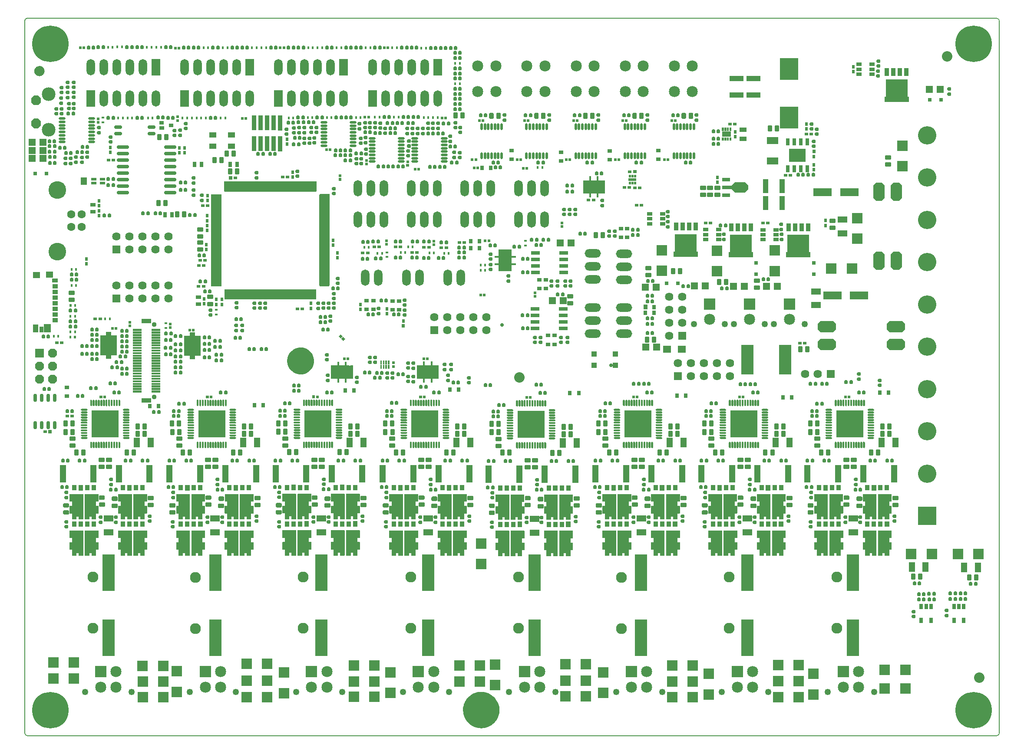
<source format=gbr>
G04 CAM350 V10.5 (Build 464) Date:  Wed Nov 01 10:35:18 2023 *
G04 Database: (Untitled) *
G04 Layer 9: gts *
%FSLAX25Y25*%
%MOIN*%
%SFA1.000B1.000*%

%MIA0B0*%
%IPPOS*%
%AMA1gts*
20,1,0.00000,0.04000,0.00000,-0.04000,0.00000,0.00000*
20,1,0.00000,0.00000,0.04000,0.00000,-0.04000,0.00000*
1,1,0.08000,0.00000,0.00000*
1,1,0.08000,0.00000,0.00000*
1,1,0.08000,0.00000,0.00000*
1,1,0.08000,0.00000,0.00000*
%
%AMA2gts*
20,1,0.00000,0.00000,0.04000,0.00000,-0.04000,0.00000*
20,1,0.00000,-0.04000,0.00000,0.04000,0.00000,0.00000*
1,1,0.08000,0.00000,0.00000*
1,1,0.08000,0.00000,0.00000*
1,1,0.08000,0.00000,0.00000*
1,1,0.08000,0.00000,0.00000*
%
%AMA3gts*
20,1,0.03000,-0.00750,0.00000,0.00750,0.00000,0.00000*
1,1,0.01300,-0.00750,-0.00850*
1,1,0.01300,-0.00750,0.00850*
20,1,0.01300,-0.00750,-0.00850,-0.00750,0.00850,0.00000*
1,1,0.01300,0.00750,-0.00850*
1,1,0.01300,0.00750,0.00850*
20,1,0.01300,0.00750,-0.00850,0.00750,0.00850,0.00000*
%
%AMA4gts*
20,1,0.01500,-0.01500,0.00000,0.01500,0.00000,0.00000*
1,1,0.01300,-0.00850,0.00750*
1,1,0.01300,0.00850,0.00750*
20,1,0.01300,-0.00850,0.00750,0.00850,0.00750,0.00000*
1,1,0.01300,-0.00850,-0.00750*
1,1,0.01300,0.00850,-0.00750*
20,1,0.01300,-0.00850,-0.00750,0.00850,-0.00750,0.00000*
%
%AMA5gts*
20,1,0.04550,-0.00975,0.00000,0.00975,0.00000,0.00000*
1,1,0.01550,-0.00975,-0.01500*
1,1,0.01550,-0.00975,0.01500*
20,1,0.01550,-0.00975,-0.01500,-0.00975,0.01500,0.00000*
1,1,0.01550,0.00975,-0.01500*
1,1,0.01550,0.00975,0.01500*
20,1,0.01550,0.00975,-0.01500,0.00975,0.01500,0.00000*
%
%AMA6gts*
20,1,0.01950,-0.02275,0.00000,0.02275,0.00000,0.00000*
1,1,0.01550,-0.01500,0.00975*
1,1,0.01550,0.01500,0.00975*
20,1,0.01550,-0.01500,0.00975,0.01500,0.00975,0.00000*
1,1,0.01550,-0.01500,-0.00975*
1,1,0.01550,0.01500,-0.00975*
20,1,0.01550,-0.01500,-0.00975,0.01500,-0.00975,0.00000*
%
%AMA7gts*
4,1,8,0.06950,0.02275,0.06950,-0.02275,0.04775,-0.04450,-0.04775,-0.04450,-0.06950,-0.02275,-0.06950,0.02275,-0.04775,0.04450,0.04775,0.04450,0.06950,0.02275,0.00000*
%
%AMA8gts*
4,1,8,0.04450,0.04775,0.04450,-0.04775,0.02275,-0.06950,-0.02275,-0.06950,-0.04450,-0.04775,-0.04450,0.04775,-0.02275,0.06950,0.02275,0.06950,0.04450,0.04775,0.00000*
%
%ADD59C,0.03200*%
%ADD93C,0.00600*%
%ADD106R,0.08500X0.08500*%
%ADD107R,0.06400X0.06400*%
%ADD108C,0.06400*%
%ADD109R,0.06700X0.06700*%
%ADD110O,0.06500X0.12500*%
%ADD111R,0.06500X0.12500*%
%ADD112C,0.28050*%
%ADD113C,0.08500*%
%ADD114O,0.14100X0.14100*%
%ADD115R,0.14100X0.14100*%
%ADD116O,0.12500X0.06500*%
%ADD117C,0.10500*%
%ADD118C,0.13550*%
%ADD119C,0.06300*%
%ADD120C,0.08375*%
%ADD122C,0.03350*%
%ADD123C,0.04525*%
%ADD128C,0.03753*%
%ADD129C,0.04934*%
%ADD130C,0.12808*%
%ADD225C,0.02800*%
%ADD327C,0.10433*%
%ADD328R,0.03937X0.20571*%
%ADD329R,0.12598X0.15551*%
%ADD330R,0.10400X0.16800*%
%ADD331R,0.16800X0.10400*%
%ADD332R,0.04337X0.12211*%
%ADD333R,0.01384X0.03550*%
%ADD334R,0.03550X0.01384*%
%ADD335R,0.08471X0.08471*%
%ADD336O,0.03550X0.01502*%
%ADD337O,0.01502X0.03550*%
%ADD338A1gts*%
%ADD339O,0.07487X0.01381*%
%ADD340O,0.01381X0.07487*%
%ADD341A2gts*%
%ADD342R,0.01680X0.01463*%
%ADD343R,0.08400X0.08400*%
%ADD344R,0.06025X0.05650*%
%ADD345A3gts*%
%ADD346R,0.09575X0.22575*%
%ADD348R,0.07600X0.03675*%
%ADD349R,0.01700X0.02100*%
%ADD350R,0.02150X0.02150*%
%ADD351A4gts*%
%ADD352R,0.02100X0.01700*%
%ADD353R,0.05300X0.05300*%
%ADD354R,0.02675X0.02475*%
%ADD357O,0.05225X0.02075*%
%ADD358A5gts*%
%ADD359R,0.09575X0.28275*%
%ADD360R,0.13900X0.06025*%
%ADD361R,0.02875X0.03675*%
%ADD362O,0.02075X0.05225*%
%ADD363R,0.03675X0.02875*%
%ADD366R,0.02475X0.02675*%
%ADD367R,0.05425X0.03650*%
%ADD368A6gts*%
%ADD369R,0.06025X0.02875*%
%ADD370R,0.07600X0.02875*%
%ADD371O,0.03675X0.01625*%
%ADD372O,0.01625X0.03675*%
%ADD373R,0.06500X0.02900*%
%ADD374R,0.04850X0.07225*%
%ADD375R,0.02700X0.04450*%
%ADD376R,0.05050X0.13725*%
%ADD377R,0.03475X0.04275*%
%ADD378R,0.07225X0.04850*%
%ADD383R,0.20575X0.20575*%
%ADD384R,0.04450X0.03275*%
%ADD386R,0.05250X0.05050*%
%ADD389R,0.04075X0.06025*%
%ADD390O,0.02875X0.06425*%
%ADD391R,0.03475X0.11550*%
%ADD392O,0.07600X0.01500*%
%ADD393R,0.05225X0.04050*%
%ADD394O,0.09575X0.02875*%
%ADD395R,0.03875X0.02875*%
%ADD396R,0.02900X0.02900*%
%ADD397R,0.04075X0.04450*%
%ADD398R,0.04050X0.02075*%
%ADD399R,0.03650X0.02675*%
%ADD400O,0.06225X0.02700*%
%ADD401R,0.03975X0.03150*%
%ADD402R,0.04275X0.11150*%
%ADD403R,0.08800X0.05500*%
%ADD404R,0.14300X0.16675*%
%ADD405R,0.02675X0.05425*%
%ADD406R,0.12725X0.09975*%
%ADD407R,0.03300X0.06100*%
%ADD408R,0.11150X0.04275*%
%ADD409R,0.03150X0.03975*%
%ADD410A7gts*%
%ADD411A8gts*%
%LNgts*%
%LPD*%
G36*
X465704Y428798D02*
G01Y430775D01*
X467198*
X467197Y428798*
X465704*
G37*
G36*
Y423607D02*
G01Y425592D01*
X467198*
X467197Y423607*
X465704*
G37*
G36*
X467672Y428798D02*
G01X467673Y430775D01*
X469206*
Y428798*
X467672*
G37*
G36*
X463694D02*
G01X463695Y430775D01*
X465229*
Y428798*
X463694*
G37*
G36*
X467672Y423607D02*
G01X467673Y425592D01*
X469206*
Y423607*
X467672*
G37*
G36*
X463694D02*
G01X463695Y425592D01*
X465229*
Y423607*
X463694*
G37*
G36*
X37722Y305180D02*
G01Y307280D01*
X39422*
Y305212*
X39390Y305180*
X37722*
G37*
G36*
X34178Y329451D02*
G01Y331543D01*
X34187Y331551*
X35878*
Y329451*
X34178*
G37*
G36*
X278753Y281978D02*
G01Y284762D01*
X280053*
Y281978*
X278753*
G37*
G36*
X276785Y285287D02*
G01Y288120D01*
X278085*
Y285286*
X276785Y285287*
G37*
G36*
Y281978D02*
G01Y284812D01*
X278085Y284811*
Y281978*
X276785*
G37*
G36*
X274816Y285287D02*
G01Y288120D01*
X276116*
Y285286*
X274816Y285287*
G37*
G36*
Y281978D02*
G01Y284812D01*
X276116Y284811*
Y281978*
X274816*
G37*
G36*
X272848Y285287D02*
G01Y288120D01*
X274148*
Y285286*
X272848Y285287*
G37*
G36*
Y281978D02*
G01Y284812D01*
X274148Y284811*
Y281978*
X272848*
G37*
G36*
X538969Y457137D02*
G01Y459611D01*
G75*
G02X538970Y459612I1J0*
G01X540462*
Y457137*
X538969*
G37*
G36*
X537000D02*
G01Y459612D01*
X538493*
G02X538494Y459611I0J-1*
G01Y457137*
X537000*
G37*
G36*
X540937D02*
G01Y459612D01*
X542434*
Y457137*
X540937*
G37*
G36*
X535028D02*
G01Y459612D01*
X536525*
Y457137*
X535028*
G37*
G36*
X537000Y464617D02*
G01Y467117D01*
X538494*
X538493Y464617*
X537000*
G37*
G36*
X538968D02*
G01X538969Y467117D01*
X540462*
Y464617*
X538968*
G37*
G36*
X540937D02*
G01Y467117D01*
X542434*
Y464617*
X540937*
G37*
G36*
X535028D02*
G01Y467117D01*
X536525*
Y464617*
X535028*
G37*
G36*
X278753Y285237D02*
G01Y288220D01*
X280053*
Y285237*
X278753*
G37*
G36*
X628896Y259163D02*
G01Y261313D01*
X631046*
Y259163*
X628896*
G37*
G36*
X547596D02*
G01Y261313D01*
X549746*
Y259163*
X547596*
G37*
G36*
X466297D02*
G01Y261313D01*
X468447*
Y259163*
X466297*
G37*
G36*
X379640Y441482D02*
G01Y443632D01*
X381790*
Y441482*
X379640*
G37*
G36*
X302714Y259163D02*
G01Y261313D01*
X304864*
Y259163*
X302714*
G37*
G36*
X292788Y437074D02*
G01Y439224D01*
X294938*
Y437074*
X292788*
G37*
G36*
X240937Y426297D02*
G01Y428447D01*
X243087*
Y426297*
X240937*
G37*
G36*
X220658Y259259D02*
G01Y261409D01*
X222808*
Y259259*
X220658*
G37*
G36*
X139131Y259163D02*
G01Y261313D01*
X141281*
Y259163*
X139131*
G37*
G36*
X79625Y316436D02*
G01Y318586D01*
X81775*
Y316436*
X79625*
G37*
G36*
X57340Y259163D02*
G01Y261313D01*
X59490*
Y259163*
X57340*
G37*
G36*
X745763Y551182D02*
G01X745804Y551335D01*
X745914Y551443*
X746063Y551482*
G02X748331Y549213I-1J-2269*
X748026Y548914I-300J1*
X747731Y549213I5J300*
G03X746063Y550882I-1669J0*
G02X745763Y551182J300*
G37*
G36*
Y0D02*
G01X745804Y153D01*
X745914Y261*
X746063Y300*
G03X747731Y1969I-1J1669*
G02X748036Y2268I300J-1*
X748331Y1969I-5J-300*
X746063Y-300I-2269J0*
X745763Y0J300*
G37*
G36*
X-300Y549213D02*
G01X-295Y549367D01*
X-226Y549787*
X-80Y550187*
X137Y550553*
X420Y550871*
X757Y551131*
X1136Y551324*
X1545Y551442*
X1969Y551482*
G02X2269Y551182I0J-300*
X1969Y550882I-300*
G03X300Y549213I0J-1669*
G02X-5Y548914I-300J1*
X-300Y549213I5J300*
G37*
G36*
Y1969D02*
G01X-255Y2126D01*
X-144Y2232*
X5Y2268*
G02X300Y1969I-5J-300*
G03X1969Y300I1669J0*
G02X2269Y0I0J-300*
X1969Y-300I-300*
X-300Y1969I0J2269*
G37*
G36*
X466877Y432114D02*
G01X466878Y434581D01*
X466885Y434588*
X469545*
X469552Y434581*
Y432114*
X466877*
G37*
G36*
X156492Y427322D02*
G01X156493Y429790D01*
X159167*
Y427316*
X156499*
X156493Y427322*
X156492*
G37*
G36*
X18077Y232298D02*
G01X18078Y234765D01*
X20752*
Y232291*
X18085*
X18084*
X18078Y232297*
X18077Y232298*
G37*
G36*
X604550Y447407D02*
G01X604551Y450077D01*
X607025*
Y447403*
X604555*
X604551Y447407*
X604550*
G37*
G36*
X289288Y313543D02*
G01X289289Y316210D01*
X291763*
Y313536*
X289296*
X289289Y313543*
X289288*
G37*
G36*
X465030Y253705D02*
G01Y257599D01*
G02X465657Y258267I747J-72*
X466524Y257599I120J-740*
G01Y253705*
G02X465897Y253037I-747J72*
X465030Y253705I-120J740*
G37*
G36*
Y221421D02*
G01Y225315D01*
G02X465657Y225983I747J-72*
X466524Y225315I120J-740*
G01Y221421*
G02X465897Y220753I-747J72*
X465030Y221421I-120J740*
G37*
G36*
X392817Y253407D02*
G01Y257301D01*
G02X393444Y257969I747J-72*
X394311Y257301I120J-740*
G01Y253407*
G02X393684Y252739I-747J72*
X392817Y253407I-120J740*
G37*
G36*
Y221123D02*
G01Y225017D01*
G02X393444Y225685I747J-72*
X394311Y225017I120J-740*
G01Y221123*
G02X393684Y220455I-747J72*
X392817Y221123I-120J740*
G37*
G36*
X631567Y253705D02*
G01Y257599D01*
G02X632194Y258267I747J-72*
X633061Y257599I120J-740*
G01Y253705*
G02X632434Y253037I-747J72*
X631567Y253705I-120J740*
G37*
G36*
Y221421D02*
G01Y225315D01*
G02X632194Y225983I747J-72*
X633061Y225315I120J-740*
G01Y221421*
G02X632434Y220753I-747J72*
X631567Y221421I-120J740*
G37*
G36*
X61979Y253710D02*
G01Y257594D01*
G02X62606Y258267I747J-67*
X63473Y257599I120J-740*
G01Y253705*
G02X62841Y253036I-747J72*
X61979Y253710I-115J741*
G37*
G36*
Y221426D02*
G01Y225310D01*
G02X62606Y225983I747J-67*
X63473Y225315I120J-740*
G01Y221421*
G02X62841Y220752I-747J72*
X61979Y221426I-115J741*
G37*
G36*
X58042Y253710D02*
G01Y257594D01*
G02X58669Y258267I747J-67*
X59536Y257599I120J-740*
G01Y253705*
G02X58904Y253036I-747J72*
X58042Y253710I-115J741*
G37*
G36*
Y221426D02*
G01Y225310D01*
G02X58669Y225983I747J-67*
X59536Y225315I120J-740*
G01Y221421*
G02X58904Y220752I-747J72*
X58042Y221426I-115J741*
G37*
G36*
X54105Y253710D02*
G01Y257594D01*
G02X54732Y258267I747J-67*
X55599Y257599I120J-740*
G01Y253705*
G02X54967Y253036I-747J72*
X54105Y253710I-115J741*
G37*
G36*
Y221426D02*
G01Y225310D01*
G02X54732Y225983I747J-67*
X55599Y225315I120J-740*
G01Y221421*
G02X54967Y220752I-747J72*
X54105Y221426I-115J741*
G37*
G36*
X231203Y253806D02*
G01Y257690D01*
G02X231830Y258363I747J-67*
X232697Y257695I120J-740*
G01Y253801*
G02X232065Y253132I-747J72*
X231203Y253806I-115J741*
G37*
G36*
Y221522D02*
G01Y225406D01*
G02X231830Y226079I747J-67*
X232697Y225411I120J-740*
G01Y221517*
G02X232065Y220848I-747J72*
X231203Y221522I-115J741*
G37*
G36*
X476841Y253705D02*
G01Y257599D01*
G02X477473Y258268I747J-72*
X478335Y257594I115J-741*
G01Y253710*
G02X477708Y253037I-747J67*
X476841Y253705I-120J740*
G37*
G36*
Y221421D02*
G01Y225315D01*
G02X477473Y225984I747J-72*
X478335Y225310I115J-741*
G01Y221426*
G02X477708Y220753I-747J67*
X476841Y221421I-120J740*
G37*
G36*
X472904Y253705D02*
G01Y257599D01*
G02X473536Y258268I747J-72*
X474398Y257594I115J-741*
G01Y253710*
G02X473771Y253037I-747J67*
X472904Y253705I-120J740*
G37*
G36*
Y221421D02*
G01Y225315D01*
G02X473536Y225984I747J-72*
X474398Y225310I115J-741*
G01Y221426*
G02X473771Y220753I-747J67*
X472904Y221421I-120J740*
G37*
G36*
X466998Y253705D02*
G01Y257599D01*
G02X467630Y258268I747J-72*
X468492Y257594I115J-741*
G01Y253710*
G02X467865Y253037I-747J67*
X466998Y253705I-120J740*
G37*
G36*
Y221421D02*
G01Y225315D01*
G02X467630Y225984I747J-72*
X468492Y225310I115J-741*
G01Y221426*
G02X467865Y220753I-747J67*
X466998Y221421I-120J740*
G37*
G36*
X394785Y253407D02*
G01Y257301D01*
G02X395417Y257970I747J-72*
X396279Y257296I115J-741*
G01Y253412*
G02X395652Y252739I-747J67*
X394785Y253407I-120J740*
G37*
G36*
Y221123D02*
G01Y225017D01*
G02X395417Y225686I747J-72*
X396279Y225012I115J-741*
G01Y221128*
G02X395652Y220455I-747J67*
X394785Y221123I-120J740*
G37*
G36*
X388880Y253407D02*
G01Y257301D01*
G02X389512Y257970I747J-72*
X390374Y257296I115J-741*
G01Y253412*
G02X389747Y252739I-747J67*
X388880Y253407I-120J740*
G37*
G36*
Y221123D02*
G01Y225017D01*
G02X389512Y225686I747J-72*
X390374Y225012I115J-741*
G01Y221128*
G02X389747Y220455I-747J67*
X388880Y221123I-120J740*
G37*
G36*
X382974Y253407D02*
G01Y257301D01*
G02X383606Y257970I747J-72*
X384468Y257296I115J-741*
G01Y253412*
G02X383841Y252739I-747J67*
X382974Y253407I-120J740*
G37*
G36*
Y221123D02*
G01Y225017D01*
G02X383606Y225686I747J-72*
X384468Y225012I115J-741*
G01Y221128*
G02X383841Y220455I-747J67*
X382974Y221123I-120J740*
G37*
G36*
X379037Y253407D02*
G01Y257301D01*
G02X379669Y257970I747J-72*
X380531Y257296I115J-741*
G01Y253412*
G02X379904Y252739I-747J67*
X379037Y253407I-120J740*
G37*
G36*
Y221123D02*
G01Y225017D01*
G02X379669Y225686I747J-72*
X380531Y225012I115J-741*
G01Y221128*
G02X379904Y220455I-747J67*
X379037Y221123I-120J740*
G37*
G36*
X313258Y253705D02*
G01Y257599D01*
G02X313890Y258268I747J-72*
X314752Y257594I115J-741*
G01Y253710*
G02X314125Y253037I-747J67*
X313258Y253705I-120J740*
G37*
G36*
Y221421D02*
G01Y225315D01*
G02X313890Y225984I747J-72*
X314752Y225310I115J-741*
G01Y221426*
G02X314125Y220753I-747J67*
X313258Y221421I-120J740*
G37*
G36*
X309321Y253705D02*
G01Y257599D01*
G02X309953Y258268I747J-72*
X310815Y257594I115J-741*
G01Y253710*
G02X310188Y253037I-747J67*
X309321Y253705I-120J740*
G37*
G36*
Y221421D02*
G01Y225315D01*
G02X309953Y225984I747J-72*
X310815Y225310I115J-741*
G01Y221426*
G02X310188Y220753I-747J67*
X309321Y221421I-120J740*
G37*
G36*
X305384Y253705D02*
G01Y257599D01*
G02X306016Y258268I747J-72*
X306878Y257594I115J-741*
G01Y253710*
G02X306251Y253037I-747J67*
X305384Y253705I-120J740*
G37*
G36*
Y221421D02*
G01Y225315D01*
G02X306016Y225984I747J-72*
X306878Y225310I115J-741*
G01Y221426*
G02X306251Y220753I-747J67*
X305384Y221421I-120J740*
G37*
G36*
X301447Y253705D02*
G01Y257599D01*
G02X302079Y258268I747J-72*
X302941Y257594I115J-741*
G01Y253710*
G02X302314Y253037I-747J67*
X301447Y253705I-120J740*
G37*
G36*
Y221421D02*
G01Y225315D01*
G02X302079Y225984I747J-72*
X302941Y225310I115J-741*
G01Y221426*
G02X302314Y220753I-747J67*
X301447Y221421I-120J740*
G37*
G36*
X297510Y253705D02*
G01Y257599D01*
G02X298142Y258268I747J-72*
X299004Y257594I115J-741*
G01Y253710*
G02X298377Y253037I-747J67*
X297510Y253705I-120J740*
G37*
G36*
Y221421D02*
G01Y225315D01*
G02X298142Y225984I747J-72*
X299004Y225310I115J-741*
G01Y221426*
G02X298377Y220753I-747J67*
X297510Y221421I-120J740*
G37*
G36*
X60010Y253705D02*
G01Y257599D01*
G02X60642Y258268I747J-72*
X61504Y257594I115J-741*
G01Y253710*
G02X60877Y253037I-747J67*
X60010Y253705I-120J740*
G37*
G36*
Y221421D02*
G01Y225315D01*
G02X60642Y225984I747J-72*
X61504Y225310I115J-741*
G01Y221426*
G02X60877Y220753I-747J67*
X60010Y221421I-120J740*
G37*
G36*
X56073Y253705D02*
G01Y257599D01*
G02X56705Y258268I747J-72*
X57567Y257594I115J-741*
G01Y253710*
G02X56940Y253037I-747J67*
X56073Y253705I-120J740*
G37*
G36*
Y221421D02*
G01Y225315D01*
G02X56705Y225984I747J-72*
X57567Y225310I115J-741*
G01Y221426*
G02X56940Y220753I-747J67*
X56073Y221421I-120J740*
G37*
G36*
X52136Y253705D02*
G01Y257599D01*
G02X52768Y258268I747J-72*
X53630Y257594I115J-741*
G01Y253710*
G02X53003Y253037I-747J67*
X52136Y253705I-120J740*
G37*
G36*
Y221421D02*
G01Y225315D01*
G02X52768Y225984I747J-72*
X53630Y225310I115J-741*
G01Y221426*
G02X53003Y220753I-747J67*
X52136Y221421I-120J740*
G37*
G36*
X227266Y253806D02*
G01Y257690D01*
G02X227893Y258363I747J-67*
X228760Y257695I120J-740*
G01Y253801*
G02X228128Y253132I-747J72*
X227266Y253806I-115J741*
G37*
G36*
Y221522D02*
G01Y225406D01*
G02X227893Y226079I747J-67*
X228760Y225411I120J-740*
G01Y221517*
G02X228128Y220848I-747J72*
X227266Y221522I-115J741*
G37*
G36*
X223329Y253806D02*
G01Y257690D01*
G02X223956Y258363I747J-67*
X224823Y257695I120J-740*
G01Y253801*
G02X224191Y253132I-747J72*
X223329Y253806I-115J741*
G37*
G36*
Y221522D02*
G01Y225406D01*
G02X223956Y226079I747J-67*
X224823Y225411I120J-740*
G01Y221517*
G02X224191Y220848I-747J72*
X223329Y221522I-115J741*
G37*
G36*
X219392Y253806D02*
G01Y257690D01*
G02X220019Y258363I747J-67*
X220886Y257695I120J-740*
G01Y253801*
G02X220254Y253132I-747J72*
X219392Y253806I-115J741*
G37*
G36*
Y221522D02*
G01Y225406D01*
G02X220019Y226079I747J-67*
X220886Y225411I120J-740*
G01Y221517*
G02X220254Y220848I-747J72*
X219392Y221522I-115J741*
G37*
G36*
X215455Y253806D02*
G01Y257690D01*
G02X216082Y258363I747J-67*
X216949Y257695I120J-740*
G01Y253801*
G02X216317Y253132I-747J72*
X215455Y253806I-115J741*
G37*
G36*
Y221522D02*
G01Y225406D01*
G02X216082Y226079I747J-67*
X216949Y225411I120J-740*
G01Y221517*
G02X216317Y220848I-747J72*
X215455Y221522I-115J741*
G37*
G36*
X149676Y253710D02*
G01Y257594D01*
G02X150303Y258267I747J-67*
X151170Y257599I120J-740*
G01Y253705*
G02X150538Y253036I-747J72*
X149676Y253710I-115J741*
G37*
G36*
Y221426D02*
G01Y225310D01*
G02X150303Y225983I747J-67*
X151170Y225315I120J-740*
G01Y221421*
G02X150538Y220752I-747J72*
X149676Y221426I-115J741*
G37*
G36*
X145739Y253710D02*
G01Y257594D01*
G02X146366Y258267I747J-67*
X147233Y257599I120J-740*
G01Y253705*
G02X146601Y253036I-747J72*
X145739Y253710I-115J741*
G37*
G36*
Y221426D02*
G01Y225310D01*
G02X146366Y225983I747J-67*
X147233Y225315I120J-740*
G01Y221421*
G02X146601Y220752I-747J72*
X145739Y221426I-115J741*
G37*
G36*
X141802Y253710D02*
G01Y257594D01*
G02X142429Y258267I747J-67*
X143296Y257599I120J-740*
G01Y253705*
G02X142664Y253036I-747J72*
X141802Y253710I-115J741*
G37*
G36*
Y221426D02*
G01Y225310D01*
G02X142429Y225983I747J-67*
X143296Y225315I120J-740*
G01Y221421*
G02X142664Y220752I-747J72*
X141802Y221426I-115J741*
G37*
G36*
X137865Y253710D02*
G01Y257594D01*
G02X138492Y258267I747J-67*
X139359Y257599I120J-740*
G01Y253705*
G02X138727Y253036I-747J72*
X137865Y253710I-115J741*
G37*
G36*
Y221426D02*
G01Y225310D01*
G02X138492Y225983I747J-67*
X139359Y225315I120J-740*
G01Y221421*
G02X138727Y220752I-747J72*
X137865Y221426I-115J741*
G37*
G36*
X133928Y253710D02*
G01Y257594D01*
G02X134555Y258267I747J-67*
X135422Y257599I120J-740*
G01Y253705*
G02X134790Y253036I-747J72*
X133928Y253710I-115J741*
G37*
G36*
Y221426D02*
G01Y225310D01*
G02X134555Y225983I747J-67*
X135422Y225315I120J-740*
G01Y221421*
G02X134790Y220752I-747J72*
X133928Y221426I-115J741*
G37*
G36*
X63947Y253705D02*
G01Y257599D01*
G02X64579Y258268I747J-72*
X65441Y257594I115J-741*
G01Y253710*
G02X64814Y253037I-747J67*
X63947Y253705I-120J740*
G37*
G36*
Y221421D02*
G01Y225315D01*
G02X64579Y225984I747J-72*
X65441Y225310I115J-741*
G01Y221426*
G02X64814Y220753I-747J67*
X63947Y221421I-120J740*
G37*
G36*
X637472Y253705D02*
G01Y257599D01*
G02X638105Y258268I747J-72*
X638966Y257594I114J-741*
G01Y253710*
G02X638339Y253037I-747J67*
X637472Y253705I-120J740*
G37*
G36*
Y221421D02*
G01Y225315D01*
G02X638105Y225984I747J-72*
X638966Y225310I114J-741*
G01Y221426*
G02X638339Y220753I-747J67*
X637472Y221421I-120J740*
G37*
G36*
X633535Y253705D02*
G01Y257599D01*
G02X634168Y258268I747J-72*
X635029Y257594I114J-741*
G01Y253710*
G02X634402Y253037I-747J67*
X633535Y253705I-120J740*
G37*
G36*
Y221421D02*
G01Y225315D01*
G02X634168Y225984I747J-72*
X635029Y225310I114J-741*
G01Y221426*
G02X634402Y220753I-747J67*
X633535Y221421I-120J740*
G37*
G36*
X625661Y253705D02*
G01Y257599D01*
G02X626294Y258268I747J-72*
X627155Y257594I114J-741*
G01Y253710*
G02X626528Y253037I-747J67*
X625661Y253705I-120J740*
G37*
G36*
Y221421D02*
G01Y225315D01*
G02X626294Y225984I747J-72*
X627155Y225310I114J-741*
G01Y221426*
G02X626528Y220753I-747J67*
X625661Y221421I-120J740*
G37*
G36*
X558141Y253705D02*
G01Y257599D01*
G02X558774Y258268I747J-72*
X559635Y257594I114J-741*
G01Y253710*
G02X559008Y253037I-747J67*
X558141Y253705I-120J740*
G37*
G36*
Y221421D02*
G01Y225315D01*
G02X558774Y225984I747J-72*
X559635Y225310I114J-741*
G01Y221426*
G02X559008Y220753I-747J67*
X558141Y221421I-120J740*
G37*
G36*
X552235Y253705D02*
G01Y257599D01*
G02X552868Y258268I747J-72*
X553729Y257594I114J-741*
G01Y253710*
G02X553102Y253037I-747J67*
X552235Y253705I-120J740*
G37*
G36*
Y221421D02*
G01Y225315D01*
G02X552868Y225984I747J-72*
X553729Y225310I114J-741*
G01Y221426*
G02X553102Y220753I-747J67*
X552235Y221421I-120J740*
G37*
G36*
X548298Y253705D02*
G01Y257599D01*
G02X548931Y258268I747J-72*
X549792Y257594I114J-741*
G01Y253710*
G02X549165Y253037I-747J67*
X548298Y253705I-120J740*
G37*
G36*
Y221421D02*
G01Y225315D01*
G02X548931Y225984I747J-72*
X549792Y225310I114J-741*
G01Y221426*
G02X549165Y220753I-747J67*
X548298Y221421I-120J740*
G37*
G36*
X544361Y253705D02*
G01Y257599D01*
G02X544994Y258268I747J-72*
X545855Y257594I114J-741*
G01Y253710*
G02X545228Y253037I-747J67*
X544361Y253705I-120J740*
G37*
G36*
Y221421D02*
G01Y225315D01*
G02X544994Y225984I747J-72*
X545855Y225310I114J-741*
G01Y221426*
G02X545228Y220753I-747J67*
X544361Y221421I-120J740*
G37*
G36*
X67884Y253705D02*
G01Y257599D01*
G02X68517Y258268I747J-72*
X69378Y257594I114J-741*
G01Y253710*
G02X68751Y253037I-747J67*
X67884Y253705I-120J740*
G37*
G36*
Y221421D02*
G01Y225315D01*
G02X68517Y225984I747J-72*
X69378Y225310I114J-741*
G01Y221426*
G02X68751Y220753I-747J67*
X67884Y221421I-120J740*
G37*
G36*
X233171Y253801D02*
G01Y257695D01*
G02X233803Y258364I747J-72*
X234665Y257690I115J-741*
G01Y253806*
G02X234038Y253133I-747J67*
X233171Y253801I-120J740*
G37*
G36*
Y221517D02*
G01Y225411D01*
G02X233803Y226080I747J-72*
X234665Y225406I115J-741*
G01Y221522*
G02X234038Y220849I-747J67*
X233171Y221517I-120J740*
G37*
G36*
X225297Y253801D02*
G01Y257695D01*
G02X225929Y258364I747J-72*
X226791Y257690I115J-741*
G01Y253806*
G02X226164Y253133I-747J67*
X225297Y253801I-120J740*
G37*
G36*
Y221517D02*
G01Y225411D01*
G02X225929Y226080I747J-72*
X226791Y225406I115J-741*
G01Y221522*
G02X226164Y220849I-747J67*
X225297Y221517I-120J740*
G37*
G36*
X221360Y253801D02*
G01Y257695D01*
G02X221992Y258364I747J-72*
X222854Y257690I115J-741*
G01Y253806*
G02X222227Y253133I-747J67*
X221360Y253801I-120J740*
G37*
G36*
Y221517D02*
G01Y225411D01*
G02X221992Y226080I747J-72*
X222854Y225406I115J-741*
G01Y221522*
G02X222227Y220849I-747J67*
X221360Y221517I-120J740*
G37*
G36*
X217423Y253801D02*
G01Y257695D01*
G02X218055Y258364I747J-72*
X218917Y257690I115J-741*
G01Y253806*
G02X218290Y253133I-747J67*
X217423Y253801I-120J740*
G37*
G36*
Y221517D02*
G01Y225411D01*
G02X218055Y226080I747J-72*
X218917Y225406I115J-741*
G01Y221522*
G02X218290Y220849I-747J67*
X217423Y221517I-120J740*
G37*
G36*
X151644Y253705D02*
G01Y257599D01*
G02X152276Y258268I747J-72*
X153138Y257594I115J-741*
G01Y253710*
G02X152511Y253037I-747J67*
X151644Y253705I-120J740*
G37*
G36*
Y221421D02*
G01Y225315D01*
G02X152276Y225984I747J-72*
X153138Y225310I115J-741*
G01Y221426*
G02X152511Y220753I-747J67*
X151644Y221421I-120J740*
G37*
G36*
X147707Y253705D02*
G01Y257599D01*
G02X148339Y258268I747J-72*
X149201Y257594I115J-741*
G01Y253710*
G02X148574Y253037I-747J67*
X147707Y253705I-120J740*
G37*
G36*
Y221421D02*
G01Y225315D01*
G02X148339Y225984I747J-72*
X149201Y225310I115J-741*
G01Y221426*
G02X148574Y220753I-747J67*
X147707Y221421I-120J740*
G37*
G36*
X143770Y253705D02*
G01Y257599D01*
G02X144402Y258268I747J-72*
X145264Y257594I115J-741*
G01Y253710*
G02X144637Y253037I-747J67*
X143770Y253705I-120J740*
G37*
G36*
Y221421D02*
G01Y225315D01*
G02X144402Y225984I747J-72*
X145264Y225310I115J-741*
G01Y221426*
G02X144637Y220753I-747J67*
X143770Y221421I-120J740*
G37*
G36*
X139833Y253705D02*
G01Y257599D01*
G02X140465Y258268I747J-72*
X141327Y257594I115J-741*
G01Y253710*
G02X140700Y253037I-747J67*
X139833Y253705I-120J740*
G37*
G36*
Y221421D02*
G01Y225315D01*
G02X140465Y225984I747J-72*
X141327Y225310I115J-741*
G01Y221426*
G02X140700Y220753I-747J67*
X139833Y221421I-120J740*
G37*
G36*
X135896Y253705D02*
G01Y257599D01*
G02X136528Y258268I747J-72*
X137390Y257594I115J-741*
G01Y253710*
G02X136763Y253037I-747J67*
X135896Y253705I-120J740*
G37*
G36*
Y221421D02*
G01Y225315D01*
G02X136528Y225984I747J-72*
X137390Y225310I115J-741*
G01Y221426*
G02X136763Y220753I-747J67*
X135896Y221421I-120J740*
G37*
G36*
X641410Y253710D02*
G01Y257594D01*
G02X642037Y258267I747J-67*
X642904Y257599I120J-740*
G01Y253705*
G02X642272Y253036I-747J72*
X641410Y253710I-115J741*
G37*
G36*
Y221426D02*
G01Y225310D01*
G02X642037Y225983I747J-67*
X642904Y225315I120J-740*
G01Y221421*
G02X642272Y220752I-747J72*
X641410Y221426I-115J741*
G37*
G36*
X635504Y253710D02*
G01Y257594D01*
G02X636131Y258267I747J-67*
X636998Y257599I120J-740*
G01Y253705*
G02X636366Y253036I-747J72*
X635504Y253710I-115J741*
G37*
G36*
Y221426D02*
G01Y225310D01*
G02X636131Y225983I747J-67*
X636998Y225315I120J-740*
G01Y221421*
G02X636366Y220752I-747J72*
X635504Y221426I-115J741*
G37*
G36*
X629599Y253710D02*
G01Y257594D01*
G02X630226Y258267I747J-67*
X631093Y257599I120J-740*
G01Y253705*
G02X630461Y253036I-747J72*
X629599Y253710I-115J741*
G37*
G36*
Y221426D02*
G01Y225310D01*
G02X630226Y225983I747J-67*
X631093Y225315I120J-740*
G01Y221421*
G02X630461Y220752I-747J72*
X629599Y221426I-115J741*
G37*
G36*
X623693Y253710D02*
G01Y257594D01*
G02X624320Y258267I747J-67*
X625187Y257599I120J-740*
G01Y253705*
G02X624555Y253036I-747J72*
X623693Y253710I-115J741*
G37*
G36*
Y221426D02*
G01Y225310D01*
G02X624320Y225983I747J-67*
X625187Y225315I120J-740*
G01Y221421*
G02X624555Y220752I-747J72*
X623693Y221426I-115J741*
G37*
G36*
X560110Y253710D02*
G01Y257594D01*
G02X560737Y258267I747J-67*
X561604Y257599I120J-740*
G01Y253705*
G02X560972Y253036I-747J72*
X560110Y253710I-115J741*
G37*
G36*
Y221426D02*
G01Y225310D01*
G02X560737Y225983I747J-67*
X561604Y225315I120J-740*
G01Y221421*
G02X560972Y220752I-747J72*
X560110Y221426I-115J741*
G37*
G36*
X556173Y253710D02*
G01Y257594D01*
G02X556800Y258267I747J-67*
X557667Y257599I120J-740*
G01Y253705*
G02X557035Y253036I-747J72*
X556173Y253710I-115J741*
G37*
G36*
Y221426D02*
G01Y225310D01*
G02X556800Y225983I747J-67*
X557667Y225315I120J-740*
G01Y221421*
G02X557035Y220752I-747J72*
X556173Y221426I-115J741*
G37*
G36*
X550267Y253710D02*
G01Y257594D01*
G02X550894Y258267I747J-67*
X551761Y257599I120J-740*
G01Y253705*
G02X551129Y253036I-747J72*
X550267Y253710I-115J741*
G37*
G36*
Y221426D02*
G01Y225310D01*
G02X550894Y225983I747J-67*
X551761Y225315I120J-740*
G01Y221421*
G02X551129Y220752I-747J72*
X550267Y221426I-115J741*
G37*
G36*
X546330Y253710D02*
G01Y257594D01*
G02X546957Y258267I747J-67*
X547824Y257599I120J-740*
G01Y253705*
G02X547192Y253036I-747J72*
X546330Y253710I-115J741*
G37*
G36*
Y221426D02*
G01Y225310D01*
G02X546957Y225983I747J-67*
X547824Y225315I120J-740*
G01Y221421*
G02X547192Y220752I-747J72*
X546330Y221426I-115J741*
G37*
G36*
X542393Y253710D02*
G01Y257594D01*
G02X543020Y258267I747J-67*
X543887Y257599I120J-740*
G01Y253705*
G02X543255Y253036I-747J72*
X542393Y253710I-115J741*
G37*
G36*
Y221426D02*
G01Y225310D01*
G02X543020Y225983I747J-67*
X543887Y225315I120J-740*
G01Y221421*
G02X543255Y220752I-747J72*
X542393Y221426I-115J741*
G37*
G36*
X478810Y253710D02*
G01Y257594D01*
G02X479437Y258267I747J-67*
X480304Y257599I120J-740*
G01Y253705*
G02X479672Y253036I-747J72*
X478810Y253710I-115J741*
G37*
G36*
Y221426D02*
G01Y225310D01*
G02X479437Y225983I747J-67*
X480304Y225315I120J-740*
G01Y221421*
G02X479672Y220752I-747J72*
X478810Y221426I-115J741*
G37*
G36*
X474873Y253710D02*
G01Y257594D01*
G02X475500Y258267I747J-67*
X476367Y257599I120J-740*
G01Y253705*
G02X475735Y253036I-747J72*
X474873Y253710I-115J741*
G37*
G36*
Y221426D02*
G01Y225310D01*
G02X475500Y225983I747J-67*
X476367Y225315I120J-740*
G01Y221421*
G02X475735Y220752I-747J72*
X474873Y221426I-115J741*
G37*
G36*
X470936Y253710D02*
G01Y257594D01*
G02X471563Y258267I747J-67*
X472430Y257599I120J-740*
G01Y253705*
G02X471798Y253036I-747J72*
X470936Y253710I-115J741*
G37*
G36*
Y221426D02*
G01Y225310D01*
G02X471563Y225983I747J-67*
X472430Y225315I120J-740*
G01Y221421*
G02X471798Y220752I-747J72*
X470936Y221426I-115J741*
G37*
G36*
X463062Y253710D02*
G01Y257594D01*
G02X463689Y258267I747J-67*
X464556Y257599I120J-740*
G01Y253705*
G02X463924Y253036I-747J72*
X463062Y253710I-115J741*
G37*
G36*
Y221426D02*
G01Y225310D01*
G02X463689Y225983I747J-67*
X464556Y225315I120J-740*
G01Y221421*
G02X463924Y220752I-747J72*
X463062Y221426I-115J741*
G37*
G36*
X396754Y253412D02*
G01Y257296D01*
G02X397381Y257969I747J-67*
X398248Y257301I120J-740*
G01Y253407*
G02X397616Y252738I-747J72*
X396754Y253412I-115J741*
G37*
G36*
Y221128D02*
G01Y225012D01*
G02X397381Y225685I747J-67*
X398248Y225017I120J-740*
G01Y221123*
G02X397616Y220454I-747J72*
X396754Y221128I-115J741*
G37*
G36*
X390849Y253412D02*
G01Y257296D01*
G02X391476Y257969I747J-67*
X392343Y257301I120J-740*
G01Y253407*
G02X391711Y252738I-747J72*
X390849Y253412I-115J741*
G37*
G36*
Y221128D02*
G01Y225012D01*
G02X391476Y225685I747J-67*
X392343Y225017I120J-740*
G01Y221123*
G02X391711Y220454I-747J72*
X390849Y221128I-115J741*
G37*
G36*
X386912Y253412D02*
G01Y257296D01*
G02X387539Y257969I747J-67*
X388406Y257301I120J-740*
G01Y253407*
G02X387774Y252738I-747J72*
X386912Y253412I-115J741*
G37*
G36*
Y221128D02*
G01Y225012D01*
G02X387539Y225685I747J-67*
X388406Y225017I120J-740*
G01Y221123*
G02X387774Y220454I-747J72*
X386912Y221128I-115J741*
G37*
G36*
X381006Y253412D02*
G01Y257296D01*
G02X381633Y257969I747J-67*
X382500Y257301I120J-740*
G01Y253407*
G02X381868Y252738I-747J72*
X381006Y253412I-115J741*
G37*
G36*
Y221128D02*
G01Y225012D01*
G02X381633Y225685I747J-67*
X382500Y225017I120J-740*
G01Y221123*
G02X381868Y220454I-747J72*
X381006Y221128I-115J741*
G37*
G36*
X315227Y253710D02*
G01Y257594D01*
G02X315854Y258267I747J-67*
X316721Y257599I120J-740*
G01Y253705*
G02X316089Y253036I-747J72*
X315227Y253710I-115J741*
G37*
G36*
Y221426D02*
G01Y225310D01*
G02X315854Y225983I747J-67*
X316721Y225315I120J-740*
G01Y221421*
G02X316089Y220752I-747J72*
X315227Y221426I-115J741*
G37*
G36*
X311290Y253710D02*
G01Y257594D01*
G02X311917Y258267I747J-67*
X312784Y257599I120J-740*
G01Y253705*
G02X312152Y253036I-747J72*
X311290Y253710I-115J741*
G37*
G36*
Y221426D02*
G01Y225310D01*
G02X311917Y225983I747J-67*
X312784Y225315I120J-740*
G01Y221421*
G02X312152Y220752I-747J72*
X311290Y221426I-115J741*
G37*
G36*
X307353Y253710D02*
G01Y257594D01*
G02X307980Y258267I747J-67*
X308847Y257599I120J-740*
G01Y253705*
G02X308215Y253036I-747J72*
X307353Y253710I-115J741*
G37*
G36*
Y221426D02*
G01Y225310D01*
G02X307980Y225983I747J-67*
X308847Y225315I120J-740*
G01Y221421*
G02X308215Y220752I-747J72*
X307353Y221426I-115J741*
G37*
G36*
X303416Y253710D02*
G01Y257594D01*
G02X304043Y258267I747J-67*
X304910Y257599I120J-740*
G01Y253705*
G02X304278Y253036I-747J72*
X303416Y253710I-115J741*
G37*
G36*
Y221426D02*
G01Y225310D01*
G02X304043Y225983I747J-67*
X304910Y225315I120J-740*
G01Y221421*
G02X304278Y220752I-747J72*
X303416Y221426I-115J741*
G37*
G36*
X299479Y253710D02*
G01Y257594D01*
G02X300106Y258267I747J-67*
X300973Y257599I120J-740*
G01Y253705*
G02X300341Y253036I-747J72*
X299479Y253710I-115J741*
G37*
G36*
Y221426D02*
G01Y225310D01*
G02X300106Y225983I747J-67*
X300973Y225315I120J-740*
G01Y221421*
G02X300341Y220752I-747J72*
X299479Y221426I-115J741*
G37*
G36*
X69853Y253710D02*
G01Y257594D01*
G02X70480Y258267I747J-67*
X71347Y257599I120J-740*
G01Y253705*
G02X70715Y253036I-747J72*
X69853Y253710I-115J741*
G37*
G36*
Y221426D02*
G01Y225310D01*
G02X70480Y225983I747J-67*
X71347Y225315I120J-740*
G01Y221421*
G02X70715Y220752I-747J72*
X69853Y221426I-115J741*
G37*
G36*
X229234Y253801D02*
G01Y257695D01*
G02X229866Y258364I747J-72*
X230728Y257690I115J-741*
G01Y253806*
G02X230101Y253133I-747J67*
X229234Y253801I-121J740*
G37*
G36*
Y221517D02*
G01Y225411D01*
G02X229866Y226080I747J-72*
X230728Y225406I115J-741*
G01Y221522*
G02X230101Y220849I-747J67*
X229234Y221517I-121J740*
G37*
G36*
X65916Y253710D02*
G01Y257594D01*
G02X66543Y258267I747J-67*
X67410Y257599I120J-740*
G01Y253705*
G02X66778Y253036I-747J72*
X65916Y253710I-115J741*
G37*
G36*
Y221426D02*
G01Y225310D01*
G02X66543Y225983I747J-67*
X67410Y225315I120J-740*
G01Y221421*
G02X66778Y220752I-747J72*
X65916Y221426I-115J741*
G37*
G36*
X639441Y253710D02*
G01Y257594D01*
G02X640073Y258268I747J-67*
X640935Y257594I115J-741*
G01Y253710*
G02X640303Y253036I-747J67*
X639441Y253710I-115J741*
G37*
G36*
Y221426D02*
G01Y225310D01*
G02X640073Y225984I747J-67*
X640935Y225310I115J-741*
G01Y221426*
G02X640303Y220752I-747J67*
X639441Y221426I-115J741*
G37*
G36*
X627630Y253710D02*
G01Y257594D01*
G02X628262Y258268I747J-67*
X629124Y257594I115J-741*
G01Y253710*
G02X628492Y253036I-747J67*
X627630Y253710I-115J741*
G37*
G36*
Y221426D02*
G01Y225310D01*
G02X628262Y225984I747J-67*
X629124Y225310I115J-741*
G01Y221426*
G02X628492Y220752I-747J67*
X627630Y221426I-115J741*
G37*
G36*
X554204Y253710D02*
G01Y257594D01*
G02X554836Y258268I747J-67*
X555698Y257594I115J-741*
G01Y253710*
G02X555066Y253036I-747J67*
X554204Y253710I-115J741*
G37*
G36*
Y221426D02*
G01Y225310D01*
G02X554836Y225984I747J-67*
X555698Y225310I115J-741*
G01Y221426*
G02X555066Y220752I-747J67*
X554204Y221426I-115J741*
G37*
G36*
X468967Y253710D02*
G01Y257594D01*
G02X469599Y258268I747J-67*
X470461Y257594I115J-741*
G01Y253710*
G02X469829Y253036I-747J67*
X468967Y253710I-115J741*
G37*
G36*
Y221426D02*
G01Y225310D01*
G02X469599Y225984I747J-67*
X470461Y225310I115J-741*
G01Y221426*
G02X469829Y220752I-747J67*
X468967Y221426I-115J741*
G37*
G36*
X461093Y253710D02*
G01Y257594D01*
G02X461725Y258268I747J-67*
X462587Y257594I115J-741*
G01Y253710*
G02X461955Y253036I-747J67*
X461093Y253710I-115J741*
G37*
G36*
Y221426D02*
G01Y225310D01*
G02X461725Y225984I747J-67*
X462587Y225310I115J-741*
G01Y221426*
G02X461955Y220752I-747J67*
X461093Y221426I-115J741*
G37*
G36*
X384943Y253412D02*
G01Y257296D01*
G02X385575Y257970I747J-67*
X386437Y257296I115J-741*
G01Y253412*
G02X385805Y252738I-747J67*
X384943Y253412I-115J741*
G37*
G36*
Y221128D02*
G01Y225012D01*
G02X385575Y225686I747J-67*
X386437Y225012I115J-741*
G01Y221128*
G02X385805Y220454I-747J67*
X384943Y221128I-115J741*
G37*
G36*
X646815Y248368D02*
G01X646825Y248492D01*
X646904Y248723*
X647054Y248917*
X647257Y249052*
X647493Y249115*
X651387*
G02X652065Y248368I-72J-747*
X651387Y247621I-750J0*
G01X647493*
G02X646815Y248368I72J747*
G37*
G36*
X565515D02*
G01X565525Y248492D01*
X565604Y248723*
X565754Y248917*
X565957Y249052*
X566193Y249115*
X570087*
G02X570765Y248368I-72J-747*
X570087Y247621I-750J0*
G01X566193*
G02X565515Y248368I72J747*
G37*
G36*
X484215D02*
G01X484225Y248492D01*
X484304Y248723*
X484454Y248917*
X484657Y249052*
X484893Y249115*
X488787*
G02X489465Y248368I-72J-747*
X488787Y247621I-750J0*
G01X484893*
G02X484215Y248368I72J747*
G37*
G36*
X402159Y248070D02*
G01X402169Y248194D01*
X402248Y248425*
X402398Y248619*
X402601Y248754*
X402837Y248817*
X406731*
G02X407409Y248070I-72J-747*
X406731Y247323I-750J0*
G01X402837*
G02X402159Y248070I72J747*
G37*
G36*
Y246102D02*
G01X402169Y246226D01*
X402248Y246457*
X402398Y246651*
X402601Y246786*
X402837Y246849*
X406731*
G02X407409Y246102I-72J-747*
X406731Y245355I-750J0*
G01X402837*
G02X402159Y246102I72J747*
G37*
G36*
X369876D02*
G01X369886Y246226D01*
X369965Y246457*
X370115Y246651*
X370318Y246786*
X370554Y246849*
X374448*
G02X375126Y246102I-72J-747*
X374448Y245355I-750J0*
G01X370554*
G02X369876Y246102I72J747*
G37*
G36*
X320632Y248368D02*
G01X320642Y248492D01*
X320721Y248723*
X320871Y248917*
X321074Y249052*
X321310Y249115*
X325204*
G02X325882Y248368I-72J-747*
X325204Y247621I-750J0*
G01X321310*
G02X320632Y248368I72J747*
G37*
G36*
X238577Y248464D02*
G01X238587Y248588D01*
X238666Y248819*
X238816Y249013*
X239019Y249148*
X239255Y249211*
X243149*
G02X243827Y248464I-72J-747*
X243149Y247717I-750J0*
G01X239255*
G02X238577Y248464I72J747*
G37*
G36*
X157050Y248368D02*
G01X157060Y248492D01*
X157139Y248723*
X157289Y248917*
X157492Y249052*
X157728Y249115*
X161622*
G02X162300Y248368I-72J-747*
X161622Y247621I-750J0*
G01X157728*
G02X157050Y248368I72J747*
G37*
G36*
X75258D02*
G01X75268Y248492D01*
X75347Y248723*
X75497Y248917*
X75700Y249052*
X75936Y249115*
X79830*
G02X80508Y248368I-72J-747*
X79830Y247621I-750J0*
G01X75936*
G02X75258Y248368I72J747*
G37*
G36*
X643378Y253705D02*
G01Y257599D01*
G02X644077Y258275I747J-73*
X644875Y257527I48J-748*
G01Y253777*
G02X644245Y253037I-750J0*
X643378Y253705I-120J740*
G37*
G36*
Y221421D02*
G01Y225315D01*
G02X644077Y225991I747J-73*
X644875Y225243I48J-748*
G01Y221493*
G02X644245Y220753I-750J0*
X643378Y221421I-120J740*
G37*
G36*
X562078Y253705D02*
G01Y257599D01*
G02X562777Y258275I747J-73*
X563575Y257527I48J-748*
G01Y253777*
G02X562945Y253037I-750J0*
X562078Y253705I-120J740*
G37*
G36*
Y221421D02*
G01Y225315D01*
G02X562777Y225991I747J-73*
X563575Y225243I48J-748*
G01Y221493*
G02X562945Y220753I-750J0*
X562078Y221421I-120J740*
G37*
G36*
X71821Y253705D02*
G01Y257599D01*
G02X72520Y258275I747J-73*
X73318Y257527I48J-748*
G01Y253777*
G02X72688Y253037I-750J0*
X71821Y253705I-120J740*
G37*
G36*
Y221421D02*
G01Y225315D01*
G02X72520Y225991I747J-73*
X73318Y225243I48J-748*
G01Y221493*
G02X72688Y220753I-750J0*
X71821Y221421I-120J740*
G37*
G36*
X377066Y253479D02*
G01Y257229D01*
G02X377696Y257969I750J0*
X378563Y257301I120J-740*
G01Y253407*
G02X377864Y252731I-746J72*
X377066Y253479I-48J748*
G37*
G36*
Y221195D02*
G01Y224945D01*
G02X377696Y225685I750J0*
X378563Y225017I120J-740*
G01Y221123*
G02X377864Y220447I-746J72*
X377066Y221195I-48J748*
G37*
G36*
X295539Y253777D02*
G01Y257527D01*
G02X296169Y258267I750J0*
X297036Y257599I120J-740*
G01Y253705*
G02X296337Y253029I-746J72*
X295539Y253777I-48J748*
G37*
G36*
Y221493D02*
G01Y225243D01*
G02X296169Y225983I750J0*
X297036Y225315I120J-740*
G01Y221421*
G02X296337Y220745I-746J72*
X295539Y221493I-48J748*
G37*
G36*
X50165Y253777D02*
G01Y257527D01*
G02X50795Y258267I750J0*
X51662Y257599I120J-740*
G01Y253705*
G02X50963Y253029I-746J72*
X50165Y253777I-48J748*
G37*
G36*
Y221493D02*
G01Y225243D01*
G02X50795Y225983I750J0*
X51662Y225315I120J-740*
G01Y221421*
G02X50963Y220745I-746J72*
X50165Y221493I-48J748*
G37*
G36*
X480778Y253705D02*
G01Y257599D01*
G02X481477Y258275I747J-73*
X482275Y257527I48J-748*
G01Y253777*
G02X481645Y253037I-750J0*
X480778Y253705I-120J740*
G37*
G36*
Y221421D02*
G01Y225315D01*
G02X481477Y225991I747J-73*
X482275Y225243I48J-748*
G01Y221493*
G02X481645Y220753I-750J0*
X480778Y221421I-120J740*
G37*
G36*
X398722Y253407D02*
G01Y257301D01*
G02X399421Y257977I747J-73*
X400219Y257229I48J-748*
G01Y253479*
G02X399589Y252739I-750J0*
X398722Y253407I-120J740*
G37*
G36*
Y221123D02*
G01Y225017D01*
G02X399421Y225693I747J-73*
X400219Y224945I48J-748*
G01Y221195*
G02X399589Y220455I-750J0*
X398722Y221123I-120J740*
G37*
G36*
X317195Y253705D02*
G01Y257599D01*
G02X317894Y258275I747J-73*
X318692Y257527I48J-748*
G01Y253777*
G02X318062Y253037I-750J0*
X317195Y253705I-120J740*
G37*
G36*
Y221421D02*
G01Y225315D01*
G02X317894Y225991I747J-73*
X318692Y225243I48J-748*
G01Y221493*
G02X318062Y220753I-750J0*
X317195Y221421I-120J740*
G37*
G36*
X646815Y246400D02*
G01X646825Y246524D01*
X646904Y246755*
X647054Y246949*
X647257Y247084*
X647493Y247147*
X651387*
G02X652065Y246400I-72J-747*
X651382Y245653I-750J0*
G01X647498*
G02X646815Y246400I67J747*
G37*
G36*
Y242463D02*
G01X646825Y242587D01*
X646904Y242818*
X647054Y243012*
X647257Y243147*
X647493Y243210*
X651387*
G02X652065Y242463I-72J-747*
X651382Y241716I-750J0*
G01X647498*
G02X646815Y242463I67J747*
G37*
G36*
Y236557D02*
G01X646826Y236687D01*
X646907Y236917*
X647057Y237109*
X647262Y237243*
X647498Y237304*
X651382*
G02X652065Y236557I-67J-747*
X651387Y235810I-750J0*
G01X647493*
G02X646815Y236557I72J747*
G37*
G36*
Y234589D02*
G01X646825Y234713D01*
X646904Y234944*
X647054Y235138*
X647257Y235273*
X647493Y235336*
X651387*
G02X652065Y234589I-72J-747*
X651382Y233842I-750J0*
G01X647498*
G02X646815Y234589I67J747*
G37*
G36*
Y230652D02*
G01X646825Y230776D01*
X646904Y231007*
X647054Y231201*
X647257Y231336*
X647493Y231399*
X651387*
G02X652065Y230652I-72J-747*
X651382Y229905I-750J0*
G01X647498*
G02X646815Y230652I67J747*
G37*
G36*
X614532Y246400D02*
G01X614542Y246524D01*
X614621Y246755*
X614771Y246949*
X614974Y247084*
X615210Y247147*
X619104*
G02X619782Y246400I-72J-747*
X619099Y245653I-750J0*
G01X615215*
G02X614532Y246400I67J747*
G37*
G36*
Y242463D02*
G01X614542Y242587D01*
X614621Y242818*
X614771Y243012*
X614974Y243147*
X615210Y243210*
X619104*
G02X619782Y242463I-72J-747*
X619099Y241716I-750J0*
G01X615215*
G02X614532Y242463I67J747*
G37*
G36*
Y236557D02*
G01X614543Y236687D01*
X614624Y236917*
X614774Y237109*
X614979Y237243*
X615215Y237304*
X619099*
G02X619782Y236557I-67J-747*
X619104Y235810I-750J0*
G01X615210*
G02X614532Y236557I72J747*
G37*
G36*
Y234589D02*
G01X614542Y234713D01*
X614621Y234944*
X614771Y235138*
X614974Y235273*
X615210Y235336*
X619104*
G02X619782Y234589I-72J-747*
X619099Y233842I-750J0*
G01X615215*
G02X614532Y234589I67J747*
G37*
G36*
Y230652D02*
G01X614542Y230776D01*
X614621Y231007*
X614771Y231201*
X614974Y231336*
X615210Y231399*
X619104*
G02X619782Y230652I-72J-747*
X619099Y229905I-750J0*
G01X615215*
G02X614532Y230652I67J747*
G37*
G36*
X565515Y246400D02*
G01X565525Y246524D01*
X565604Y246755*
X565754Y246949*
X565957Y247084*
X566193Y247147*
X570087*
G02X570765Y246400I-72J-747*
X570082Y245653I-750J0*
G01X566198*
G02X565515Y246400I67J747*
G37*
G36*
Y242463D02*
G01X565525Y242587D01*
X565604Y242818*
X565754Y243012*
X565957Y243147*
X566193Y243210*
X570087*
G02X570765Y242463I-72J-747*
X570082Y241716I-750J0*
G01X566198*
G02X565515Y242463I67J747*
G37*
G36*
Y236557D02*
G01X565526Y236687D01*
X565607Y236917*
X565757Y237109*
X565962Y237243*
X566198Y237304*
X570082*
G02X570765Y236557I-67J-747*
X570087Y235810I-750J0*
G01X566193*
G02X565515Y236557I72J747*
G37*
G36*
Y234589D02*
G01X565525Y234713D01*
X565604Y234944*
X565754Y235138*
X565957Y235273*
X566193Y235336*
X570087*
G02X570765Y234589I-72J-747*
X570082Y233842I-750J0*
G01X566198*
G02X565515Y234589I67J747*
G37*
G36*
Y230652D02*
G01X565525Y230776D01*
X565604Y231007*
X565754Y231201*
X565957Y231336*
X566193Y231399*
X570087*
G02X570765Y230652I-72J-747*
X570082Y229905I-750J0*
G01X566198*
G02X565515Y230652I67J747*
G37*
G36*
X533232Y246400D02*
G01X533242Y246524D01*
X533321Y246755*
X533471Y246949*
X533674Y247084*
X533910Y247147*
X537804*
G02X538482Y246400I-72J-747*
X537799Y245653I-750J0*
G01X533915*
G02X533232Y246400I67J747*
G37*
G36*
Y242463D02*
G01X533242Y242587D01*
X533321Y242818*
X533471Y243012*
X533674Y243147*
X533910Y243210*
X537804*
G02X538482Y242463I-72J-747*
X537799Y241716I-750J0*
G01X533915*
G02X533232Y242463I67J747*
G37*
G36*
Y236557D02*
G01X533243Y236687D01*
X533324Y236917*
X533474Y237109*
X533679Y237243*
X533915Y237304*
X537799*
G02X538482Y236557I-67J-747*
X537804Y235810I-750J0*
G01X533910*
G02X533232Y236557I72J747*
G37*
G36*
Y234589D02*
G01X533242Y234713D01*
X533321Y234944*
X533471Y235138*
X533674Y235273*
X533910Y235336*
X537804*
G02X538482Y234589I-72J-747*
X537799Y233842I-750J0*
G01X533915*
G02X533232Y234589I67J747*
G37*
G36*
Y230652D02*
G01X533242Y230776D01*
X533321Y231007*
X533471Y231201*
X533674Y231336*
X533910Y231399*
X537804*
G02X538482Y230652I-72J-747*
X537799Y229905I-750J0*
G01X533915*
G02X533232Y230652I67J747*
G37*
G36*
X484215Y246400D02*
G01X484225Y246524D01*
X484304Y246755*
X484454Y246949*
X484657Y247084*
X484893Y247147*
X488787*
G02X489465Y246400I-72J-747*
X488782Y245653I-750J0*
G01X484898*
G02X484215Y246400I67J747*
G37*
G36*
Y242463D02*
G01X484225Y242587D01*
X484304Y242818*
X484454Y243012*
X484657Y243147*
X484893Y243210*
X488787*
G02X489465Y242463I-72J-747*
X488782Y241716I-750J0*
G01X484898*
G02X484215Y242463I67J747*
G37*
G36*
Y236557D02*
G01X484226Y236687D01*
X484307Y236917*
X484457Y237109*
X484662Y237243*
X484898Y237304*
X488782*
G02X489465Y236557I-67J-747*
X488787Y235810I-750J0*
G01X484893*
G02X484215Y236557I72J747*
G37*
G36*
Y234589D02*
G01X484225Y234713D01*
X484304Y234944*
X484454Y235138*
X484657Y235273*
X484893Y235336*
X488787*
G02X489465Y234589I-72J-747*
X488782Y233842I-750J0*
G01X484898*
G02X484215Y234589I67J747*
G37*
G36*
Y230652D02*
G01X484225Y230776D01*
X484304Y231007*
X484454Y231201*
X484657Y231336*
X484893Y231399*
X488787*
G02X489465Y230652I-72J-747*
X488782Y229905I-750J0*
G01X484898*
G02X484215Y230652I67J747*
G37*
G36*
X451932Y246400D02*
G01X451942Y246524D01*
X452021Y246755*
X452171Y246949*
X452374Y247084*
X452610Y247147*
X456504*
G02X457182Y246400I-72J-747*
X456499Y245653I-750J0*
G01X452615*
G02X451932Y246400I67J747*
G37*
G36*
Y242463D02*
G01X451942Y242587D01*
X452021Y242818*
X452171Y243012*
X452374Y243147*
X452610Y243210*
X456504*
G02X457182Y242463I-72J-747*
X456499Y241716I-750J0*
G01X452615*
G02X451932Y242463I67J747*
G37*
G36*
Y236557D02*
G01X451943Y236687D01*
X452024Y236917*
X452174Y237109*
X452379Y237243*
X452615Y237304*
X456499*
G02X457182Y236557I-67J-747*
X456504Y235810I-750J0*
G01X452610*
G02X451932Y236557I72J747*
G37*
G36*
Y234589D02*
G01X451942Y234713D01*
X452021Y234944*
X452171Y235138*
X452374Y235273*
X452610Y235336*
X456504*
G02X457182Y234589I-72J-747*
X456499Y233842I-750J0*
G01X452615*
G02X451932Y234589I67J747*
G37*
G36*
Y230652D02*
G01X451942Y230776D01*
X452021Y231007*
X452171Y231201*
X452374Y231336*
X452610Y231399*
X456504*
G02X457182Y230652I-72J-747*
X456499Y229905I-750J0*
G01X452615*
G02X451932Y230652I67J747*
G37*
G36*
X402159Y244134D02*
G01X402169Y244258D01*
X402248Y244489*
X402398Y244683*
X402601Y244818*
X402837Y244881*
X406731*
G02X407409Y244134I-72J-747*
X406726Y243387I-750J0*
G01X402842*
G02X402159Y244134I67J747*
G37*
G36*
Y236259D02*
G01X402170Y236389D01*
X402251Y236619*
X402401Y236811*
X402606Y236945*
X402842Y237006*
X406726*
G02X407409Y236259I-67J-747*
X406731Y235512I-750J0*
G01X402837*
G02X402159Y236259I72J747*
G37*
G36*
Y234291D02*
G01X402169Y234415D01*
X402248Y234646*
X402398Y234840*
X402601Y234975*
X402837Y235038*
X406731*
G02X407409Y234291I-72J-747*
X406726Y233544I-750J0*
G01X402842*
G02X402159Y234291I67J747*
G37*
G36*
Y230354D02*
G01X402169Y230478D01*
X402248Y230709*
X402398Y230903*
X402601Y231038*
X402837Y231101*
X406731*
G02X407409Y230354I-72J-747*
X406726Y229607I-750J0*
G01X402842*
G02X402159Y230354I67J747*
G37*
G36*
X369876Y244134D02*
G01X369886Y244258D01*
X369965Y244489*
X370115Y244683*
X370318Y244818*
X370554Y244881*
X374448*
G02X375126Y244134I-72J-747*
X374443Y243387I-750J0*
G01X370559*
G02X369876Y244134I67J747*
G37*
G36*
Y236259D02*
G01X369887Y236389D01*
X369968Y236619*
X370118Y236811*
X370323Y236945*
X370559Y237006*
X374443*
G02X375126Y236259I-67J-747*
X374448Y235512I-750J0*
G01X370554*
G02X369876Y236259I72J747*
G37*
G36*
Y234291D02*
G01X369886Y234415D01*
X369965Y234646*
X370115Y234840*
X370318Y234975*
X370554Y235038*
X374448*
G02X375126Y234291I-72J-747*
X374443Y233544I-750J0*
G01X370559*
G02X369876Y234291I67J747*
G37*
G36*
Y230354D02*
G01X369886Y230478D01*
X369965Y230709*
X370115Y230903*
X370318Y231038*
X370554Y231101*
X374448*
G02X375126Y230354I-72J-747*
X374443Y229607I-750J0*
G01X370559*
G02X369876Y230354I67J747*
G37*
G36*
X320632Y246400D02*
G01X320642Y246524D01*
X320721Y246755*
X320871Y246949*
X321074Y247084*
X321310Y247147*
X325204*
G02X325882Y246400I-72J-747*
X325199Y245653I-750J0*
G01X321315*
G02X320632Y246400I67J747*
G37*
G36*
Y242463D02*
G01X320642Y242587D01*
X320721Y242818*
X320871Y243012*
X321074Y243147*
X321310Y243210*
X325204*
G02X325882Y242463I-72J-747*
X325199Y241716I-750J0*
G01X321315*
G02X320632Y242463I67J747*
G37*
G36*
Y236557D02*
G01X320643Y236687D01*
X320724Y236917*
X320874Y237109*
X321079Y237243*
X321315Y237304*
X325199*
G02X325882Y236557I-67J-747*
X325204Y235810I-750J0*
G01X321310*
G02X320632Y236557I72J747*
G37*
G36*
Y234589D02*
G01X320642Y234713D01*
X320721Y234944*
X320871Y235138*
X321074Y235273*
X321310Y235336*
X325204*
G02X325882Y234589I-72J-747*
X325199Y233842I-750J0*
G01X321315*
G02X320632Y234589I67J747*
G37*
G36*
Y230652D02*
G01X320642Y230776D01*
X320721Y231007*
X320871Y231201*
X321074Y231336*
X321310Y231399*
X325204*
G02X325882Y230652I-72J-747*
X325199Y229905I-750J0*
G01X321315*
G02X320632Y230652I67J747*
G37*
G36*
X288349Y246400D02*
G01X288359Y246524D01*
X288438Y246755*
X288588Y246949*
X288791Y247084*
X289027Y247147*
X292921*
G02X293599Y246400I-72J-747*
X292916Y245653I-750J0*
G01X289032*
G02X288349Y246400I67J747*
G37*
G36*
Y242463D02*
G01X288359Y242587D01*
X288438Y242818*
X288588Y243012*
X288791Y243147*
X289027Y243210*
X292921*
G02X293599Y242463I-72J-747*
X292916Y241716I-750J0*
G01X289032*
G02X288349Y242463I67J747*
G37*
G36*
Y236557D02*
G01X288360Y236687D01*
X288441Y236917*
X288591Y237109*
X288796Y237243*
X289032Y237304*
X292916*
G02X293599Y236557I-67J-747*
X292921Y235810I-750J0*
G01X289027*
G02X288349Y236557I72J747*
G37*
G36*
Y234589D02*
G01X288359Y234713D01*
X288438Y234944*
X288588Y235138*
X288791Y235273*
X289027Y235336*
X292921*
G02X293599Y234589I-72J-747*
X292916Y233842I-750J0*
G01X289032*
G02X288349Y234589I67J747*
G37*
G36*
Y230652D02*
G01X288359Y230776D01*
X288438Y231007*
X288588Y231201*
X288791Y231336*
X289027Y231399*
X292921*
G02X293599Y230652I-72J-747*
X292916Y229905I-750J0*
G01X289032*
G02X288349Y230652I67J747*
G37*
G36*
X238577Y246496D02*
G01X238587Y246620D01*
X238666Y246851*
X238816Y247045*
X239019Y247180*
X239255Y247243*
X243149*
G02X243827Y246496I-72J-747*
X243144Y245749I-750J0*
G01X239260*
G02X238577Y246496I67J747*
G37*
G36*
Y240590D02*
G01X238588Y240720D01*
X238669Y240950*
X238819Y241142*
X239024Y241276*
X239260Y241337*
X243144*
G02X243827Y240590I-67J-747*
X243149Y239843I-750J0*
G01X239255*
G02X238577Y240590I72J747*
G37*
G36*
Y238622D02*
G01X238587Y238746D01*
X238666Y238977*
X238816Y239171*
X239019Y239306*
X239255Y239369*
X243149*
G02X243827Y238622I-72J-747*
X243144Y237875I-750J0*
G01X239260*
G02X238577Y238622I67J747*
G37*
G36*
Y234685D02*
G01X238587Y234809D01*
X238666Y235040*
X238816Y235234*
X239019Y235369*
X239255Y235432*
X243149*
G02X243827Y234685I-72J-747*
X243144Y233938I-750J0*
G01X239260*
G02X238577Y234685I67J747*
G37*
G36*
Y230748D02*
G01X238587Y230872D01*
X238666Y231103*
X238816Y231297*
X239019Y231432*
X239255Y231495*
X243149*
G02X243827Y230748I-72J-747*
X243144Y230001I-750J0*
G01X239260*
G02X238577Y230748I67J747*
G37*
G36*
X206293Y246496D02*
G01X206303Y246620D01*
X206382Y246851*
X206532Y247045*
X206735Y247180*
X206971Y247243*
X210865*
G02X211543Y246496I-72J-747*
X210860Y245749I-750J0*
G01X206976*
G02X206293Y246496I67J747*
G37*
G36*
Y240590D02*
G01X206304Y240720D01*
X206385Y240950*
X206535Y241142*
X206740Y241276*
X206976Y241337*
X210860*
G02X211543Y240590I-67J-747*
X210865Y239843I-750J0*
G01X206971*
G02X206293Y240590I72J747*
G37*
G36*
Y238622D02*
G01X206303Y238746D01*
X206382Y238977*
X206532Y239171*
X206735Y239306*
X206971Y239369*
X210865*
G02X211543Y238622I-72J-747*
X210860Y237875I-750J0*
G01X206976*
G02X206293Y238622I67J747*
G37*
G36*
Y234685D02*
G01X206303Y234809D01*
X206382Y235040*
X206532Y235234*
X206735Y235369*
X206971Y235432*
X210865*
G02X211543Y234685I-72J-747*
X210860Y233938I-750J0*
G01X206976*
G02X206293Y234685I67J747*
G37*
G36*
Y230748D02*
G01X206303Y230872D01*
X206382Y231103*
X206532Y231297*
X206735Y231432*
X206971Y231495*
X210865*
G02X211543Y230748I-72J-747*
X210860Y230001I-750J0*
G01X206976*
G02X206293Y230748I67J747*
G37*
G36*
X157050Y246400D02*
G01X157060Y246524D01*
X157139Y246755*
X157289Y246949*
X157492Y247084*
X157728Y247147*
X161622*
G02X162300Y246400I-72J-747*
X161617Y245653I-750J0*
G01X157733*
G02X157050Y246400I67J747*
G37*
G36*
Y242463D02*
G01X157060Y242587D01*
X157139Y242818*
X157289Y243012*
X157492Y243147*
X157728Y243210*
X161622*
G02X162300Y242463I-72J-747*
X161617Y241716I-750J0*
G01X157733*
G02X157050Y242463I67J747*
G37*
G36*
Y236557D02*
G01X157061Y236687D01*
X157142Y236917*
X157292Y237109*
X157497Y237243*
X157733Y237304*
X161617*
G02X162300Y236557I-67J-747*
X161622Y235810I-750J0*
G01X157728*
G02X157050Y236557I72J747*
G37*
G36*
Y234589D02*
G01X157060Y234713D01*
X157139Y234944*
X157289Y235138*
X157492Y235273*
X157728Y235336*
X161622*
G02X162300Y234589I-72J-747*
X161617Y233842I-750J0*
G01X157733*
G02X157050Y234589I67J747*
G37*
G36*
Y230652D02*
G01X157060Y230776D01*
X157139Y231007*
X157289Y231201*
X157492Y231336*
X157728Y231399*
X161622*
G02X162300Y230652I-72J-747*
X161617Y229905I-750J0*
G01X157733*
G02X157050Y230652I67J747*
G37*
G36*
X124766Y246400D02*
G01X124776Y246524D01*
X124855Y246755*
X125005Y246949*
X125208Y247084*
X125444Y247147*
X129338*
G02X130016Y246400I-72J-747*
X129333Y245653I-750J0*
G01X125449*
G02X124766Y246400I67J747*
G37*
G36*
Y242463D02*
G01X124776Y242587D01*
X124855Y242818*
X125005Y243012*
X125208Y243147*
X125444Y243210*
X129338*
G02X130016Y242463I-72J-747*
X129333Y241716I-750J0*
G01X125449*
G02X124766Y242463I67J747*
G37*
G36*
Y236557D02*
G01X124777Y236687D01*
X124858Y236917*
X125008Y237109*
X125213Y237243*
X125449Y237304*
X129333*
G02X130016Y236557I-67J-747*
X129338Y235810I-750J0*
G01X125444*
G02X124766Y236557I72J747*
G37*
G36*
Y234589D02*
G01X124776Y234713D01*
X124855Y234944*
X125005Y235138*
X125208Y235273*
X125444Y235336*
X129338*
G02X130016Y234589I-72J-747*
X129333Y233842I-750J0*
G01X125449*
G02X124766Y234589I67J747*
G37*
G36*
Y230652D02*
G01X124776Y230776D01*
X124855Y231007*
X125005Y231201*
X125208Y231336*
X125444Y231399*
X129338*
G02X130016Y230652I-72J-747*
X129333Y229905I-750J0*
G01X125449*
G02X124766Y230652I67J747*
G37*
G36*
X75258Y246400D02*
G01X75268Y246524D01*
X75347Y246755*
X75497Y246949*
X75700Y247084*
X75936Y247147*
X79830*
G02X80508Y246400I-72J-747*
X79825Y245653I-750J0*
G01X75941*
G02X75258Y246400I67J747*
G37*
G36*
Y242463D02*
G01X75268Y242587D01*
X75347Y242818*
X75497Y243012*
X75700Y243147*
X75936Y243210*
X79830*
G02X80508Y242463I-72J-747*
X79825Y241716I-750J0*
G01X75941*
G02X75258Y242463I67J747*
G37*
G36*
Y236557D02*
G01X75269Y236687D01*
X75350Y236917*
X75500Y237109*
X75705Y237243*
X75941Y237304*
X79825*
G02X80508Y236557I-67J-747*
X79830Y235810I-750J0*
G01X75936*
G02X75258Y236557I72J747*
G37*
G36*
Y234589D02*
G01X75268Y234713D01*
X75347Y234944*
X75497Y235138*
X75700Y235273*
X75936Y235336*
X79830*
G02X80508Y234589I-72J-747*
X79825Y233842I-750J0*
G01X75941*
G02X75258Y234589I67J747*
G37*
G36*
Y230652D02*
G01X75268Y230776D01*
X75347Y231007*
X75497Y231201*
X75700Y231336*
X75936Y231399*
X79830*
G02X80508Y230652I-72J-747*
X79825Y229905I-750J0*
G01X75941*
G02X75258Y230652I67J747*
G37*
G36*
X42975Y246400D02*
G01X42985Y246524D01*
X43064Y246755*
X43214Y246949*
X43417Y247084*
X43653Y247147*
X47547*
G02X48225Y246400I-72J-747*
X47542Y245653I-750J0*
G01X43658*
G02X42975Y246400I67J747*
G37*
G36*
Y242463D02*
G01X42985Y242587D01*
X43064Y242818*
X43214Y243012*
X43417Y243147*
X43653Y243210*
X47547*
G02X48225Y242463I-72J-747*
X47542Y241716I-750J0*
G01X43658*
G02X42975Y242463I67J747*
G37*
G36*
Y236557D02*
G01X42986Y236687D01*
X43067Y236917*
X43217Y237109*
X43422Y237243*
X43658Y237304*
X47542*
G02X48225Y236557I-67J-747*
X47547Y235810I-750J0*
G01X43653*
G02X42975Y236557I72J747*
G37*
G36*
Y234589D02*
G01X42985Y234713D01*
X43064Y234944*
X43214Y235138*
X43417Y235273*
X43653Y235336*
X47547*
G02X48225Y234589I-72J-747*
X47542Y233842I-750J0*
G01X43658*
G02X42975Y234589I67J747*
G37*
G36*
Y230652D02*
G01X42985Y230776D01*
X43064Y231007*
X43214Y231201*
X43417Y231336*
X43653Y231399*
X47547*
G02X48225Y230652I-72J-747*
X47542Y229905I-750J0*
G01X43658*
G02X42975Y230652I67J747*
G37*
G36*
X646815Y244431D02*
G01X646826Y244561D01*
X646907Y244791*
X647058Y244983*
X647262Y245117*
X647498Y245178*
X651382*
G02X652065Y244431I-67J-747*
X651387Y243684I-750J0*
G01X647493*
G02X646815Y244431I72J747*
G37*
G36*
Y240494D02*
G01X646826Y240624D01*
X646907Y240854*
X647058Y241046*
X647262Y241180*
X647498Y241241*
X651382*
G02X652065Y240494I-67J-747*
X651387Y239747I-750J0*
G01X647493*
G02X646815Y240494I72J747*
G37*
G36*
Y238526D02*
G01X646825Y238650D01*
X646904Y238881*
X647054Y239075*
X647257Y239210*
X647493Y239273*
X651387*
G02X652065Y238526I-72J-747*
X651382Y237779I-750J0*
G01X647498*
G02X646815Y238526I67J747*
G37*
G36*
Y232620D02*
G01X646826Y232750D01*
X646907Y232980*
X647058Y233172*
X647262Y233306*
X647498Y233367*
X651382*
G02X652065Y232620I-67J-747*
X651387Y231873I-750J0*
G01X647493*
G02X646815Y232620I72J747*
G37*
G36*
X614532Y248368D02*
G01X614543Y248498D01*
X614624Y248728*
X614775Y248920*
X614979Y249054*
X615215Y249115*
X619099*
G02X619782Y248368I-67J-747*
X619104Y247621I-750J0*
G01X615210*
G02X614532Y248368I72J747*
G37*
G36*
Y244431D02*
G01X614543Y244561D01*
X614624Y244791*
X614775Y244983*
X614979Y245117*
X615215Y245178*
X619099*
G02X619782Y244431I-67J-747*
X619104Y243684I-750J0*
G01X615210*
G02X614532Y244431I72J747*
G37*
G36*
Y240494D02*
G01X614543Y240624D01*
X614624Y240854*
X614775Y241046*
X614979Y241180*
X615215Y241241*
X619099*
G02X619782Y240494I-67J-747*
X619104Y239747I-750J0*
G01X615210*
G02X614532Y240494I72J747*
G37*
G36*
Y238526D02*
G01X614542Y238650D01*
X614621Y238881*
X614771Y239075*
X614974Y239210*
X615210Y239273*
X619104*
G02X619782Y238526I-72J-747*
X619099Y237779I-750J0*
G01X615215*
G02X614532Y238526I67J747*
G37*
G36*
Y232620D02*
G01X614543Y232750D01*
X614624Y232980*
X614775Y233172*
X614979Y233306*
X615215Y233367*
X619099*
G02X619782Y232620I-67J-747*
X619104Y231873I-750J0*
G01X615210*
G02X614532Y232620I72J747*
G37*
G36*
X565515Y244431D02*
G01X565526Y244561D01*
X565607Y244791*
X565758Y244983*
X565962Y245117*
X566198Y245178*
X570082*
G02X570765Y244431I-67J-747*
X570087Y243684I-750J0*
G01X566193*
G02X565515Y244431I72J747*
G37*
G36*
Y240494D02*
G01X565526Y240624D01*
X565607Y240854*
X565758Y241046*
X565962Y241180*
X566198Y241241*
X570082*
G02X570765Y240494I-67J-747*
X570087Y239747I-750J0*
G01X566193*
G02X565515Y240494I72J747*
G37*
G36*
Y238526D02*
G01X565525Y238650D01*
X565604Y238881*
X565754Y239075*
X565957Y239210*
X566193Y239273*
X570087*
G02X570765Y238526I-72J-747*
X570082Y237779I-750J0*
G01X566198*
G02X565515Y238526I67J747*
G37*
G36*
Y232620D02*
G01X565526Y232750D01*
X565607Y232980*
X565758Y233172*
X565962Y233306*
X566198Y233367*
X570082*
G02X570765Y232620I-67J-747*
X570087Y231873I-750J0*
G01X566193*
G02X565515Y232620I72J747*
G37*
G36*
X533232Y248368D02*
G01X533243Y248498D01*
X533324Y248728*
X533475Y248920*
X533679Y249054*
X533915Y249115*
X537799*
G02X538482Y248368I-67J-747*
X537804Y247621I-750J0*
G01X533910*
G02X533232Y248368I72J747*
G37*
G36*
Y244431D02*
G01X533243Y244561D01*
X533324Y244791*
X533475Y244983*
X533679Y245117*
X533915Y245178*
X537799*
G02X538482Y244431I-67J-747*
X537804Y243684I-750J0*
G01X533910*
G02X533232Y244431I72J747*
G37*
G36*
Y240494D02*
G01X533243Y240624D01*
X533324Y240854*
X533475Y241046*
X533679Y241180*
X533915Y241241*
X537799*
G02X538482Y240494I-67J-747*
X537804Y239747I-750J0*
G01X533910*
G02X533232Y240494I72J747*
G37*
G36*
Y238526D02*
G01X533242Y238650D01*
X533321Y238881*
X533471Y239075*
X533674Y239210*
X533910Y239273*
X537804*
G02X538482Y238526I-72J-747*
X537799Y237779I-750J0*
G01X533915*
G02X533232Y238526I67J747*
G37*
G36*
Y232620D02*
G01X533243Y232750D01*
X533324Y232980*
X533475Y233172*
X533679Y233306*
X533915Y233367*
X537799*
G02X538482Y232620I-67J-747*
X537804Y231873I-750J0*
G01X533910*
G02X533232Y232620I72J747*
G37*
G36*
X484215Y244431D02*
G01X484226Y244561D01*
X484307Y244791*
X484458Y244983*
X484662Y245117*
X484898Y245178*
X488782*
G02X489465Y244431I-67J-747*
X488787Y243684I-750J0*
G01X484893*
G02X484215Y244431I72J747*
G37*
G36*
Y240494D02*
G01X484226Y240624D01*
X484307Y240854*
X484458Y241046*
X484662Y241180*
X484898Y241241*
X488782*
G02X489465Y240494I-67J-747*
X488787Y239747I-750J0*
G01X484893*
G02X484215Y240494I72J747*
G37*
G36*
Y238526D02*
G01X484225Y238650D01*
X484304Y238881*
X484454Y239075*
X484657Y239210*
X484893Y239273*
X488787*
G02X489465Y238526I-72J-747*
X488782Y237779I-750J0*
G01X484898*
G02X484215Y238526I67J747*
G37*
G36*
Y232620D02*
G01X484226Y232750D01*
X484307Y232980*
X484458Y233172*
X484662Y233306*
X484898Y233367*
X488782*
G02X489465Y232620I-67J-747*
X488787Y231873I-750J0*
G01X484893*
G02X484215Y232620I72J747*
G37*
G36*
X451932Y248368D02*
G01X451943Y248498D01*
X452024Y248728*
X452175Y248920*
X452379Y249054*
X452615Y249115*
X456499*
G02X457182Y248368I-67J-747*
X456504Y247621I-750J0*
G01X452610*
G02X451932Y248368I72J747*
G37*
G36*
Y244431D02*
G01X451943Y244561D01*
X452024Y244791*
X452175Y244983*
X452379Y245117*
X452615Y245178*
X456499*
G02X457182Y244431I-67J-747*
X456504Y243684I-750J0*
G01X452610*
G02X451932Y244431I72J747*
G37*
G36*
Y240494D02*
G01X451943Y240624D01*
X452024Y240854*
X452175Y241046*
X452379Y241180*
X452615Y241241*
X456499*
G02X457182Y240494I-67J-747*
X456504Y239747I-750J0*
G01X452610*
G02X451932Y240494I72J747*
G37*
G36*
Y238526D02*
G01X451942Y238650D01*
X452021Y238881*
X452171Y239075*
X452374Y239210*
X452610Y239273*
X456504*
G02X457182Y238526I-72J-747*
X456499Y237779I-750J0*
G01X452615*
G02X451932Y238526I67J747*
G37*
G36*
Y232620D02*
G01X451943Y232750D01*
X452024Y232980*
X452175Y233172*
X452379Y233306*
X452615Y233367*
X456499*
G02X457182Y232620I-67J-747*
X456504Y231873I-750J0*
G01X452610*
G02X451932Y232620I72J747*
G37*
G36*
X402159Y240196D02*
G01X402170Y240326D01*
X402251Y240556*
X402402Y240748*
X402606Y240882*
X402842Y240943*
X406726*
G02X407409Y240196I-67J-747*
X406731Y239449I-750J0*
G01X402837*
G02X402159Y240196I72J747*
G37*
G36*
Y238228D02*
G01X402169Y238352D01*
X402248Y238583*
X402398Y238777*
X402601Y238912*
X402837Y238975*
X406731*
G02X407409Y238228I-72J-747*
X406726Y237481I-750J0*
G01X402842*
G02X402159Y238228I67J747*
G37*
G36*
Y232322D02*
G01X402170Y232452D01*
X402251Y232682*
X402402Y232874*
X402606Y233008*
X402842Y233069*
X406726*
G02X407409Y232322I-67J-747*
X406731Y231575I-750J0*
G01X402837*
G02X402159Y232322I72J747*
G37*
G36*
X369876Y248070D02*
G01X369887Y248200D01*
X369968Y248430*
X370119Y248622*
X370323Y248756*
X370559Y248817*
X374443*
G02X375126Y248070I-67J-747*
X374448Y247323I-750J0*
G01X370554*
G02X369876Y248070I72J747*
G37*
G36*
Y240196D02*
G01X369887Y240326D01*
X369968Y240556*
X370119Y240748*
X370323Y240882*
X370559Y240943*
X374443*
G02X375126Y240196I-67J-747*
X374448Y239449I-750J0*
G01X370554*
G02X369876Y240196I72J747*
G37*
G36*
Y238228D02*
G01X369886Y238352D01*
X369965Y238583*
X370115Y238777*
X370318Y238912*
X370554Y238975*
X374448*
G02X375126Y238228I-72J-747*
X374443Y237481I-750J0*
G01X370559*
G02X369876Y238228I67J747*
G37*
G36*
Y232322D02*
G01X369887Y232452D01*
X369968Y232682*
X370119Y232874*
X370323Y233008*
X370559Y233069*
X374443*
G02X375126Y232322I-67J-747*
X374448Y231575I-750J0*
G01X370554*
G02X369876Y232322I72J747*
G37*
G36*
X320632Y244431D02*
G01X320643Y244561D01*
X320724Y244791*
X320875Y244983*
X321079Y245117*
X321315Y245178*
X325199*
G02X325882Y244431I-67J-747*
X325204Y243684I-750J0*
G01X321310*
G02X320632Y244431I72J747*
G37*
G36*
Y240494D02*
G01X320643Y240624D01*
X320724Y240854*
X320875Y241046*
X321079Y241180*
X321315Y241241*
X325199*
G02X325882Y240494I-67J-747*
X325204Y239747I-750J0*
G01X321310*
G02X320632Y240494I72J747*
G37*
G36*
Y238526D02*
G01X320642Y238650D01*
X320721Y238881*
X320871Y239075*
X321074Y239210*
X321310Y239273*
X325204*
G02X325882Y238526I-72J-747*
X325199Y237779I-750J0*
G01X321315*
G02X320632Y238526I67J747*
G37*
G36*
Y232620D02*
G01X320643Y232750D01*
X320724Y232980*
X320875Y233172*
X321079Y233306*
X321315Y233367*
X325199*
G02X325882Y232620I-67J-747*
X325204Y231873I-750J0*
G01X321310*
G02X320632Y232620I72J747*
G37*
G36*
X288349Y248368D02*
G01X288360Y248498D01*
X288441Y248728*
X288592Y248920*
X288796Y249054*
X289032Y249115*
X292916*
G02X293599Y248368I-67J-747*
X292921Y247621I-750J0*
G01X289027*
G02X288349Y248368I72J747*
G37*
G36*
Y244431D02*
G01X288360Y244561D01*
X288441Y244791*
X288592Y244983*
X288796Y245117*
X289032Y245178*
X292916*
G02X293599Y244431I-67J-747*
X292921Y243684I-750J0*
G01X289027*
G02X288349Y244431I72J747*
G37*
G36*
Y240494D02*
G01X288360Y240624D01*
X288441Y240854*
X288592Y241046*
X288796Y241180*
X289032Y241241*
X292916*
G02X293599Y240494I-67J-747*
X292921Y239747I-750J0*
G01X289027*
G02X288349Y240494I72J747*
G37*
G36*
Y238526D02*
G01X288359Y238650D01*
X288438Y238881*
X288588Y239075*
X288791Y239210*
X289027Y239273*
X292921*
G02X293599Y238526I-72J-747*
X292916Y237779I-750J0*
G01X289032*
G02X288349Y238526I67J747*
G37*
G36*
Y232620D02*
G01X288360Y232750D01*
X288441Y232980*
X288592Y233172*
X288796Y233306*
X289032Y233367*
X292916*
G02X293599Y232620I-67J-747*
X292921Y231873I-750J0*
G01X289027*
G02X288349Y232620I72J747*
G37*
G36*
X238577Y244527D02*
G01X238588Y244657D01*
X238669Y244887*
X238820Y245079*
X239024Y245213*
X239260Y245274*
X243144*
G02X243827Y244527I-67J-747*
X243149Y243780I-750J0*
G01X239255*
G02X238577Y244527I72J747*
G37*
G36*
Y242559D02*
G01X238587Y242683D01*
X238666Y242914*
X238816Y243108*
X239019Y243243*
X239255Y243306*
X243149*
G02X243827Y242559I-72J-747*
X243144Y241812I-750J0*
G01X239260*
G02X238577Y242559I67J747*
G37*
G36*
Y236653D02*
G01X238588Y236783D01*
X238669Y237013*
X238820Y237205*
X239024Y237339*
X239260Y237400*
X243144*
G02X243827Y236653I-67J-747*
X243149Y235906I-750J0*
G01X239255*
G02X238577Y236653I72J747*
G37*
G36*
Y232716D02*
G01X238588Y232846D01*
X238669Y233076*
X238820Y233268*
X239024Y233402*
X239260Y233463*
X243144*
G02X243827Y232716I-67J-747*
X243149Y231969I-750J0*
G01X239255*
G02X238577Y232716I72J747*
G37*
G36*
X206293Y248464D02*
G01X206304Y248594D01*
X206385Y248824*
X206536Y249016*
X206740Y249150*
X206976Y249211*
X210860*
G02X211543Y248464I-67J-747*
X210865Y247717I-750J0*
G01X206971*
G02X206293Y248464I72J747*
G37*
G36*
Y244527D02*
G01X206304Y244657D01*
X206385Y244887*
X206536Y245079*
X206740Y245213*
X206976Y245274*
X210860*
G02X211543Y244527I-67J-747*
X210865Y243780I-750J0*
G01X206971*
G02X206293Y244527I72J747*
G37*
G36*
Y242559D02*
G01X206303Y242683D01*
X206382Y242914*
X206532Y243108*
X206735Y243243*
X206971Y243306*
X210865*
G02X211543Y242559I-72J-747*
X210860Y241812I-750J0*
G01X206976*
G02X206293Y242559I67J747*
G37*
G36*
Y236653D02*
G01X206304Y236783D01*
X206385Y237013*
X206536Y237205*
X206740Y237339*
X206976Y237400*
X210860*
G02X211543Y236653I-67J-747*
X210865Y235906I-750J0*
G01X206971*
G02X206293Y236653I72J747*
G37*
G36*
Y232716D02*
G01X206304Y232846D01*
X206385Y233076*
X206536Y233268*
X206740Y233402*
X206976Y233463*
X210860*
G02X211543Y232716I-67J-747*
X210865Y231969I-750J0*
G01X206971*
G02X206293Y232716I72J747*
G37*
G36*
X157050Y244431D02*
G01X157061Y244561D01*
X157142Y244791*
X157293Y244983*
X157497Y245117*
X157733Y245178*
X161617*
G02X162300Y244431I-67J-747*
X161622Y243684I-750J0*
G01X157728*
G02X157050Y244431I72J747*
G37*
G36*
Y240494D02*
G01X157061Y240624D01*
X157142Y240854*
X157293Y241046*
X157497Y241180*
X157733Y241241*
X161617*
G02X162300Y240494I-67J-747*
X161622Y239747I-750J0*
G01X157728*
G02X157050Y240494I72J747*
G37*
G36*
Y238526D02*
G01X157060Y238650D01*
X157139Y238881*
X157289Y239075*
X157492Y239210*
X157728Y239273*
X161622*
G02X162300Y238526I-72J-747*
X161617Y237779I-750J0*
G01X157733*
G02X157050Y238526I67J747*
G37*
G36*
Y232620D02*
G01X157061Y232750D01*
X157142Y232980*
X157293Y233172*
X157497Y233306*
X157733Y233367*
X161617*
G02X162300Y232620I-67J-747*
X161622Y231873I-750J0*
G01X157728*
G02X157050Y232620I72J747*
G37*
G36*
X124766Y248368D02*
G01X124777Y248498D01*
X124858Y248728*
X125009Y248920*
X125213Y249054*
X125449Y249115*
X129333*
G02X130016Y248368I-67J-747*
X129338Y247621I-750J0*
G01X125444*
G02X124766Y248368I72J747*
G37*
G36*
Y244431D02*
G01X124777Y244561D01*
X124858Y244791*
X125009Y244983*
X125213Y245117*
X125449Y245178*
X129333*
G02X130016Y244431I-67J-747*
X129338Y243684I-750J0*
G01X125444*
G02X124766Y244431I72J747*
G37*
G36*
Y240494D02*
G01X124777Y240624D01*
X124858Y240854*
X125009Y241046*
X125213Y241180*
X125449Y241241*
X129333*
G02X130016Y240494I-67J-747*
X129338Y239747I-750J0*
G01X125444*
G02X124766Y240494I72J747*
G37*
G36*
Y238526D02*
G01X124776Y238650D01*
X124855Y238881*
X125005Y239075*
X125208Y239210*
X125444Y239273*
X129338*
G02X130016Y238526I-72J-747*
X129333Y237779I-750J0*
G01X125449*
G02X124766Y238526I67J747*
G37*
G36*
Y232620D02*
G01X124777Y232750D01*
X124858Y232980*
X125009Y233172*
X125213Y233306*
X125449Y233367*
X129333*
G02X130016Y232620I-67J-747*
X129338Y231873I-750J0*
G01X125444*
G02X124766Y232620I72J747*
G37*
G36*
X75258Y244431D02*
G01X75269Y244561D01*
X75350Y244791*
X75501Y244983*
X75705Y245117*
X75941Y245178*
X79825*
G02X80508Y244431I-67J-747*
X79830Y243684I-750J0*
G01X75936*
G02X75258Y244431I72J747*
G37*
G36*
Y240494D02*
G01X75269Y240624D01*
X75350Y240854*
X75501Y241046*
X75705Y241180*
X75941Y241241*
X79825*
G02X80508Y240494I-67J-747*
X79830Y239747I-750J0*
G01X75936*
G02X75258Y240494I72J747*
G37*
G36*
Y238526D02*
G01X75268Y238650D01*
X75347Y238881*
X75497Y239075*
X75700Y239210*
X75936Y239273*
X79830*
G02X80508Y238526I-72J-747*
X79825Y237779I-750J0*
G01X75941*
G02X75258Y238526I67J747*
G37*
G36*
Y232620D02*
G01X75269Y232750D01*
X75350Y232980*
X75501Y233172*
X75705Y233306*
X75941Y233367*
X79825*
G02X80508Y232620I-67J-747*
X79830Y231873I-750J0*
G01X75936*
G02X75258Y232620I72J747*
G37*
G36*
X42975Y248368D02*
G01X42986Y248498D01*
X43067Y248728*
X43218Y248920*
X43422Y249054*
X43658Y249115*
X47542*
G02X48225Y248368I-67J-747*
X47547Y247621I-750J0*
G01X43653*
G02X42975Y248368I72J747*
G37*
G36*
Y244431D02*
G01X42986Y244561D01*
X43067Y244791*
X43218Y244983*
X43422Y245117*
X43658Y245178*
X47542*
G02X48225Y244431I-67J-747*
X47547Y243684I-750J0*
G01X43653*
G02X42975Y244431I72J747*
G37*
G36*
Y240494D02*
G01X42986Y240624D01*
X43067Y240854*
X43218Y241046*
X43422Y241180*
X43658Y241241*
X47542*
G02X48225Y240494I-67J-747*
X47547Y239747I-750J0*
G01X43653*
G02X42975Y240494I72J747*
G37*
G36*
Y238526D02*
G01X42985Y238650D01*
X43064Y238881*
X43214Y239075*
X43417Y239210*
X43653Y239273*
X47547*
G02X48225Y238526I-72J-747*
X47542Y237779I-750J0*
G01X43658*
G02X42975Y238526I67J747*
G37*
G36*
Y232620D02*
G01X42986Y232750D01*
X43067Y232980*
X43218Y233172*
X43422Y233306*
X43658Y233367*
X47542*
G02X48225Y232620I-67J-747*
X47547Y231873I-750J0*
G01X43653*
G02X42975Y232620I72J747*
G37*
G36*
X459121Y253777D02*
G01Y257527D01*
G02X459756Y258268I750J0*
X460618Y257594I115J-741*
G01Y253710*
G02X459919Y253029I-747J67*
X459121Y253777I-48J748*
G37*
G36*
Y221493D02*
G01Y225243D01*
G02X459756Y225984I750J0*
X460618Y225310I115J-741*
G01Y221426*
G02X459919Y220745I-747J67*
X459121Y221493I-48J748*
G37*
G36*
X235140Y253806D02*
G01Y257690D01*
G02X235839Y258371I747J-67*
X236637Y257623I48J-748*
G01Y253873*
G02X236002Y253132I-750J0*
X235140Y253806I-115J741*
G37*
G36*
Y221522D02*
G01Y225406D01*
G02X235839Y226087I747J-67*
X236637Y225339I48J-748*
G01Y221589*
G02X236002Y220848I-750J0*
X235140Y221522I-115J741*
G37*
G36*
X153613Y253710D02*
G01Y257594D01*
G02X154312Y258275I747J-67*
X155110Y257527I48J-748*
G01Y253777*
G02X154475Y253036I-750J0*
X153613Y253710I-115J741*
G37*
G36*
Y221426D02*
G01Y225310D01*
G02X154312Y225991I747J-67*
X155110Y225243I48J-748*
G01Y221493*
G02X154475Y220752I-750J0*
X153613Y221426I-115J741*
G37*
G36*
X621721Y253777D02*
G01Y257527D01*
G02X622356Y258268I750J0*
X623218Y257594I115J-741*
G01Y253710*
G02X622519Y253029I-747J67*
X621721Y253777I-48J748*
G37*
G36*
Y221493D02*
G01Y225243D01*
G02X622356Y225984I750J0*
X623218Y225310I115J-741*
G01Y221426*
G02X622519Y220745I-747J67*
X621721Y221493I-48J748*
G37*
G36*
X540421Y253777D02*
G01Y257527D01*
G02X541056Y258268I750J0*
X541918Y257594I115J-741*
G01Y253710*
G02X541219Y253029I-747J67*
X540421Y253777I-48J748*
G37*
G36*
Y221493D02*
G01Y225243D01*
G02X541056Y225984I750J0*
X541918Y225310I115J-741*
G01Y221426*
G02X541219Y220745I-747J67*
X540421Y221493I-48J748*
G37*
G36*
X213483Y253873D02*
G01Y257623D01*
G02X214118Y258364I750J0*
X214980Y257690I115J-741*
G01Y253806*
G02X214281Y253125I-747J67*
X213483Y253873I-48J748*
G37*
G36*
Y221589D02*
G01Y225339D01*
G02X214118Y226080I750J0*
X214980Y225406I115J-741*
G01Y221522*
G02X214281Y220841I-747J67*
X213483Y221589I-48J748*
G37*
G36*
X131956Y253777D02*
G01Y257527D01*
G02X132591Y258268I750J0*
X133453Y257594I115J-741*
G01Y253710*
G02X132754Y253029I-747J67*
X131956Y253777I-48J748*
G37*
G36*
Y221493D02*
G01Y225243D01*
G02X132591Y225984I750J0*
X133453Y225310I115J-741*
G01Y221426*
G02X132754Y220745I-747J67*
X131956Y221493I-48J748*
G37*
G36*
X402159Y242165D02*
G01X402170Y242295D01*
X402251Y242525*
X402402Y242717*
X402606Y242851*
X402842Y242912*
X406726*
G02X407409Y242165I-67J-747*
X406726Y241418I-750J0*
G01X402842*
G02X402159Y242165I67J747*
G37*
G36*
X369876D02*
G01X369887Y242295D01*
X369968Y242525*
X370119Y242717*
X370323Y242851*
X370559Y242912*
X374443*
G02X375126Y242165I-67J-747*
X374443Y241418I-750J0*
G01X370559*
G02X369876Y242165I67J747*
G37*
G36*
X614532Y250337D02*
G01X614558Y250532D01*
X614659Y250754*
X614826Y250932*
X615041Y251047*
X615282Y251087*
X619032*
G02X619782Y250337I0J-750*
X619099Y249590I-750J0*
G01X615215*
G02X614532Y250337I67J747*
G37*
G36*
X533232D02*
G01X533258Y250532D01*
X533359Y250754*
X533526Y250932*
X533741Y251047*
X533982Y251087*
X537732*
G02X538482Y250337I0J-750*
X537799Y249590I-750J0*
G01X533915*
G02X533232Y250337I67J747*
G37*
G36*
X451932D02*
G01X451958Y250532D01*
X452059Y250754*
X452226Y250932*
X452441Y251047*
X452682Y251087*
X456432*
G02X457182Y250337I0J-750*
X456499Y249590I-750J0*
G01X452615*
G02X451932Y250337I67J747*
G37*
G36*
X369876Y250039D02*
G01X369902Y250234D01*
X370003Y250456*
X370170Y250634*
X370385Y250749*
X370626Y250789*
X374376*
G02X375126Y250039I0J-750*
X374443Y249292I-750J0*
G01X370559*
G02X369876Y250039I67J747*
G37*
G36*
X288349Y250337D02*
G01X288375Y250532D01*
X288476Y250754*
X288643Y250932*
X288858Y251047*
X289099Y251087*
X292849*
G02X293599Y250337I0J-750*
X292916Y249590I-750J0*
G01X289032*
G02X288349Y250337I67J747*
G37*
G36*
X206293Y250433D02*
G01X206319Y250628D01*
X206420Y250850*
X206587Y251028*
X206802Y251143*
X207043Y251183*
X210793*
G02X211543Y250433I0J-750*
X210860Y249686I-750J0*
G01X206976*
G02X206293Y250433I67J747*
G37*
G36*
X124766Y250337D02*
G01X124792Y250532D01*
X124893Y250754*
X125060Y250932*
X125275Y251047*
X125516Y251087*
X129266*
G02X130016Y250337I0J-750*
X129333Y249590I-750J0*
G01X125449*
G02X124766Y250337I67J747*
G37*
G36*
X42975D02*
G01X43001Y250532D01*
X43102Y250754*
X43269Y250932*
X43484Y251047*
X43725Y251087*
X47475*
G02X48225Y250337I0J-750*
X47542Y249590I-750J0*
G01X43658*
G02X42975Y250337I67J747*
G37*
G36*
X646815Y228683D02*
G01X646826Y228813D01*
X646907Y229043*
X647058Y229235*
X647262Y229369*
X647498Y229430*
X651382*
G02X652065Y228683I-67J-747*
X651315Y227933I-750J0*
G01X647565*
G02X646815Y228683I0J750*
G37*
G36*
X614532D02*
G01X614543Y228813D01*
X614624Y229043*
X614775Y229235*
X614979Y229369*
X615215Y229430*
X619099*
G02X619782Y228683I-67J-747*
X619032Y227933I-750J0*
G01X615282*
G02X614532Y228683I0J750*
G37*
G36*
X565515D02*
G01X565526Y228813D01*
X565607Y229043*
X565758Y229235*
X565962Y229369*
X566198Y229430*
X570082*
G02X570765Y228683I-67J-747*
X570015Y227933I-750J0*
G01X566265*
G02X565515Y228683I0J750*
G37*
G36*
X533232D02*
G01X533243Y228813D01*
X533324Y229043*
X533475Y229235*
X533679Y229369*
X533915Y229430*
X537799*
G02X538482Y228683I-67J-747*
X537732Y227933I-750J0*
G01X533982*
G02X533232Y228683I0J750*
G37*
G36*
X484215D02*
G01X484226Y228813D01*
X484307Y229043*
X484458Y229235*
X484662Y229369*
X484898Y229430*
X488782*
G02X489465Y228683I-67J-747*
X488715Y227933I-750J0*
G01X484965*
G02X484215Y228683J750*
G37*
G36*
X451932D02*
G01X451943Y228813D01*
X452024Y229043*
X452175Y229235*
X452379Y229369*
X452615Y229430*
X456499*
G02X457182Y228683I-67J-747*
X456432Y227933I-750J0*
G01X452682*
G02X451932Y228683J750*
G37*
G36*
X402159Y228385D02*
G01X402170Y228515D01*
X402251Y228745*
X402402Y228937*
X402606Y229071*
X402842Y229132*
X406726*
G02X407409Y228385I-67J-747*
X406659Y227635I-750J0*
G01X402909*
G02X402159Y228385J750*
G37*
G36*
X369876D02*
G01X369887Y228515D01*
X369968Y228745*
X370119Y228937*
X370323Y229071*
X370559Y229132*
X374443*
G02X375126Y228385I-67J-747*
X374376Y227635I-750J0*
G01X370626*
G02X369876Y228385J750*
G37*
G36*
X320632Y228683D02*
G01X320643Y228813D01*
X320724Y229043*
X320875Y229235*
X321079Y229369*
X321315Y229430*
X325199*
G02X325882Y228683I-67J-747*
X325132Y227933I-750J0*
G01X321382*
G02X320632Y228683J750*
G37*
G36*
X288349D02*
G01X288360Y228813D01*
X288441Y229043*
X288592Y229235*
X288796Y229369*
X289032Y229430*
X292916*
G02X293599Y228683I-67J-747*
X292849Y227933I-750J0*
G01X289099*
G02X288349Y228683J750*
G37*
G36*
X238577Y228779D02*
G01X238588Y228909D01*
X238669Y229139*
X238820Y229331*
X239024Y229465*
X239260Y229526*
X243144*
G02X243827Y228779I-67J-747*
X243077Y228029I-750J0*
G01X239327*
G02X238577Y228779I0J750*
G37*
G36*
X206293D02*
G01X206304Y228909D01*
X206385Y229139*
X206536Y229331*
X206740Y229465*
X206976Y229526*
X210860*
G02X211543Y228779I-67J-747*
X210793Y228029I-750J0*
G01X207043*
G02X206293Y228779I0J750*
G37*
G36*
X157050Y228683D02*
G01X157061Y228813D01*
X157142Y229043*
X157293Y229235*
X157497Y229369*
X157733Y229430*
X161617*
G02X162300Y228683I-67J-747*
X161550Y227933I-750J0*
G01X157800*
G02X157050Y228683I0J750*
G37*
G36*
X124766D02*
G01X124777Y228813D01*
X124858Y229043*
X125009Y229235*
X125213Y229369*
X125449Y229430*
X129333*
G02X130016Y228683I-67J-747*
X129266Y227933I-750J0*
G01X125516*
G02X124766Y228683I0J750*
G37*
G36*
X75258D02*
G01X75269Y228813D01*
X75350Y229043*
X75501Y229235*
X75705Y229369*
X75941Y229430*
X79825*
G02X80508Y228683I-67J-747*
X79758Y227933I-750J0*
G01X76008*
G02X75258Y228683I0J750*
G37*
G36*
X42975D02*
G01X42986Y228813D01*
X43067Y229043*
X43218Y229235*
X43422Y229369*
X43658Y229430*
X47542*
G02X48225Y228683I-67J-747*
X47475Y227933I-750J0*
G01X43725*
G02X42975Y228683I0J750*
G37*
G36*
X646815Y250337D02*
G01X646841Y250532D01*
X646942Y250754*
X647109Y250932*
X647324Y251047*
X647565Y251087*
X651315*
G02X652065Y250337I0J-750*
X651376Y249589I-750J0*
G01X647504*
G02X646815Y250337I61J748*
G37*
G36*
X565515D02*
G01X565541Y250532D01*
X565642Y250754*
X565809Y250932*
X566024Y251047*
X566265Y251087*
X570015*
G02X570765Y250337I0J-750*
X570076Y249589I-750J0*
G01X566204*
G02X565515Y250337I61J748*
G37*
G36*
X484215D02*
G01X484241Y250532D01*
X484342Y250754*
X484509Y250932*
X484724Y251047*
X484965Y251087*
X488715*
G02X489465Y250337I0J-750*
X488776Y249589I-750J0*
G01X484904*
G02X484215Y250337I61J748*
G37*
G36*
X402159Y250039D02*
G01X402185Y250234D01*
X402286Y250456*
X402453Y250634*
X402668Y250749*
X402909Y250789*
X406659*
G02X407409Y250039I0J-750*
X406720Y249291I-750J0*
G01X402848*
G02X402159Y250039I61J748*
G37*
G36*
X320632Y250337D02*
G01X320658Y250532D01*
X320759Y250754*
X320926Y250932*
X321141Y251047*
X321382Y251087*
X325132*
G02X325882Y250337I0J-750*
X325193Y249589I-750J0*
G01X321321*
G02X320632Y250337I61J748*
G37*
G36*
X238577Y250433D02*
G01X238603Y250628D01*
X238704Y250850*
X238871Y251028*
X239086Y251143*
X239327Y251183*
X243077*
G02X243827Y250433I0J-750*
X243138Y249685I-750J0*
G01X239266*
G02X238577Y250433I61J748*
G37*
G36*
X157050Y250337D02*
G01X157076Y250532D01*
X157177Y250754*
X157344Y250932*
X157559Y251047*
X157800Y251087*
X161550*
G02X162300Y250337I0J-750*
X161611Y249589I-750J0*
G01X157739*
G02X157050Y250337I61J748*
G37*
G36*
X75258D02*
G01X75284Y250532D01*
X75385Y250754*
X75552Y250932*
X75767Y251047*
X76008Y251087*
X79758*
G02X80508Y250337I0J-750*
X79819Y249589I-750J0*
G01X75947*
G02X75258Y250337I61J748*
G37*
G36*
X293363Y456077D02*
G01Y457577D01*
G02X294013Y458227I650J0*
G01X295713*
G02X296334Y457769I0J-650*
G01Y455885*
G02X295713Y455427I-621J192*
G01X294013*
G02X293363Y456077J650*
G37*
G36*
Y452287D02*
G01Y453787D01*
G02X294013Y454437I650J0*
G01X295713*
G02X296333Y453983I0J-650*
G01X296349Y452155*
G02X295713Y451637I-636J132*
G01X294013*
G02X293363Y452287J650*
G37*
G36*
X242855Y304912D02*
G01X244378Y306435D01*
X245901Y304912*
X244378Y303389*
X242855Y304912*
G37*
G36*
X240906Y306861D02*
G01X242429Y308384D01*
X243952Y306861*
X242429Y305338*
X240906Y306861*
G37*
G36*
X103301Y465647D02*
G01Y468321D01*
X106945*
X106951Y468316*
Y465647*
X103301*
G37*
G36*
X97174Y303029D02*
G01Y304522D01*
X103924Y304521*
Y303028*
X97174Y303029*
G37*
G36*
Y295155D02*
G01Y296648D01*
X103924Y296647*
Y295154*
X97174Y295155*
G37*
G36*
Y287281D02*
G01Y288774D01*
X103924Y288773*
Y287280*
X97174Y287281*
G37*
G36*
Y279407D02*
G01Y280900D01*
X103924Y280899*
Y279406*
X97174Y279407*
G37*
G36*
Y271533D02*
G01Y273026D01*
X103924Y273025*
Y271532*
X97174Y271533*
G37*
G36*
X83001Y303029D02*
G01Y304522D01*
X89751Y304521*
Y303028*
X83001Y303029*
G37*
G36*
Y295155D02*
G01Y296648D01*
X89751Y296647*
Y295154*
X83001Y295155*
G37*
G36*
Y287281D02*
G01Y288774D01*
X89751Y288773*
Y287280*
X83001Y287281*
G37*
G36*
Y279407D02*
G01Y280900D01*
X89751Y280899*
Y279406*
X83001Y279407*
G37*
G36*
Y271533D02*
G01Y273026D01*
X89751Y273025*
Y271532*
X83001Y271533*
G37*
G36*
X97174Y308934D02*
G01Y310428D01*
X103924Y310427*
Y308934*
X97174*
G37*
G36*
Y301060D02*
G01Y302554D01*
X103924Y302553*
Y301060*
X97174*
G37*
G36*
Y293186D02*
G01Y294680D01*
X103924Y294679*
Y293186*
X97174*
G37*
G36*
Y285312D02*
G01Y286806D01*
X103924Y286805*
Y285312*
X97174*
G37*
G36*
Y277438D02*
G01Y278932D01*
X103924Y278931*
Y277438*
X97174*
G37*
G36*
Y269564D02*
G01Y271058D01*
X103924Y271057*
Y269564*
X97174*
G37*
G36*
X83001Y308934D02*
G01Y310428D01*
X89751Y310427*
Y308934*
X83001*
G37*
G36*
Y301060D02*
G01Y302554D01*
X89751Y302553*
Y301060*
X83001*
G37*
G36*
Y293186D02*
G01Y294680D01*
X89751Y294679*
Y293186*
X83001*
G37*
G36*
Y285312D02*
G01Y286806D01*
X89751Y286805*
Y285312*
X83001*
G37*
G36*
Y277438D02*
G01Y278932D01*
X89751Y278931*
Y277438*
X83001*
G37*
G36*
Y269564D02*
G01Y271058D01*
X89751Y271057*
Y269564*
X83001*
G37*
G36*
X97174Y304997D02*
G01Y306490D01*
X103924*
Y304996*
X97174Y304997*
G37*
G36*
Y297123D02*
G01Y298616D01*
X103924*
Y297122*
X97174Y297123*
G37*
G36*
Y289249D02*
G01Y290742D01*
X103924*
Y289248*
X97174Y289249*
G37*
G36*
Y281375D02*
G01Y282868D01*
X103924*
Y281374*
X97174Y281375*
G37*
G36*
Y273501D02*
G01Y274994D01*
X103924*
Y273500*
X97174Y273501*
G37*
G36*
Y265627D02*
G01Y267120D01*
X103924*
Y265626*
X97174Y265627*
G37*
G36*
X83001Y304997D02*
G01Y306490D01*
X89751*
Y304996*
X83001Y304997*
G37*
G36*
Y297123D02*
G01Y298616D01*
X89751*
Y297122*
X83001Y297123*
G37*
G36*
Y289249D02*
G01Y290742D01*
X89751*
Y289248*
X83001Y289249*
G37*
G36*
Y281375D02*
G01Y282868D01*
X89751*
Y281374*
X83001Y281375*
G37*
G36*
Y273501D02*
G01Y274994D01*
X89751*
Y273500*
X83001Y273501*
G37*
G36*
Y265627D02*
G01Y267120D01*
X89751*
Y265626*
X83001Y265627*
G37*
G36*
X97174Y306965D02*
G01Y308459D01*
X103924*
Y306965*
X97174*
G37*
G36*
Y299091D02*
G01Y300585D01*
X103924*
Y299091*
X97174*
G37*
G36*
Y291217D02*
G01Y292711D01*
X103924*
Y291217*
X97174*
G37*
G36*
Y283343D02*
G01Y284837D01*
X103924*
Y283343*
X97174*
G37*
G36*
Y275469D02*
G01Y276963D01*
X103924*
Y275469*
X97174*
G37*
G36*
Y267595D02*
G01Y269089D01*
X103924*
Y267595*
X97174*
G37*
G36*
X83001Y306965D02*
G01Y308459D01*
X89751*
Y306965*
X83001*
G37*
G36*
Y299091D02*
G01Y300585D01*
X89751*
Y299091*
X83001*
G37*
G36*
Y291217D02*
G01Y292711D01*
X89751*
Y291217*
X83001*
G37*
G36*
Y283343D02*
G01Y284837D01*
X89751*
Y283343*
X83001*
G37*
G36*
Y275469D02*
G01Y276963D01*
X89751*
Y275469*
X83001*
G37*
G36*
Y267595D02*
G01Y269089D01*
X89751*
Y267595*
X83001*
G37*
G36*
X97174Y310903D02*
G01Y312461D01*
X103924*
Y310902*
X97174Y310903*
G37*
G36*
Y263593D02*
G01Y265152D01*
X103924Y265151*
Y263593*
X97174*
G37*
G36*
X83001Y310903D02*
G01Y312461D01*
X89751*
Y310902*
X83001Y310903*
G37*
G36*
Y263593D02*
G01Y265152D01*
X89751Y265151*
Y263593*
X83001*
G37*
G36*
X475010Y327561D02*
G01X475011Y331205D01*
X477885*
Y327531*
X475041*
X475011Y327561*
X475010*
G37*
G36*
X463464Y426072D02*
G01Y428318D01*
X469438*
Y426072*
X463464*
G37*
G36*
X11171Y309887D02*
G01Y314337D01*
X14324*
Y309887*
X11171*
G37*
G36*
X20965Y348074D02*
G01Y351344D01*
X25415Y351343*
Y348074*
X20965*
G37*
G36*
X660069Y160478D02*
G01X660070Y164718D01*
X663544*
Y160444*
X660104*
X660070Y160478*
X660069*
G37*
G36*
X650069Y188397D02*
G01X650070Y192671D01*
X653544*
Y188431*
X653510Y188397*
X650069*
G37*
G36*
X622820Y160479D02*
G01X622821Y164718D01*
X626295*
Y160444*
X622856*
X622855*
X622821Y160479*
X622820*
G37*
G36*
X612820Y188397D02*
G01X612821Y192671D01*
X616295*
Y188431*
X616261Y188397*
X612820*
G37*
G36*
X578769Y160478D02*
G01X578770Y164718D01*
X582244*
Y160444*
X578804*
X578770Y160478*
X578769*
G37*
G36*
X568769Y188397D02*
G01X568770Y192671D01*
X572244*
Y188431*
X572210Y188397*
X568769*
G37*
G36*
X541520Y160479D02*
G01X541521Y164718D01*
X544995*
Y160444*
X541556*
X541555*
X541521Y160479*
X541520*
G37*
G36*
X531520Y188397D02*
G01X531521Y192671D01*
X534995*
Y188431*
X534961Y188397*
X531520*
G37*
G36*
X497469Y160478D02*
G01X497470Y164718D01*
X500944*
Y160444*
X497504*
X497470Y160478*
X497469*
G37*
G36*
X487469Y188397D02*
G01X487470Y192671D01*
X490944*
Y188431*
X490910Y188397*
X487469*
G37*
G36*
X460220Y160479D02*
G01X460221Y164718D01*
X463695*
Y160444*
X460256*
X460255*
X460221Y160479*
X460220*
G37*
G36*
X450220Y188397D02*
G01X450221Y192671D01*
X453695*
Y188431*
X453661Y188397*
X450220*
G37*
G36*
X415413Y160181D02*
G01X415414Y164420D01*
X418888*
Y160146*
X415449*
X415414Y160181*
X415413*
G37*
G36*
X405413Y188099D02*
G01X405414Y192373D01*
X408888*
Y188133*
X408854Y188099*
X405413*
G37*
G36*
X378165Y160181D02*
G01X378166Y164420D01*
X381640*
Y160146*
X378201*
X378200*
X378166Y160181*
X378165*
G37*
G36*
X368165Y188099D02*
G01X368166Y192373D01*
X371640*
Y188134*
X371605Y188099*
X368165*
G37*
G36*
X333886Y160479D02*
G01X333887Y164718D01*
X337361*
Y160444*
X333922*
X333921*
X333887Y160479*
X333886*
G37*
G36*
X323886Y188397D02*
G01X323887Y192671D01*
X327361*
Y188431*
X327327Y188397*
X323886*
G37*
G36*
X296637Y160479D02*
G01X296638Y164718D01*
X300112*
Y160444*
X296673*
X296638Y160479*
X296637*
G37*
G36*
X286637Y188397D02*
G01X286638Y192671D01*
X290112*
Y188431*
X290078Y188397*
X286637*
G37*
G36*
X251831Y160574D02*
G01X251832Y164814D01*
X255306*
Y160540*
X251866*
X251832Y160574*
X251831*
G37*
G36*
X241831Y188492D02*
G01X241832Y192766D01*
X245306*
Y188527*
X245271Y188492*
X241831*
G37*
G36*
X214582Y160574D02*
G01X214583Y164814D01*
X218057*
Y160540*
X214617*
X214583Y160574*
X214582*
G37*
G36*
X204582Y188492D02*
G01X204583Y192766D01*
X208057*
Y188527*
Y188526*
X208022Y188492*
X204582*
G37*
G36*
X170304Y160478D02*
G01X170305Y164718D01*
X173779*
Y160444*
X170339*
X170305Y160478*
X170304*
G37*
G36*
X160304Y188397D02*
G01X160305Y192671D01*
X163779*
Y188432*
Y188431*
X163744Y188397*
X160304*
G37*
G36*
X133055Y160479D02*
G01X133056Y164718D01*
X136530*
Y160444*
X133091*
X133090*
X133056Y160479*
X133055*
G37*
G36*
X123055Y188397D02*
G01X123056Y192671D01*
X126530*
Y188431*
X126496Y188397*
X123055*
G37*
G36*
X88512Y160479D02*
G01X88513Y164718D01*
X91987*
Y160444*
X88548*
X88547*
X88513Y160479*
X88512*
G37*
G36*
X78512Y188397D02*
G01X78513Y192671D01*
X81987*
Y188431*
X81953Y188397*
X78512*
G37*
G36*
X51263Y160479D02*
G01X51264Y164718D01*
X54738*
Y160444*
X51299*
X51264Y160479*
X51263*
G37*
G36*
X41263Y188397D02*
G01X41264Y192671D01*
X44738*
Y188431*
X44704Y188397*
X41263*
G37*
G36*
X302410Y181455D02*
G01Y184205D01*
G02X303074Y184580I664J-400*
G01X306074*
G02X306849Y183805I0J-775*
G01Y181855*
G02X306074Y181080I-775*
G01X303074*
G02X302410Y181455I0J775*
G37*
G36*
X57026Y181472D02*
G01Y184188D01*
G02X57700Y184580I674J-383*
G01X60700*
G02X61475Y183805I0J-775*
G01Y181855*
G02X60700Y181080I-775*
G01X57700*
G02X57026Y181472I0J775*
G37*
G36*
X383920Y181188D02*
G01Y183878D01*
G02X384601Y184283I681J-370*
G01X387601*
G02X388376Y183508I0J-775*
G01Y181558*
G02X387601Y180783I-775*
G01X384601*
G02X383920Y181188I0J775*
G37*
G36*
X465974Y181486D02*
G01X465975Y184174D01*
G02X466656Y184580I682J-369*
G01X469656*
G02X470431Y183805I0J-775*
G01Y181855*
G02X469656Y181080I-775*
G01X466656*
G02X465974Y181486I0J775*
G37*
G36*
X220334Y181586D02*
G01X220335Y184266D01*
G02X221018Y184676I684J-365*
G01X224018*
G02X224793Y183901I0J-775*
G01Y181951*
G02X224018Y181176I-775*
G01X221018*
G02X220334Y181586I0J775*
G37*
G36*
X393626Y180758D02*
G01Y182708D01*
G02X394401Y183483I775J0*
G01X397401*
G02X398085Y183073I0J-775*
G01Y180393*
G02X397401Y179983I-684J365*
G01X394401*
G02X393626Y180758J775*
G37*
G36*
X628561Y181511D02*
G01Y184149D01*
G02X629256Y184580I694J-344*
G01X632256*
G02X633031Y183805I0J-775*
G01Y181855*
G02X632256Y181080I-775*
G01X629256*
G02X628561Y181511I-1J775*
G37*
G36*
X138785Y181535D02*
G01Y184125D01*
G02X139491Y184580I706J-320*
G01X142491*
G02X143266Y183805I0J-775*
G01Y181855*
G02X142491Y181080I-775*
G01X139491*
G02X138785Y181535I0J775*
G37*
G36*
X547251Y181536D02*
G01Y184124D01*
G02X547957Y184580I706J-319*
G01X550957*
G02X551732Y183805I0J-775*
G01Y181855*
G02X550957Y181080I-775*
G01X547957*
G02X547251Y181536I0J775*
G37*
G36*
X504053Y474726D02*
G01Y477726D01*
G02X504828Y478501I775J0*
G01X506778*
G02X507500Y478006I-1J-775*
G01Y474446*
G02X506778Y473951I-723J280*
G01X504828*
G02X504053Y474726I0J775*
G37*
G36*
X466353D02*
G01Y477726D01*
G02X467128Y478501I775J0*
G01X469078*
G02X469800Y478006I-1J-775*
G01Y474446*
G02X469078Y473951I-723J280*
G01X467128*
G02X466353Y474726I0J775*
G37*
G36*
X390953D02*
G01Y477726D01*
G02X391728Y478501I775J0*
G01X393678*
G02X394400Y478006I-1J-775*
G01Y474446*
G02X393678Y473951I-723J280*
G01X391728*
G02X390953Y474726I0J775*
G37*
G36*
X356453D02*
G01Y477726D01*
G02X357228Y478501I775J0*
G01X359178*
G02X359900Y478006I-1J-775*
G01Y474446*
G02X359178Y473951I-723J280*
G01X357228*
G02X356453Y474726I0J775*
G37*
G36*
X230043Y181151D02*
G01Y183101D01*
G02X230818Y183876I775J0*
G01X233818*
G02X234527Y183415I0J-775*
G01Y180837*
G02X233818Y180376I-709J314*
G01X230818*
G02X230043Y181151J775*
G37*
G36*
X556982Y181055D02*
G01Y183005D01*
G02X557757Y183780I775J0*
G01X560757*
G02X561467Y183317I1J-775*
G01Y180743*
G02X560757Y180280I-709J312*
G01X557757*
G02X556982Y181055J775*
G37*
G36*
X312099D02*
G01Y183005D01*
G02X312874Y183780I775J0*
G01X315874*
G02X316584Y183317I1J-775*
G01Y180743*
G02X315874Y180280I-709J312*
G01X312874*
G02X312099Y181055J775*
G37*
G36*
X475681D02*
G01Y183005D01*
G02X476456Y183780I775J0*
G01X479456*
G02X480166Y183316I0J-775*
G01Y180744*
G02X479456Y180280I-710J311*
G01X476456*
G02X475681Y181055J775*
G37*
G36*
X148516D02*
G01Y183005D01*
G02X149291Y183780I775J0*
G01X152291*
G02X153005Y183308I1J-775*
G01Y180752*
G02X152291Y180280I-713J303*
G01X149291*
G02X148516Y181055J775*
G37*
G36*
X66725D02*
G01Y183005D01*
G02X67500Y183780I775J0*
G01X70500*
G02X71226Y183276I0J-775*
G01Y180784*
G02X70500Y180280I-726J271*
G01X67500*
G02X66725Y181055I0J775*
G37*
G36*
X356269Y170279D02*
G01Y172229D01*
G02X357044Y173004I775J0*
G01X360044*
G02X360785Y172456I0J-775*
G01Y170052*
G02X360044Y169504I-741J227*
G01X357044*
G02X356269Y170279J775*
G37*
G36*
Y175633D02*
G01Y177583D01*
G02X357044Y178358I775J0*
G01X360044*
G02X360785Y177810I0J-775*
G01Y175406*
G02X360044Y174858I-741J227*
G01X357044*
G02X356269Y175633J775*
G37*
G36*
X192687Y170673D02*
G01Y172623D01*
G02X193462Y173398I775J0*
G01X196462*
G02X197214Y172812I0J-775*
G01Y170484*
G02X196462Y169898I-752J189*
G01X193462*
G02X192687Y170673J775*
G37*
G36*
Y176027D02*
G01Y177977D01*
G02X193462Y178752I775J0*
G01X196462*
G02X197214Y178166I0J-775*
G01Y175838*
G02X196462Y175252I-752J189*
G01X193462*
G02X192687Y176027J775*
G37*
G36*
X29368Y170577D02*
G01Y172527D01*
G02X30143Y173302I775J0*
G01X33143*
G02X33897Y172708I0J-775*
G01Y170396*
G02X33143Y169802I-754J181*
G01X30143*
G02X29368Y170577I0J775*
G37*
G36*
Y175931D02*
G01Y177881D01*
G02X30143Y178656I775J0*
G01X33143*
G02X33897Y178062I0J-775*
G01Y175750*
G02X33143Y175156I-754J181*
G01X30143*
G02X29368Y175931I0J775*
G37*
G36*
X519625Y170577D02*
G01Y172527D01*
G02X520400Y173302I775J0*
G01X523400*
G02X524161Y172674I0J-775*
G01Y170430*
G02X523400Y169802I-761J147*
G01X520400*
G02X519625Y170577J775*
G37*
G36*
Y175931D02*
G01Y177881D01*
G02X520400Y178656I775J0*
G01X523400*
G02X524161Y178028I0J-775*
G01Y175784*
G02X523400Y175156I-761J147*
G01X520400*
G02X519625Y175931J775*
G37*
G36*
X600925Y170577D02*
G01Y172527D01*
G02X601700Y173302I775J0*
G01X604700*
G02X605463Y172666I1J-775*
G01Y170438*
G02X604700Y169802I-762J139*
G01X601700*
G02X600925Y170577J775*
G37*
G36*
Y175931D02*
G01Y177881D01*
G02X601700Y178656I775J0*
G01X604700*
G02X605463Y178020I1J-775*
G01Y175792*
G02X604700Y175156I-762J139*
G01X601700*
G02X600925Y175931J775*
G37*
G36*
X638281Y181055D02*
G01Y183005D01*
G02X639056Y183780I775J0*
G01X642056*
G02X642822Y183124I0J-775*
G01Y180936*
G02X642056Y180280I-766J119*
G01X639056*
G02X638281Y181055J775*
G37*
G36*
X274742Y170577D02*
G01Y172527D01*
G02X275517Y173302I775J0*
G01X278517*
G02X279285Y172629I0J-775*
G01Y170475*
G02X278517Y169802I-768J102*
G01X275517*
G02X274742Y170577J775*
G37*
G36*
Y175931D02*
G01Y177881D01*
G02X275517Y178656I775J0*
G01X278517*
G02X279285Y177983I0J-775*
G01Y175829*
G02X278517Y175156I-768J102*
G01X275517*
G02X274742Y175931J775*
G37*
G36*
X16431Y351819D02*
G01Y356465D01*
X21681*
Y351818*
X16431Y351819*
G37*
G36*
X42928Y423141D02*
G01Y428932D01*
X47633*
Y423141*
X42929*
X42928*
G37*
G36*
X535331Y460102D02*
G01Y464131D01*
X542131*
Y460102*
X535331*
G37*
G36*
X11451Y440979D02*
G01Y446279D01*
X16748*
X16751Y446276*
Y440979*
X11451*
G37*
G36*
X14799Y309886D02*
G01Y316110D01*
X19948*
Y309886*
X14799*
G37*
G36*
X194162Y465007D02*
G01X194163Y476557D01*
X197604*
X197605*
X197637Y476524*
Y465007*
X194162*
G37*
G36*
Y449023D02*
G01X194163Y460573D01*
X197637*
Y449056*
X197605Y449023*
X197604*
X194162*
G37*
G36*
X17913Y292640D02*
G01Y295414D01*
Y295415*
X19875Y297377*
X19876*
X22650*
X22651*
X24613Y295415*
Y295414*
Y292639*
X22651Y290677*
X22650*
X19875*
X17913Y292639*
Y292640*
G37*
G36*
Y282640D02*
G01Y285414D01*
Y285415*
X19875Y287377*
X19876*
X22650*
X22651*
X24613Y285415*
Y285414*
Y282639*
X22651Y280677*
X22650*
X19875*
X17913Y282639*
Y282640*
G37*
G36*
Y272640D02*
G01Y275414D01*
Y275415*
X19875Y277377*
X19876*
X22650*
X22651*
X24613Y275415*
Y275414*
Y272639*
X22651Y270677*
X22650*
X19875*
X17913Y272639*
Y272640*
G37*
G36*
X7913Y282640D02*
G01Y285414D01*
Y285415*
X9875Y287377*
X9876*
X12650*
X12651*
X14613Y285415*
Y285414*
Y282639*
X12651Y280677*
X12650*
X9875*
X7913Y282639*
Y282640*
G37*
G36*
Y272640D02*
G01Y275414D01*
Y275415*
X9875Y277377*
X9876*
X12650*
X12651*
X14613Y275415*
Y275414*
Y272639*
X12651Y270677*
X12650*
X9875*
X7913Y272639*
Y272640*
G37*
G36*
X4850Y486600D02*
G01Y489706D01*
X7047Y491903*
X10153*
X12350Y489706*
Y486600*
Y486599*
X10153Y484403*
X7047*
X7046*
X4850Y486600*
G37*
G36*
Y468800D02*
G01Y471906D01*
X7047Y474103*
X10153*
X12350Y471906*
Y468800*
Y468799*
X10153Y466603*
X7047*
X7046*
X4850Y468800*
G37*
G36*
X7212Y510650D02*
G01X7263Y511279D01*
X7392Y511830*
X7598Y512356*
G03X8736Y513784I-599J1644*
G02X11211Y514642I2475J-3142*
G03X11212Y514643I0J1*
X11213Y514642I1J0*
G02X15212Y510650I-1J-4000*
X11213Y506658I-4000J8*
G03X11212Y506657I0J-1*
X11211Y506658I-1J0*
G02X7212Y510650I1J4000*
G37*
G36*
X542453Y420055D02*
G01Y422378D01*
X542456Y422417*
X542468Y422455*
X542487Y422489*
X542512Y422520*
X545090Y425099*
X545107Y425112*
X545121Y425123*
X545155Y425142*
X545193Y425154*
X545232Y425157*
X552713*
X552752Y425154*
X552790Y425142*
X552824Y425123*
X552855Y425099*
X555414Y422539*
X555439Y422509*
X555457Y422474*
X555469Y422436*
X555473Y422397*
Y420035*
X555469Y419996*
X555457Y419958*
X555439Y419923*
X555414Y419893*
X552855Y417334*
X552824Y417309*
X552790Y417290*
X552752Y417279*
X552713Y417275*
X545232*
X545193Y417279*
X545155Y417290*
X545121Y417309*
X545090Y417334*
X542512Y419913*
X542500Y419926*
X542487Y419943*
X542474Y419966*
X542468Y419978*
X542456Y420016*
X542453Y420055*
G37*
G36*
X300853Y274271D02*
G01Y284671D01*
X308543*
G03X310183I820J1256*
G01X314110*
G03X315620I755J1296*
G01X317653*
Y274271*
X300853*
G37*
G36*
X235077Y274170D02*
G01Y284570D01*
X248512*
G03X250630I1059J1393*
G01X251877*
Y274170*
X235077*
G37*
G36*
X643181Y170908D02*
G01Y176419D01*
X643185Y176459*
X643196Y176496*
X643215Y176531*
X643240Y176561*
X643270Y176586*
X643305Y176605*
X643342Y176616*
X643382Y176620*
X645129*
G03X645130Y176621I0J1*
G01Y179761*
G03X645129Y179762I-1J0*
G01X643382*
X643342Y179765*
X643305Y179777*
X643302Y179779*
Y185658*
X643305Y185660*
X643342Y185672*
X643382Y185675*
X653520*
X653559Y185672*
X653596Y185660*
X653631Y185642*
X653662Y185616*
X653687Y185586*
X653705Y185551*
X653717Y185514*
X653720Y185474*
Y166341*
X653717Y166301*
X653705Y166264*
X653687Y166229*
X653662Y166199*
X653631Y166173*
X653596Y166155*
X653559Y166144*
X653520Y166140*
X650350*
X650311Y166144*
X650273Y166155*
X650239Y166173*
X650208Y166199*
X650183Y166229*
X650165Y166264*
X650153Y166301*
X650149Y166341*
Y168343*
G03X650148Y168344I-1J0*
G01X648485*
G03X648484Y168343I0J-1*
G01Y166341*
X648480Y166301*
X648469Y166264*
X648450Y166229*
X648425Y166199*
X648395Y166173*
X648360Y166155*
X648323Y166144*
X648283Y166140*
X645331*
X645291Y166144*
X645254Y166155*
X645219Y166173*
X645188Y166199*
X645164Y166229*
X645145Y166264*
X645133Y166301*
X645130Y166341*
Y170706*
G03X645129Y170707I-1J0*
G01X643382*
X643342Y170710*
X643305Y170722*
X643270Y170740*
X643240Y170765*
X643215Y170796*
X643196Y170831*
X643185Y170868*
X643181Y170908*
G37*
G36*
X617645Y166341D02*
G01Y185474D01*
X617648Y185514*
X617660Y185551*
X617678Y185586*
X617703Y185616*
X617734Y185642*
X617769Y185660*
X617806Y185672*
X617845Y185675*
X627983*
X628022Y185672*
X628060Y185660*
X628081Y185649*
Y179788*
X628060Y179777*
X628022Y179765*
X627983Y179762*
X626237*
G03X626236Y179761I0J-1*
G01Y176621*
G03X626237Y176620I1J0*
G01X627983*
X628022Y176616*
X628060Y176605*
X628095Y176586*
X628125Y176561*
X628150Y176531*
X628169Y176496*
X628180Y176459*
X628184Y176419*
Y170908*
X628180Y170868*
X628169Y170831*
X628150Y170796*
X628125Y170765*
X628095Y170740*
X628060Y170722*
X628022Y170710*
X627983Y170707*
X626237*
G03X626236Y170706I0J-1*
G01Y166341*
X626232Y166301*
X626220Y166264*
X626202Y166229*
X626177Y166199*
X626146Y166173*
X626111Y166155*
X626074Y166144*
X626034Y166140*
X623082*
X623042Y166144*
X623005Y166155*
X622970Y166173*
X622940Y166199*
X622915Y166229*
X622896Y166264*
X622885Y166301*
X622881Y166341*
Y168343*
G03X622880Y168344I-1J0*
G01X621217*
G03X621216Y168343I0J-1*
G01Y166341*
X621212Y166301*
X621200Y166264*
X621182Y166229*
X621157Y166199*
X621127Y166173*
X621092Y166155*
X621054Y166144*
X621015Y166140*
X617845*
X617806Y166144*
X617769Y166155*
X617734Y166173*
X617703Y166199*
X617678Y166229*
X617660Y166264*
X617648Y166301*
X617645Y166341*
G37*
G36*
X561881Y170908D02*
G01Y176419D01*
X561885Y176459*
X561896Y176496*
X561915Y176531*
X561940Y176561*
X561970Y176586*
X562005Y176605*
X562043Y176616*
X562082Y176620*
X563829*
G03X563830Y176621I0J1*
G01Y179761*
G03X563829Y179762I-1J0*
G01X562082*
X562043Y179765*
X562005Y179777*
X561970Y179795*
X561946Y179815*
X561947Y185594*
Y185622*
X561970Y185642*
X562005Y185660*
X562043Y185672*
X562082Y185675*
X572219*
X572259Y185672*
X572296Y185660*
X572331Y185642*
X572362Y185616*
X572387Y185586*
X572405Y185551*
X572417Y185514*
X572420Y185474*
Y166341*
X572417Y166301*
X572405Y166264*
X572387Y166229*
X572362Y166199*
X572331Y166173*
X572296Y166155*
X572259Y166144*
X572219Y166140*
X569050*
X569011Y166144*
X568973Y166155*
X568939Y166173*
X568908Y166199*
X568883Y166229*
X568865Y166264*
X568853Y166301*
X568849Y166341*
Y168343*
G03X568848Y168344I-1J0*
G01X567185*
G03X567184Y168343I0J-1*
G01Y166341*
X567180Y166301*
X567169Y166264*
X567150Y166229*
X567125Y166199*
X567095Y166173*
X567060Y166155*
X567022Y166144*
X566983Y166140*
X564031*
X563991Y166144*
X563954Y166155*
X563919Y166173*
X563888Y166199*
X563863Y166229*
X563845Y166264*
X563833Y166301*
X563830Y166341*
Y170706*
G03X563829Y170707I-1J0*
G01X562082*
X562043Y170710*
X562005Y170722*
X561970Y170740*
X561940Y170765*
X561915Y170796*
X561896Y170831*
X561885Y170868*
X561881Y170908*
G37*
G36*
X536345Y166341D02*
G01Y185474D01*
X536348Y185514*
X536360Y185551*
X536378Y185586*
X536403Y185616*
X536434Y185642*
X536469Y185660*
X536506Y185672*
X536545Y185675*
X546683*
X546722Y185672*
X546760Y185660*
X546771Y185655*
Y179782*
X546760Y179777*
X546722Y179765*
X546683Y179762*
X544937*
G03X544936Y179761I0J-1*
G01Y176621*
G03X544937Y176620I1J0*
G01X546683*
X546722Y176616*
X546760Y176605*
X546795Y176586*
X546825Y176561*
X546850Y176531*
X546869Y176496*
X546880Y176459*
X546884Y176419*
Y170908*
X546880Y170868*
X546869Y170831*
X546850Y170796*
X546825Y170765*
X546795Y170740*
X546760Y170722*
X546722Y170710*
X546683Y170707*
X544937*
G03X544936Y170706I0J-1*
G01Y166341*
X544932Y166301*
X544920Y166264*
X544902Y166229*
X544877Y166199*
X544846Y166173*
X544811Y166155*
X544774Y166144*
X544734Y166140*
X541782*
X541742Y166144*
X541705Y166155*
X541670Y166173*
X541640Y166199*
X541615Y166229*
X541596Y166264*
X541585Y166301*
X541581Y166341*
Y168343*
G03X541580Y168344I-1J0*
G01X539917*
G03X539916Y168343I0J-1*
G01Y166341*
X539912Y166301*
X539901Y166264*
X539882Y166229*
X539857Y166199*
X539827Y166173*
X539792Y166155*
X539754Y166144*
X539715Y166140*
X536545*
X536506Y166144*
X536469Y166155*
X536434Y166173*
X536403Y166199*
X536378Y166229*
X536360Y166264*
X536348Y166301*
X536345Y166341*
G37*
G36*
X480581Y170908D02*
G01Y176419D01*
X480585Y176459*
X480596Y176496*
X480615Y176531*
X480640Y176561*
X480670Y176586*
X480705Y176605*
X480743Y176616*
X480782Y176620*
X482529*
G03X482530Y176621I0J1*
G01Y179761*
G03X482529Y179762I-1J0*
G01X480782*
X480743Y179765*
X480705Y179777*
X480670Y179795*
X480646Y179816*
Y185621*
X480670Y185642*
X480705Y185660*
X480743Y185672*
X480782Y185675*
X490919*
X490959Y185672*
X490996Y185660*
X491031Y185642*
X491062Y185616*
X491087Y185586*
X491105Y185551*
X491117Y185514*
X491120Y185474*
Y166341*
X491117Y166301*
X491105Y166264*
X491087Y166229*
X491062Y166199*
X491031Y166173*
X490996Y166155*
X490959Y166144*
X490919Y166140*
X487750*
X487711Y166144*
X487673Y166155*
X487639Y166173*
X487608Y166199*
X487583Y166229*
X487565Y166264*
X487553Y166301*
X487549Y166341*
Y168343*
G03X487548Y168344I-1J0*
G01X485885*
G03X485884Y168343I0J-1*
G01Y166341*
X485880Y166301*
X485869Y166264*
X485850Y166229*
X485825Y166199*
X485795Y166173*
X485760Y166155*
X485722Y166144*
X485683Y166140*
X482730*
X482691Y166144*
X482654Y166155*
X482619Y166173*
X482588Y166199*
X482563Y166229*
X482545Y166264*
X482533Y166301*
X482530Y166341*
Y170706*
G03X482529Y170707I-1J0*
G01X480782*
X480743Y170710*
X480705Y170722*
X480670Y170740*
X480640Y170765*
X480615Y170796*
X480596Y170831*
X480585Y170868*
X480581Y170908*
G37*
G36*
X455045Y166341D02*
G01Y185474D01*
X455048Y185514*
X455060Y185551*
X455078Y185586*
X455103Y185616*
X455134Y185642*
X455169Y185660*
X455206Y185672*
X455245Y185675*
X465383*
X465423Y185672*
X465460Y185660*
X465495Y185642*
Y179795*
X465460Y179777*
X465423Y179765*
X465383Y179762*
X463637*
G03X463636Y179761I0J-1*
G01Y176621*
G03X463637Y176620I1J0*
G01X465383*
X465423Y176616*
X465460Y176605*
X465495Y176586*
X465525Y176561*
X465550Y176531*
X465569Y176496*
X465580Y176459*
X465584Y176419*
Y170908*
X465580Y170868*
X465569Y170831*
X465550Y170796*
X465525Y170765*
X465495Y170740*
X465460Y170722*
X465423Y170710*
X465383Y170707*
X463637*
G03X463636Y170706I0J-1*
G01Y166341*
X463632Y166301*
X463620Y166264*
X463602Y166229*
X463577Y166199*
X463546Y166173*
X463511Y166155*
X463474Y166144*
X463434Y166140*
X460482*
X460442Y166144*
X460405Y166155*
X460370Y166173*
X460340Y166199*
X460315Y166229*
X460296Y166264*
X460285Y166301*
X460281Y166341*
Y168343*
G03X460280Y168344I-1J0*
G01X458617*
G03X458616Y168343I0J-1*
G01Y166341*
X458612Y166301*
X458600Y166264*
X458582Y166229*
X458557Y166199*
X458527Y166173*
X458492Y166155*
X458454Y166144*
X458415Y166140*
X455245*
X455206Y166144*
X455169Y166155*
X455134Y166173*
X455103Y166199*
X455078Y166229*
X455060Y166264*
X455048Y166301*
X455045Y166341*
G37*
G36*
X328711D02*
G01Y185474D01*
X328714Y185514*
X328726Y185551*
X328745Y185586*
X328769Y185616*
X328800Y185642*
X328835Y185660*
X328872Y185672*
X328912Y185675*
X339050*
X339089Y185672*
X339126Y185660*
X339161Y185642*
X339192Y185616*
X339217Y185586*
X339235Y185551*
X339247Y185514*
X339250Y185474*
Y179963*
X339247Y179923*
X339235Y179886*
X339217Y179851*
X339192Y179821*
X339161Y179795*
X339126Y179777*
X339089Y179765*
X339050Y179762*
X337303*
G03X337302Y179761I0J-1*
G01Y176621*
G03X337303Y176620I1J0*
G01X339050*
X339089Y176616*
X339126Y176605*
X339161Y176586*
X339192Y176561*
X339217Y176531*
X339235Y176496*
X339247Y176459*
X339250Y176419*
Y170908*
X339247Y170868*
X339235Y170831*
X339217Y170796*
X339192Y170765*
X339161Y170740*
X339126Y170722*
X339089Y170710*
X339050Y170707*
X337303*
G03X337302Y170706I0J-1*
G01Y166341*
X337298Y166301*
X337286Y166264*
X337268Y166229*
X337243Y166199*
X337212Y166173*
X337177Y166155*
X337140Y166144*
X337101Y166140*
X334148*
X334109Y166144*
X334071Y166155*
X334036Y166173*
X334006Y166199*
X333981Y166229*
X333962Y166264*
X333951Y166301*
X333947Y166341*
Y168343*
G03X333946Y168344I-1J0*
G01X332283*
G03X332282Y168343I0J-1*
G01Y166341*
X332278Y166301*
X332267Y166264*
X332248Y166229*
X332223Y166199*
X332193Y166173*
X332158Y166155*
X332120Y166144*
X332081Y166140*
X328912*
X328872Y166144*
X328835Y166155*
X328800Y166173*
X328769Y166199*
X328745Y166229*
X328726Y166264*
X328714Y166301*
X328711Y166341*
G37*
G36*
X234943Y171003D02*
G01Y176515D01*
X234946Y176554*
X234958Y176592*
X234976Y176627*
X235001Y176657*
X235032Y176682*
X235067Y176701*
X235104Y176712*
X235143Y176716*
X236890*
G03X236891Y176717I0J1*
G01Y179857*
G03X236890Y179858I-1J0*
G01X235143*
X235104Y179861*
X235067Y179873*
X235032Y179891*
X235007Y179912*
Y185717*
X235032Y185738*
X235067Y185756*
X235104Y185768*
X235143Y185771*
X245281*
X245320Y185768*
X245358Y185756*
X245393Y185738*
X245423Y185712*
X245448Y185682*
X245467Y185647*
X245478Y185610*
X245482Y185570*
Y166436*
X245478Y166397*
X245467Y166360*
X245448Y166325*
X245423Y166294*
X245393Y166269*
X245358Y166251*
X245320Y166239*
X245281Y166236*
X242112*
X242073Y166239*
X242035Y166251*
X242000Y166269*
X241970Y166294*
X241945Y166325*
X241926Y166360*
X241915Y166397*
X241911Y166436*
Y168439*
G03X241910Y168440I-1J0*
G01X240247*
G03X240246Y168439I0J-1*
G01Y166436*
X240242Y166397*
X240231Y166360*
X240212Y166325*
X240187Y166294*
X240157Y166269*
X240122Y166251*
X240084Y166239*
X240045Y166236*
X237092*
X237053Y166239*
X237015Y166251*
X236981Y166269*
X236950Y166294*
X236925Y166325*
X236907Y166360*
X236895Y166397*
X236891Y166436*
Y170802*
G03X236890Y170803I-1J0*
G01X235143*
X235104Y170806*
X235067Y170818*
X235032Y170836*
X235001Y170861*
X234976Y170892*
X234958Y170926*
X234946Y170964*
X234943Y171003*
G37*
G36*
X116167Y179963D02*
G01Y185474D01*
X116171Y185514*
X116182Y185551*
X116200Y185586*
X116225Y185616*
X116256Y185642*
X116291Y185660*
X116328Y185672*
X116368Y185675*
X126505*
X126545Y185672*
X126582Y185660*
X126617Y185642*
X126648Y185616*
X126673Y185586*
X126691Y185551*
X126703Y185514*
X126706Y185474*
Y166341*
X126703Y166301*
X126691Y166264*
X126673Y166229*
X126648Y166199*
X126617Y166173*
X126582Y166155*
X126545Y166144*
X126505Y166140*
X123336*
X123297Y166144*
X123259Y166155*
X123224Y166173*
X123194Y166199*
X123169Y166229*
X123150Y166264*
X123139Y166301*
X123135Y166341*
Y168343*
G03X123134Y168344I-1J0*
G01X121471*
G03X121470Y168343I0J-1*
G01Y166341*
X121466Y166301*
X121455Y166264*
X121436Y166229*
X121411Y166199*
X121381Y166173*
X121346Y166155*
X121308Y166144*
X121269Y166140*
X118316*
X118277Y166144*
X118239Y166155*
X118205Y166173*
X118174Y166199*
X118149Y166229*
X118131Y166264*
X118119Y166301*
X118115Y166341*
Y170706*
G03X118114Y170707I-1J0*
G01X116368*
X116328Y170710*
X116291Y170722*
X116256Y170740*
X116225Y170765*
X116201Y170795*
Y176532*
X116225Y176561*
X116256Y176586*
X116291Y176605*
X116328Y176616*
X116368Y176620*
X118114*
G03X118115Y176621I0J1*
G01Y179761*
G03X118114Y179762I-1J0*
G01X116368*
X116328Y179765*
X116291Y179777*
X116256Y179795*
X116225Y179821*
X116200Y179851*
X116182Y179886*
X116171Y179923*
X116167Y179963*
G37*
G36*
X83337Y166341D02*
G01Y185474D01*
X83341Y185514*
X83352Y185551*
X83370Y185586*
X83395Y185616*
X83426Y185642*
X83461Y185660*
X83498Y185672*
X83538Y185675*
X93675*
X93715Y185672*
X93752Y185660*
X93787Y185642*
X93818Y185616*
X93843Y185586*
X93861Y185551*
X93873Y185514*
X93876Y185474*
Y179963*
X93873Y179923*
X93861Y179886*
X93843Y179851*
X93818Y179821*
X93787Y179795*
X93752Y179777*
X93715Y179765*
X93675Y179762*
X91929*
G03X91928Y179761I0J-1*
G01Y176621*
G03X91929Y176620I1J0*
G01X93675*
X93715Y176616*
X93752Y176605*
X93787Y176586*
X93818Y176561*
X93843Y176531*
X93861Y176496*
X93873Y176459*
X93876Y176419*
Y170908*
X93873Y170868*
X93861Y170831*
X93843Y170796*
X93818Y170765*
X93787Y170740*
X93752Y170722*
X93715Y170710*
X93675Y170707*
X91929*
G03X91928Y170706I0J-1*
G01Y166341*
X91924Y166301*
X91912Y166264*
X91894Y166229*
X91869Y166199*
X91838Y166173*
X91804Y166155*
X91766Y166144*
X91727Y166140*
X88774*
X88735Y166144*
X88697Y166155*
X88662Y166173*
X88632Y166199*
X88607Y166229*
X88588Y166264*
X88577Y166301*
X88573Y166341*
Y168343*
G03X88572Y168344I-1J0*
G01X86909*
G03X86908Y168343I0J-1*
G01Y166341*
X86904Y166301*
X86893Y166264*
X86874Y166229*
X86849Y166199*
X86819Y166173*
X86784Y166155*
X86746Y166144*
X86707Y166140*
X83538*
X83498Y166144*
X83461Y166155*
X83426Y166173*
X83395Y166199*
X83370Y166229*
X83352Y166264*
X83341Y166301*
X83337Y166341*
G37*
G36*
X643181Y142955D02*
G01Y148467D01*
X643185Y148506*
X643196Y148544*
X643215Y148578*
X643240Y148609*
X643270Y148634*
X643305Y148652*
X643342Y148664*
X643382Y148667*
X645129*
G03X645130Y148668I0J1*
G01Y151808*
G03X645129Y151809I-1J0*
G01X643382*
X643342Y151813*
X643305Y151824*
X643270Y151843*
X643240Y151868*
X643215Y151898*
X643196Y151933*
X643185Y151971*
X643181Y152010*
Y157522*
X643185Y157561*
X643196Y157599*
X643215Y157633*
X643240Y157664*
X643270Y157689*
X643305Y157707*
X643342Y157719*
X643382Y157723*
X653520*
X653559Y157719*
X653596Y157707*
X653631Y157689*
X653662Y157664*
X653687Y157633*
X653705Y157599*
X653717Y157561*
X653720Y157522*
Y138388*
X653717Y138349*
X653705Y138311*
X653687Y138276*
X653662Y138246*
X653631Y138221*
X653596Y138202*
X653559Y138191*
X653520Y138187*
X650350*
X650311Y138191*
X650273Y138202*
X650239Y138221*
X650208Y138246*
X650183Y138276*
X650165Y138311*
X650153Y138349*
X650149Y138388*
Y140391*
G03X650148Y140392I-1J0*
G01X648485*
G03X648484Y140391I0J-1*
G01Y138388*
X648480Y138349*
X648469Y138311*
X648450Y138276*
X648425Y138246*
X648395Y138221*
X648360Y138202*
X648323Y138191*
X648283Y138187*
X645331*
X645291Y138191*
X645254Y138202*
X645219Y138221*
X645188Y138246*
X645164Y138276*
X645145Y138311*
X645133Y138349*
X645130Y138388*
Y142753*
G03X645129Y142754I-1J0*
G01X643382*
X643342Y142758*
X643305Y142769*
X643270Y142788*
X643240Y142813*
X643215Y142843*
X643196Y142878*
X643185Y142916*
X643181Y142955*
G37*
G36*
X617645Y138388D02*
G01Y157522D01*
X617648Y157561*
X617660Y157599*
X617678Y157633*
X617703Y157664*
X617734Y157689*
X617769Y157707*
X617806Y157719*
X617845Y157723*
X627983*
X628022Y157719*
X628060Y157707*
X628095Y157689*
X628125Y157664*
X628150Y157633*
X628169Y157599*
X628180Y157561*
X628184Y157522*
Y152010*
X628180Y151971*
X628169Y151933*
X628150Y151898*
X628125Y151868*
X628095Y151843*
X628060Y151824*
X628022Y151813*
X627983Y151809*
X626237*
G03X626236Y151808I0J-1*
G01Y148668*
G03X626237Y148667I1J0*
G01X627983*
X628022Y148664*
X628060Y148652*
X628095Y148634*
X628125Y148609*
X628150Y148578*
X628169Y148544*
X628180Y148506*
X628184Y148467*
Y142955*
X628180Y142916*
X628169Y142878*
X628150Y142843*
X628125Y142813*
X628095Y142788*
X628060Y142769*
X628022Y142758*
X627983Y142754*
X626237*
G03X626236Y142753I0J-1*
G01Y138388*
X626232Y138349*
X626220Y138311*
X626202Y138276*
X626177Y138246*
X626146Y138221*
X626111Y138202*
X626074Y138191*
X626034Y138187*
X623082*
X623042Y138191*
X623005Y138202*
X622970Y138221*
X622940Y138246*
X622915Y138276*
X622896Y138311*
X622885Y138349*
X622881Y138388*
Y140391*
G03X622880Y140392I-1J0*
G01X621217*
G03X621216Y140391I0J-1*
G01Y138388*
X621212Y138349*
X621200Y138311*
X621182Y138276*
X621157Y138246*
X621127Y138221*
X621092Y138202*
X621054Y138191*
X621015Y138187*
X617845*
X617806Y138191*
X617769Y138202*
X617734Y138221*
X617703Y138246*
X617678Y138276*
X617660Y138311*
X617648Y138349*
X617645Y138388*
G37*
G36*
X561881Y142955D02*
G01Y148467D01*
X561885Y148506*
X561896Y148544*
X561915Y148578*
X561940Y148609*
X561970Y148634*
X562005Y148652*
X562043Y148664*
X562082Y148667*
X563829*
G03X563830Y148668I0J1*
G01Y151808*
G03X563829Y151809I-1J0*
G01X562082*
X562043Y151813*
X562005Y151824*
X561970Y151843*
X561940Y151868*
X561915Y151898*
X561896Y151933*
X561885Y151971*
X561881Y152010*
Y157522*
X561885Y157561*
X561896Y157599*
X561915Y157633*
X561940Y157664*
X561970Y157689*
X562005Y157707*
X562043Y157719*
X562082Y157723*
X572219*
X572259Y157719*
X572296Y157707*
X572331Y157689*
X572362Y157664*
X572387Y157633*
X572405Y157599*
X572417Y157561*
X572420Y157522*
Y138388*
X572417Y138349*
X572405Y138311*
X572387Y138276*
X572362Y138246*
X572331Y138221*
X572296Y138202*
X572259Y138191*
X572219Y138187*
X569050*
X569011Y138191*
X568973Y138202*
X568939Y138221*
X568908Y138246*
X568883Y138276*
X568865Y138311*
X568853Y138349*
X568849Y138388*
Y140391*
G03X568848Y140392I-1J0*
G01X567185*
G03X567184Y140391I0J-1*
G01Y138388*
X567180Y138349*
X567169Y138311*
X567150Y138276*
X567125Y138246*
X567095Y138221*
X567060Y138202*
X567022Y138191*
X566983Y138187*
X564031*
X563991Y138191*
X563954Y138202*
X563919Y138221*
X563888Y138246*
X563863Y138276*
X563845Y138311*
X563833Y138349*
X563830Y138388*
Y142753*
G03X563829Y142754I-1J0*
G01X562082*
X562043Y142758*
X562005Y142769*
X561970Y142788*
X561940Y142813*
X561915Y142843*
X561896Y142878*
X561885Y142916*
X561881Y142955*
G37*
G36*
X536345Y138388D02*
G01Y157522D01*
X536348Y157561*
X536360Y157599*
X536378Y157633*
X536403Y157664*
X536434Y157689*
X536469Y157707*
X536506Y157719*
X536545Y157723*
X546683*
X546722Y157719*
X546760Y157707*
X546795Y157689*
X546825Y157664*
X546850Y157633*
X546869Y157599*
X546880Y157561*
X546884Y157522*
Y152010*
X546880Y151971*
X546869Y151933*
X546850Y151898*
X546825Y151868*
X546795Y151843*
X546760Y151824*
X546722Y151813*
X546683Y151809*
X544937*
G03X544936Y151808I0J-1*
G01Y148668*
G03X544937Y148667I1J0*
G01X546683*
X546722Y148664*
X546760Y148652*
X546795Y148634*
X546825Y148609*
X546850Y148578*
X546869Y148544*
X546880Y148506*
X546884Y148467*
Y142955*
X546880Y142916*
X546869Y142878*
X546850Y142843*
X546825Y142813*
X546795Y142788*
X546760Y142769*
X546722Y142758*
X546683Y142754*
X544937*
G03X544936Y142753I0J-1*
G01Y138388*
X544932Y138349*
X544920Y138311*
X544902Y138276*
X544877Y138246*
X544846Y138221*
X544811Y138202*
X544774Y138191*
X544734Y138187*
X541782*
X541742Y138191*
X541705Y138202*
X541670Y138221*
X541640Y138246*
X541615Y138276*
X541596Y138311*
X541585Y138349*
X541581Y138388*
Y140391*
G03X541580Y140392I-1J0*
G01X539917*
G03X539916Y140391I0J-1*
G01Y138388*
X539912Y138349*
X539901Y138311*
X539882Y138276*
X539857Y138246*
X539827Y138221*
X539792Y138202*
X539754Y138191*
X539715Y138187*
X536545*
X536506Y138191*
X536469Y138202*
X536434Y138221*
X536403Y138246*
X536378Y138276*
X536360Y138311*
X536348Y138349*
X536345Y138388*
G37*
G36*
X480581Y142955D02*
G01Y148467D01*
X480585Y148506*
X480596Y148544*
X480615Y148578*
X480640Y148609*
X480670Y148634*
X480705Y148652*
X480743Y148664*
X480782Y148667*
X482529*
G03X482530Y148668I0J1*
G01Y151808*
G03X482529Y151809I-1J0*
G01X480782*
X480743Y151813*
X480705Y151824*
X480670Y151843*
X480640Y151868*
X480615Y151898*
X480596Y151933*
X480585Y151971*
X480581Y152010*
Y157522*
X480585Y157561*
X480596Y157599*
X480615Y157633*
X480640Y157664*
X480670Y157689*
X480705Y157707*
X480743Y157719*
X480782Y157723*
X490919*
X490959Y157719*
X490996Y157707*
X491031Y157689*
X491062Y157664*
X491087Y157633*
X491105Y157599*
X491117Y157561*
X491120Y157522*
Y138388*
X491117Y138349*
X491105Y138311*
X491087Y138276*
X491062Y138246*
X491031Y138221*
X490996Y138202*
X490959Y138191*
X490919Y138187*
X487750*
X487711Y138191*
X487673Y138202*
X487639Y138221*
X487608Y138246*
X487583Y138276*
X487565Y138311*
X487553Y138349*
X487549Y138388*
Y140391*
G03X487548Y140392I-1J0*
G01X485885*
G03X485884Y140391I0J-1*
G01Y138388*
X485880Y138349*
X485869Y138311*
X485850Y138276*
X485825Y138246*
X485795Y138221*
X485760Y138202*
X485722Y138191*
X485683Y138187*
X482730*
X482691Y138191*
X482654Y138202*
X482619Y138221*
X482588Y138246*
X482563Y138276*
X482545Y138311*
X482533Y138349*
X482530Y138388*
Y142753*
G03X482529Y142754I-1J0*
G01X480782*
X480743Y142758*
X480705Y142769*
X480670Y142788*
X480640Y142813*
X480615Y142843*
X480596Y142878*
X480585Y142916*
X480581Y142955*
G37*
G36*
X455045Y138388D02*
G01Y157522D01*
X455048Y157561*
X455060Y157599*
X455078Y157633*
X455103Y157664*
X455134Y157689*
X455169Y157707*
X455206Y157719*
X455245Y157723*
X465383*
X465423Y157719*
X465460Y157707*
X465495Y157689*
X465525Y157664*
X465550Y157633*
X465569Y157599*
X465580Y157561*
X465584Y157522*
Y152010*
X465580Y151971*
X465569Y151933*
X465550Y151898*
X465525Y151868*
X465495Y151843*
X465460Y151824*
X465423Y151813*
X465383Y151809*
X463637*
G03X463636Y151808I0J-1*
G01Y148668*
G03X463637Y148667I1J0*
G01X465383*
X465423Y148664*
X465460Y148652*
X465495Y148634*
X465525Y148609*
X465550Y148578*
X465569Y148544*
X465580Y148506*
X465584Y148467*
Y142955*
X465580Y142916*
X465569Y142878*
X465550Y142843*
X465525Y142813*
X465495Y142788*
X465460Y142769*
X465423Y142758*
X465383Y142754*
X463637*
G03X463636Y142753I0J-1*
G01Y138388*
X463632Y138349*
X463620Y138311*
X463602Y138276*
X463577Y138246*
X463546Y138221*
X463511Y138202*
X463474Y138191*
X463434Y138187*
X460482*
X460442Y138191*
X460405Y138202*
X460370Y138221*
X460340Y138246*
X460315Y138276*
X460296Y138311*
X460285Y138349*
X460281Y138388*
Y140391*
G03X460280Y140392I-1J0*
G01X458617*
G03X458616Y140391I0J-1*
G01Y138388*
X458612Y138349*
X458600Y138311*
X458582Y138276*
X458557Y138246*
X458527Y138221*
X458492Y138202*
X458454Y138191*
X458415Y138187*
X455245*
X455206Y138191*
X455169Y138202*
X455134Y138221*
X455103Y138246*
X455078Y138276*
X455060Y138311*
X455048Y138349*
X455045Y138388*
G37*
G36*
X410238Y166043D02*
G01Y185177D01*
X410242Y185216*
X410253Y185254*
X410272Y185288*
X410297Y185319*
X410327Y185344*
X410362Y185362*
X410400Y185374*
X410439Y185378*
X420577*
X420616Y185374*
X420654Y185362*
X420688Y185344*
X420719Y185319*
X420744Y185288*
X420762Y185254*
X420774Y185216*
X420777Y185177*
Y179665*
X420774Y179626*
X420762Y179588*
X420744Y179553*
X420719Y179523*
X420688Y179498*
X420654Y179479*
X420616Y179468*
X420577Y179464*
X418830*
G03X418829Y179463I0J-1*
G01Y176324*
G03X418830Y176323I1J0*
G01X420577*
X420616Y176319*
X420654Y176307*
X420688Y176289*
X420719Y176264*
X420744Y176233*
X420762Y176199*
X420774Y176161*
X420777Y176122*
Y170610*
X420774Y170571*
X420762Y170533*
X420744Y170498*
X420719Y170468*
X420688Y170443*
X420654Y170424*
X420616Y170413*
X420577Y170409*
X418830*
G03X418829Y170408I0J-1*
G01Y166043*
X418825Y166004*
X418813Y165966*
X418795Y165931*
X418770Y165901*
X418739Y165876*
X418705Y165857*
X418667Y165846*
X418628Y165842*
X415675*
X415636Y165846*
X415598Y165857*
X415563Y165876*
X415533Y165901*
X415508Y165931*
X415489Y165966*
X415478Y166004*
X415474Y166043*
Y168046*
G03X415473Y168047I-1J0*
G01X413810*
G03X413809Y168046I0J-1*
G01Y166043*
X413805Y166004*
X413794Y165966*
X413775Y165931*
X413750Y165901*
X413720Y165876*
X413685Y165857*
X413647Y165846*
X413608Y165842*
X410439*
X410400Y165846*
X410362Y165857*
X410327Y165876*
X410297Y165901*
X410272Y165931*
X410253Y165966*
X410242Y166004*
X410238Y166043*
G37*
G36*
Y138090D02*
G01Y157224D01*
X410242Y157263*
X410253Y157301*
X410272Y157336*
X410297Y157366*
X410327Y157391*
X410362Y157410*
X410400Y157421*
X410439Y157425*
X420577*
X420616Y157421*
X420654Y157410*
X420688Y157391*
X420719Y157366*
X420744Y157336*
X420762Y157301*
X420774Y157263*
X420777Y157224*
Y151712*
X420774Y151673*
X420762Y151635*
X420744Y151601*
X420719Y151570*
X420688Y151545*
X420654Y151527*
X420616Y151515*
X420577Y151511*
X418830*
G03X418829Y151510I0J-1*
G01Y148371*
G03X418830Y148370I1J0*
G01X420577*
X420616Y148366*
X420654Y148355*
X420688Y148336*
X420719Y148311*
X420744Y148281*
X420762Y148246*
X420774Y148208*
X420777Y148169*
Y142657*
X420774Y142618*
X420762Y142580*
X420744Y142545*
X420719Y142515*
X420688Y142490*
X420654Y142471*
X420616Y142460*
X420577Y142456*
X418830*
G03X418829Y142455I0J-1*
G01Y138090*
X418825Y138051*
X418813Y138013*
X418795Y137978*
X418770Y137948*
X418739Y137923*
X418705Y137905*
X418667Y137893*
X418628Y137889*
X415675*
X415636Y137893*
X415598Y137905*
X415563Y137923*
X415533Y137948*
X415508Y137978*
X415489Y138013*
X415478Y138051*
X415474Y138090*
Y140093*
G03X415473Y140094I-1J0*
G01X413810*
G03X413809Y140093I0J-1*
G01Y138090*
X413805Y138051*
X413794Y138013*
X413775Y137978*
X413750Y137948*
X413720Y137923*
X413685Y137905*
X413647Y137893*
X413608Y137889*
X410439*
X410400Y137893*
X410362Y137905*
X410327Y137923*
X410297Y137948*
X410272Y137978*
X410253Y138013*
X410242Y138051*
X410238Y138090*
G37*
G36*
X328711Y138388D02*
G01Y157522D01*
X328714Y157561*
X328726Y157599*
X328745Y157633*
X328769Y157664*
X328800Y157689*
X328835Y157707*
X328872Y157719*
X328912Y157723*
X339050*
X339089Y157719*
X339126Y157707*
X339161Y157689*
X339192Y157664*
X339217Y157633*
X339235Y157599*
X339247Y157561*
X339250Y157522*
Y152010*
X339247Y151971*
X339235Y151933*
X339217Y151898*
X339192Y151868*
X339161Y151843*
X339126Y151824*
X339089Y151813*
X339050Y151809*
X337303*
G03X337302Y151808I0J-1*
G01Y148668*
G03X337303Y148667I1J0*
G01X339050*
X339089Y148664*
X339126Y148652*
X339161Y148634*
X339192Y148609*
X339217Y148578*
X339235Y148544*
X339247Y148506*
X339250Y148467*
Y142955*
X339247Y142916*
X339235Y142878*
X339217Y142843*
X339192Y142813*
X339161Y142788*
X339126Y142769*
X339089Y142758*
X339050Y142754*
X337303*
G03X337302Y142753I0J-1*
G01Y138388*
X337298Y138349*
X337286Y138311*
X337268Y138276*
X337243Y138246*
X337212Y138221*
X337177Y138202*
X337140Y138191*
X337101Y138187*
X334148*
X334109Y138191*
X334071Y138202*
X334036Y138221*
X334006Y138246*
X333981Y138276*
X333962Y138311*
X333951Y138349*
X333947Y138388*
Y140391*
G03X333946Y140392I-1J0*
G01X332283*
G03X332282Y140391I0J-1*
G01Y138388*
X332278Y138349*
X332267Y138311*
X332248Y138276*
X332223Y138246*
X332193Y138221*
X332158Y138202*
X332120Y138191*
X332081Y138187*
X328912*
X328872Y138191*
X328835Y138202*
X328800Y138221*
X328769Y138246*
X328745Y138276*
X328726Y138311*
X328714Y138349*
X328711Y138388*
G37*
G36*
X234943Y143051D02*
G01Y148562D01*
X234946Y148602*
X234958Y148639*
X234976Y148674*
X235001Y148705*
X235032Y148730*
X235067Y148748*
X235104Y148760*
X235143Y148764*
X236890*
G03X236891Y148765I0J1*
G01Y151904*
G03X236890Y151905I-1J0*
G01X235143*
X235104Y151909*
X235067Y151920*
X235032Y151939*
X235001Y151964*
X234976Y151994*
X234958Y152029*
X234946Y152067*
X234943Y152106*
Y157618*
X234946Y157657*
X234958Y157695*
X234976Y157729*
X235001Y157760*
X235032Y157785*
X235067Y157803*
X235104Y157815*
X235143Y157819*
X245281*
X245320Y157815*
X245358Y157803*
X245393Y157785*
X245423Y157760*
X245448Y157729*
X245467Y157695*
X245478Y157657*
X245482Y157618*
Y138484*
X245478Y138444*
X245467Y138407*
X245448Y138372*
X245423Y138342*
X245393Y138317*
X245358Y138298*
X245320Y138287*
X245281Y138283*
X242112*
X242073Y138287*
X242035Y138298*
X242000Y138317*
X241970Y138342*
X241945Y138372*
X241926Y138407*
X241915Y138444*
X241911Y138484*
Y140487*
G03X241910Y140488I-1J0*
G01X240247*
G03X240246Y140487I0J-1*
G01Y138484*
X240242Y138444*
X240231Y138407*
X240212Y138372*
X240187Y138342*
X240157Y138317*
X240122Y138298*
X240084Y138287*
X240045Y138283*
X237092*
X237053Y138287*
X237015Y138298*
X236981Y138317*
X236950Y138342*
X236925Y138372*
X236907Y138407*
X236895Y138444*
X236891Y138484*
Y142849*
G03X236890Y142850I-1J0*
G01X235143*
X235104Y142854*
X235067Y142865*
X235032Y142884*
X235001Y142909*
X234976Y142939*
X234958Y142974*
X234946Y143011*
X234943Y143051*
G37*
G36*
X116167Y142955D02*
G01Y148467D01*
X116171Y148506*
X116182Y148544*
X116200Y148578*
X116225Y148609*
X116256Y148634*
X116291Y148652*
X116328Y148664*
X116368Y148667*
X118114*
G03X118115Y148668I0J1*
G01Y151808*
G03X118114Y151809I-1J0*
G01X116368*
X116328Y151813*
X116291Y151824*
X116256Y151843*
X116225Y151868*
X116200Y151898*
X116182Y151933*
X116171Y151971*
X116167Y152010*
Y157522*
X116171Y157561*
X116182Y157599*
X116200Y157633*
X116225Y157664*
X116256Y157689*
X116291Y157707*
X116328Y157719*
X116368Y157723*
X126505*
X126545Y157719*
X126582Y157707*
X126617Y157689*
X126648Y157664*
X126673Y157633*
X126691Y157599*
X126703Y157561*
X126706Y157522*
Y138388*
X126703Y138349*
X126691Y138311*
X126673Y138276*
X126648Y138246*
X126617Y138221*
X126582Y138202*
X126545Y138191*
X126505Y138187*
X123336*
X123297Y138191*
X123259Y138202*
X123224Y138221*
X123194Y138246*
X123169Y138276*
X123150Y138311*
X123139Y138349*
X123135Y138388*
Y140391*
G03X123134Y140392I-1J0*
G01X121471*
G03X121470Y140391I0J-1*
G01Y138388*
X121466Y138349*
X121455Y138311*
X121436Y138276*
X121411Y138246*
X121381Y138221*
X121346Y138202*
X121308Y138191*
X121269Y138187*
X118316*
X118277Y138191*
X118239Y138202*
X118205Y138221*
X118174Y138246*
X118149Y138276*
X118131Y138311*
X118119Y138349*
X118115Y138388*
Y142753*
G03X118114Y142754I-1J0*
G01X116368*
X116328Y142758*
X116291Y142769*
X116256Y142788*
X116225Y142813*
X116200Y142843*
X116182Y142878*
X116171Y142916*
X116167Y142955*
G37*
G36*
X83337Y138388D02*
G01Y157522D01*
X83341Y157561*
X83352Y157599*
X83370Y157633*
X83395Y157664*
X83426Y157689*
X83461Y157707*
X83498Y157719*
X83538Y157723*
X93675*
X93715Y157719*
X93752Y157707*
X93787Y157689*
X93818Y157664*
X93843Y157633*
X93861Y157599*
X93873Y157561*
X93876Y157522*
Y152010*
X93873Y151971*
X93861Y151933*
X93843Y151898*
X93818Y151868*
X93787Y151843*
X93752Y151824*
X93715Y151813*
X93675Y151809*
X91929*
G03X91928Y151808I0J-1*
G01Y148668*
G03X91929Y148667I1J0*
G01X93675*
X93715Y148664*
X93752Y148652*
X93787Y148634*
X93818Y148609*
X93843Y148578*
X93861Y148544*
X93873Y148506*
X93876Y148467*
Y142955*
X93873Y142916*
X93861Y142878*
X93843Y142843*
X93818Y142813*
X93787Y142788*
X93752Y142769*
X93715Y142758*
X93675Y142754*
X91929*
G03X91928Y142753I0J-1*
G01Y138388*
X91924Y138349*
X91912Y138311*
X91894Y138276*
X91869Y138246*
X91838Y138221*
X91804Y138202*
X91766Y138191*
X91727Y138187*
X88774*
X88735Y138191*
X88697Y138202*
X88662Y138221*
X88632Y138246*
X88607Y138276*
X88588Y138311*
X88577Y138349*
X88573Y138388*
Y140391*
G03X88572Y140392I-1J0*
G01X86909*
G03X86908Y140391I0J-1*
G01Y138388*
X86904Y138349*
X86893Y138311*
X86874Y138276*
X86849Y138246*
X86819Y138221*
X86784Y138202*
X86746Y138191*
X86707Y138187*
X83538*
X83498Y138191*
X83461Y138202*
X83426Y138221*
X83395Y138246*
X83370Y138276*
X83352Y138311*
X83341Y138349*
X83337Y138388*
G37*
G36*
X654893Y166341D02*
G01Y185474D01*
X654897Y185514*
X654909Y185551*
X654927Y185586*
X654952Y185616*
X654983Y185642*
X655017Y185660*
X655055Y185672*
X655094Y185675*
X665232*
X665271Y185672*
X665309Y185660*
X665344Y185642*
X665374Y185616*
X665399Y185586*
X665418Y185551*
X665429Y185514*
X665433Y185474*
Y179963*
X665429Y179923*
X665418Y179886*
X665399Y179851*
X665374Y179821*
X665344Y179795*
X665309Y179777*
X665271Y179765*
X665232Y179762*
X663485*
G03X663484Y179761I0J-1*
G01Y176621*
G03X663485Y176620I1J0*
G01X665232*
X665271Y176616*
X665309Y176605*
X665344Y176586*
X665374Y176561*
X665399Y176531*
X665418Y176496*
X665429Y176459*
X665433Y176419*
Y170908*
X665429Y170868*
X665418Y170831*
X665399Y170796*
X665374Y170765*
X665344Y170740*
X665309Y170722*
X665271Y170710*
X665232Y170707*
X663485*
G03X663484Y170706I0J-1*
G01Y166341*
X663480Y166301*
X663469Y166264*
X663450Y166229*
X663425Y166199*
X663395Y166173*
X663360Y166155*
X663323Y166144*
X663283Y166140*
X660330*
X660291Y166144*
X660254Y166155*
X660219Y166173*
X660188Y166199*
X660163Y166229*
X660145Y166264*
X660133Y166301*
X660130Y166341*
Y168343*
G03X660129Y168344I-1J0*
G01X658466*
G03X658465Y168343I0J-1*
G01Y166341*
X658461Y166301*
X658449Y166264*
X658431Y166229*
X658406Y166199*
X658375Y166173*
X658341Y166155*
X658303Y166144*
X658264Y166140*
X655094*
X655055Y166144*
X655017Y166155*
X654983Y166173*
X654952Y166199*
X654927Y166229*
X654909Y166264*
X654897Y166301*
X654893Y166341*
G37*
G36*
X605932Y179963D02*
G01Y185474D01*
X605936Y185514*
X605947Y185551*
X605966Y185586*
X605991Y185616*
X606021Y185642*
X606056Y185660*
X606094Y185672*
X606133Y185675*
X616271*
X616310Y185672*
X616348Y185660*
X616382Y185642*
X616413Y185616*
X616438Y185586*
X616456Y185551*
X616468Y185514*
X616472Y185474*
Y166341*
X616468Y166301*
X616456Y166264*
X616438Y166229*
X616413Y166199*
X616382Y166173*
X616348Y166155*
X616310Y166144*
X616271Y166140*
X613101*
X613062Y166144*
X613025Y166155*
X612990Y166173*
X612959Y166199*
X612934Y166229*
X612916Y166264*
X612904Y166301*
X612901Y166341*
Y168343*
G03X612900Y168344I-1J0*
G01X611237*
G03X611236Y168343I0J-1*
G01Y166341*
X611232Y166301*
X611220Y166264*
X611202Y166229*
X611177Y166199*
X611146Y166173*
X611111Y166155*
X611074Y166144*
X611034Y166140*
X608082*
X608042Y166144*
X608005Y166155*
X607970Y166173*
X607940Y166199*
X607915Y166229*
X607896Y166264*
X607885Y166301*
X607881Y166341*
Y170706*
G03X607880Y170707I-1J0*
G01X606133*
X606094Y170710*
X606056Y170722*
X606021Y170740*
X605991Y170765*
X605966Y170796*
X605947Y170831*
X605942Y170846*
X605943Y176481*
X605947Y176496*
X605966Y176531*
X605991Y176561*
X606021Y176586*
X606056Y176605*
X606094Y176616*
X606133Y176620*
X607880*
G03X607881Y176621I0J1*
G01Y179761*
G03X607880Y179762I-1J0*
G01X606133*
X606094Y179765*
X606056Y179777*
X606021Y179795*
X605991Y179821*
X605966Y179851*
X605947Y179886*
X605936Y179923*
X605932Y179963*
G37*
G36*
X573593Y166341D02*
G01Y185474D01*
X573597Y185514*
X573609Y185551*
X573627Y185586*
X573652Y185616*
X573683Y185642*
X573717Y185660*
X573755Y185672*
X573794Y185675*
X583932*
X583971Y185672*
X584009Y185660*
X584044Y185642*
X584074Y185616*
X584099Y185586*
X584118Y185551*
X584129Y185514*
X584133Y185474*
Y179963*
X584129Y179923*
X584118Y179886*
X584099Y179851*
X584074Y179821*
X584044Y179795*
X584009Y179777*
X583971Y179765*
X583932Y179762*
X582185*
G03X582184Y179761I0J-1*
G01Y176621*
G03X582185Y176620I1J0*
G01X583932*
X583971Y176616*
X584009Y176605*
X584044Y176586*
X584074Y176561*
X584099Y176531*
X584118Y176496*
X584129Y176459*
X584133Y176419*
Y170908*
X584129Y170868*
X584118Y170831*
X584099Y170796*
X584074Y170765*
X584044Y170740*
X584009Y170722*
X583971Y170710*
X583932Y170707*
X582185*
G03X582184Y170706I0J-1*
G01Y166341*
X582180Y166301*
X582169Y166264*
X582150Y166229*
X582125Y166199*
X582095Y166173*
X582060Y166155*
X582022Y166144*
X581983Y166140*
X579031*
X578991Y166144*
X578954Y166155*
X578919Y166173*
X578888Y166199*
X578863Y166229*
X578845Y166264*
X578833Y166301*
X578830Y166341*
Y168343*
G03X578829Y168344I-1J0*
G01X577166*
G03X577165Y168343I0J-1*
G01Y166341*
X577161Y166301*
X577149Y166264*
X577131Y166229*
X577106Y166199*
X577075Y166173*
X577041Y166155*
X577003Y166144*
X576964Y166140*
X573794*
X573755Y166144*
X573717Y166155*
X573683Y166173*
X573652Y166199*
X573627Y166229*
X573609Y166264*
X573597Y166301*
X573593Y166341*
G37*
G36*
X524632Y179963D02*
G01Y185474D01*
X524636Y185514*
X524647Y185551*
X524666Y185586*
X524691Y185616*
X524721Y185642*
X524756Y185660*
X524794Y185672*
X524833Y185675*
X534971*
X535010Y185672*
X535048Y185660*
X535082Y185642*
X535113Y185616*
X535138Y185586*
X535156Y185551*
X535168Y185514*
X535172Y185474*
Y166341*
X535168Y166301*
X535156Y166264*
X535138Y166229*
X535113Y166199*
X535082Y166173*
X535048Y166155*
X535010Y166144*
X534971Y166140*
X531801*
X531762Y166144*
X531725Y166155*
X531690Y166173*
X531659Y166199*
X531634Y166229*
X531616Y166264*
X531604Y166301*
X531601Y166341*
Y168343*
G03X531600Y168344I-1J0*
G01X529936*
G03X529935Y168343I0J-1*
G01Y166341*
X529932Y166301*
X529920Y166264*
X529902Y166229*
X529877Y166199*
X529846Y166173*
X529811Y166155*
X529774Y166144*
X529734Y166140*
X526782*
X526743Y166144*
X526705Y166155*
X526670Y166173*
X526640Y166199*
X526615Y166229*
X526596Y166264*
X526585Y166301*
X526581Y166341*
Y170706*
G03X526580Y170707I-1J0*
G01X524833*
X524794Y170710*
X524756Y170722*
X524721Y170740*
X524691Y170765*
X524666Y170796*
X524647Y170831*
X524641Y170851*
Y176476*
X524647Y176496*
X524666Y176531*
X524691Y176561*
X524721Y176586*
X524756Y176605*
X524794Y176616*
X524833Y176620*
X526580*
G03X526581Y176621I0J1*
G01Y179761*
G03X526580Y179762I-1J0*
G01X524833*
X524794Y179765*
X524756Y179777*
X524721Y179795*
X524691Y179821*
X524666Y179851*
X524647Y179886*
X524636Y179923*
X524632Y179963*
G37*
G36*
X492293Y166341D02*
G01Y185474D01*
X492297Y185514*
X492309Y185551*
X492327Y185586*
X492352Y185616*
X492383Y185642*
X492417Y185660*
X492455Y185672*
X492494Y185675*
X502632*
X502671Y185672*
X502709Y185660*
X502744Y185642*
X502774Y185616*
X502799Y185586*
X502818Y185551*
X502829Y185514*
X502833Y185474*
Y179963*
X502829Y179923*
X502818Y179886*
X502799Y179851*
X502774Y179821*
X502744Y179795*
X502709Y179777*
X502671Y179765*
X502632Y179762*
X500885*
G03X500884Y179761I0J-1*
G01Y176621*
G03X500885Y176620I1J0*
G01X502632*
X502671Y176616*
X502709Y176605*
X502744Y176586*
X502774Y176561*
X502799Y176531*
X502818Y176496*
X502829Y176459*
X502833Y176419*
Y170908*
X502829Y170868*
X502818Y170831*
X502799Y170796*
X502774Y170765*
X502744Y170740*
X502709Y170722*
X502671Y170710*
X502632Y170707*
X500885*
G03X500884Y170706I0J-1*
G01Y166341*
X500880Y166301*
X500869Y166264*
X500850Y166229*
X500825Y166199*
X500795Y166173*
X500760Y166155*
X500723Y166144*
X500683Y166140*
X497730*
X497691Y166144*
X497654Y166155*
X497619Y166173*
X497588Y166199*
X497563Y166229*
X497545Y166264*
X497533Y166301*
X497530Y166341*
Y168343*
G03X497529Y168344I-1J0*
G01X495866*
G03X495865Y168343I0J-1*
G01Y166341*
X495861Y166301*
X495849Y166264*
X495831Y166229*
X495806Y166199*
X495775Y166173*
X495740Y166155*
X495703Y166144*
X495664Y166140*
X492494*
X492455Y166144*
X492417Y166155*
X492383Y166173*
X492352Y166199*
X492327Y166229*
X492309Y166264*
X492297Y166301*
X492293Y166341*
G37*
G36*
X443332Y179963D02*
G01Y185474D01*
X443336Y185514*
X443347Y185551*
X443366Y185586*
X443391Y185616*
X443421Y185642*
X443456Y185660*
X443494Y185672*
X443533Y185675*
X453671*
X453710Y185672*
X453748Y185660*
X453782Y185642*
X453813Y185616*
X453838Y185586*
X453856Y185551*
X453868Y185514*
X453872Y185474*
Y166341*
X453868Y166301*
X453856Y166264*
X453838Y166229*
X453813Y166199*
X453782Y166173*
X453748Y166155*
X453710Y166144*
X453671Y166140*
X450501*
X450462Y166144*
X450425Y166155*
X450390Y166173*
X450359Y166199*
X450334Y166229*
X450316Y166264*
X450304Y166301*
X450301Y166341*
Y168343*
G03X450300Y168344I-1J0*
G01X448636*
G03X448635Y168343I0J-1*
G01Y166341*
X448632Y166301*
X448620Y166264*
X448602Y166229*
X448577Y166199*
X448546Y166173*
X448511Y166155*
X448474Y166144*
X448434Y166140*
X445482*
X445442Y166144*
X445405Y166155*
X445370Y166173*
X445340Y166199*
X445315Y166229*
X445296Y166264*
X445285Y166301*
X445281Y166341*
Y170706*
G03X445280Y170707I-1J0*
G01X443533*
X443494Y170710*
X443456Y170722*
X443421Y170740*
X443391Y170765*
X443366Y170796*
Y176531*
X443391Y176561*
X443421Y176586*
X443456Y176605*
X443494Y176616*
X443533Y176620*
X445280*
G03X445281Y176621I0J1*
G01Y179761*
G03X445280Y179762I-1J0*
G01X443533*
X443494Y179765*
X443456Y179777*
X443421Y179795*
X443391Y179821*
X443366Y179851*
X443347Y179886*
X443336Y179923*
X443332Y179963*
G37*
G36*
X316998Y170908D02*
G01Y176419D01*
X317002Y176459*
X317013Y176496*
X317032Y176531*
X317057Y176561*
X317087Y176586*
X317122Y176605*
X317160Y176616*
X317199Y176620*
X318946*
G03X318947Y176621I0J1*
G01Y179761*
G03X318946Y179762I-1J0*
G01X317199*
X317160Y179765*
X317122Y179777*
X317087Y179795*
X317063Y179815*
X317064Y185622*
X317087Y185642*
X317122Y185660*
X317160Y185672*
X317199Y185675*
X327337*
X327376Y185672*
X327414Y185660*
X327448Y185642*
X327479Y185616*
X327504Y185586*
X327522Y185551*
X327534Y185514*
X327538Y185474*
Y166341*
X327534Y166301*
X327522Y166264*
X327504Y166229*
X327479Y166199*
X327448Y166173*
X327414Y166155*
X327376Y166144*
X327337Y166140*
X324168*
X324128Y166144*
X324091Y166155*
X324056Y166173*
X324025Y166199*
X324001Y166229*
X323982Y166264*
X323970Y166301*
X323967Y166341*
Y168343*
G03X323966Y168344I-1J0*
G01X322303*
G03X322302Y168343I0J-1*
G01Y166341*
X322298Y166301*
X322286Y166264*
X322268Y166229*
X322243Y166199*
X322212Y166173*
X322178Y166155*
X322140Y166144*
X322101Y166140*
X319148*
X319109Y166144*
X319071Y166155*
X319036Y166173*
X319006Y166199*
X318981Y166229*
X318962Y166264*
X318951Y166301*
X318947Y166341*
Y170706*
G03X318946Y170707I-1J0*
G01X317199*
X317160Y170710*
X317122Y170722*
X317087Y170740*
X317057Y170765*
X317032Y170796*
X317013Y170831*
X317002Y170868*
X316998Y170908*
G37*
G36*
X291462Y166341D02*
G01Y185474D01*
X291466Y185514*
X291477Y185551*
X291496Y185586*
X291521Y185616*
X291551Y185642*
X291586Y185660*
X291624Y185672*
X291663Y185675*
X301801*
X301840Y185672*
X301878Y185660*
X301912Y185642*
X301930Y185627*
Y179810*
X301912Y179795*
X301878Y179777*
X301840Y179765*
X301801Y179762*
X300054*
G03X300053Y179761I0J-1*
G01Y176621*
G03X300054Y176620I1J0*
G01X301801*
X301840Y176616*
X301878Y176605*
X301912Y176586*
X301943Y176561*
X301968Y176531*
X301986Y176496*
X301998Y176459*
X302002Y176419*
Y170908*
X301998Y170868*
X301986Y170831*
X301968Y170796*
X301943Y170765*
X301912Y170740*
X301878Y170722*
X301840Y170710*
X301801Y170707*
X300054*
G03X300053Y170706I0J-1*
G01Y166341*
X300049Y166301*
X300038Y166264*
X300019Y166229*
X299994Y166199*
X299963Y166173*
X299929Y166155*
X299891Y166144*
X299852Y166140*
X296899*
X296860Y166144*
X296822Y166155*
X296787Y166173*
X296757Y166199*
X296732Y166229*
X296713Y166264*
X296702Y166301*
X296698Y166341*
Y168343*
G03X296697Y168344I-1J0*
G01X295034*
G03X295033Y168343I0J-1*
G01Y166341*
X295029Y166301*
X295018Y166264*
X294999Y166229*
X294974Y166199*
X294944Y166173*
X294909Y166155*
X294871Y166144*
X294832Y166140*
X291663*
X291624Y166144*
X291586Y166155*
X291551Y166173*
X291521Y166199*
X291496Y166229*
X291477Y166264*
X291466Y166301*
X291462Y166341*
G37*
G36*
X279749Y179963D02*
G01Y185474D01*
X279753Y185514*
X279765Y185551*
X279783Y185586*
X279808Y185616*
X279839Y185642*
X279873Y185660*
X279911Y185672*
X279950Y185675*
X290088*
X290127Y185672*
X290165Y185660*
X290200Y185642*
X290230Y185616*
X290255Y185586*
X290274Y185551*
X290285Y185514*
X290289Y185474*
Y166341*
X290285Y166301*
X290274Y166264*
X290255Y166229*
X290230Y166199*
X290200Y166173*
X290165Y166155*
X290127Y166144*
X290088Y166140*
X286919*
X286880Y166144*
X286842Y166155*
X286807Y166173*
X286777Y166199*
X286752Y166229*
X286733Y166264*
X286722Y166301*
X286718Y166341*
Y168343*
G03X286717Y168344I-1J0*
G01X285054*
G03X285053Y168343I0J-1*
G01Y166341*
X285049Y166301*
X285037Y166264*
X285019Y166229*
X284994Y166199*
X284963Y166173*
X284929Y166155*
X284891Y166144*
X284852Y166140*
X281899*
X281860Y166144*
X281822Y166155*
X281787Y166173*
X281757Y166199*
X281732Y166229*
X281713Y166264*
X281702Y166301*
X281698Y166341*
Y170706*
G03X281697Y170707I-1J0*
G01X279950*
X279911Y170710*
X279873Y170722*
X279839Y170740*
X279808Y170765*
X279783Y170796*
X279765Y170831*
Y176496*
X279783Y176531*
X279808Y176561*
X279839Y176586*
X279873Y176605*
X279911Y176616*
X279950Y176620*
X281697*
G03X281698Y176621I0J1*
G01Y179761*
G03X281697Y179762I-1J0*
G01X279950*
X279911Y179765*
X279873Y179777*
X279839Y179795*
X279808Y179821*
X279783Y179851*
X279765Y179886*
X279753Y179923*
X279749Y179963*
G37*
G36*
X246655Y166436D02*
G01Y185570D01*
X246659Y185610*
X246670Y185647*
X246689Y185682*
X246714Y185712*
X246744Y185738*
X246779Y185756*
X246817Y185768*
X246856Y185771*
X256994*
X257033Y185768*
X257071Y185756*
X257106Y185738*
X257136Y185712*
X257161Y185682*
X257180Y185647*
X257191Y185610*
X257195Y185570*
Y180059*
X257191Y180019*
X257180Y179982*
X257161Y179947*
X257136Y179916*
X257106Y179891*
X257071Y179873*
X257033Y179861*
X256994Y179858*
X255247*
G03X255246Y179857I0J-1*
G01Y176717*
G03X255247Y176716I1J0*
G01X256994*
X257033Y176712*
X257071Y176701*
X257106Y176682*
X257136Y176657*
X257161Y176627*
X257180Y176592*
X257191Y176554*
X257195Y176515*
Y171003*
X257191Y170964*
X257180Y170926*
X257161Y170892*
X257136Y170861*
X257106Y170836*
X257071Y170818*
X257033Y170806*
X256994Y170803*
X255247*
G03X255246Y170802I0J-1*
G01Y166436*
X255242Y166397*
X255231Y166360*
X255212Y166325*
X255187Y166294*
X255157Y166269*
X255122Y166251*
X255084Y166239*
X255045Y166236*
X252092*
X252053Y166239*
X252015Y166251*
X251981Y166269*
X251950Y166294*
X251925Y166325*
X251907Y166360*
X251895Y166397*
X251891Y166436*
Y168439*
G03X251890Y168440I-1J0*
G01X250227*
G03X250226Y168439I0J-1*
G01Y166436*
X250222Y166397*
X250211Y166360*
X250193Y166325*
X250167Y166294*
X250137Y166269*
X250102Y166251*
X250065Y166239*
X250025Y166236*
X246856*
X246817Y166239*
X246779Y166251*
X246744Y166269*
X246714Y166294*
X246689Y166325*
X246670Y166360*
X246659Y166397*
X246655Y166436*
G37*
G36*
X209406D02*
G01Y185570D01*
X209410Y185610*
X209422Y185647*
X209440Y185682*
X209465Y185712*
X209496Y185738*
X209530Y185756*
X209568Y185768*
X209607Y185771*
X219745*
X219784Y185768*
X219822Y185756*
X219855Y185739*
Y179890*
X219822Y179873*
X219784Y179861*
X219745Y179858*
X217998*
G03X217997Y179857I0J-1*
G01Y176717*
G03X217998Y176716I1J0*
G01X219745*
X219784Y176712*
X219822Y176701*
X219857Y176682*
X219887Y176657*
X219912Y176627*
X219931Y176592*
X219942Y176554*
X219946Y176515*
Y171003*
X219942Y170964*
X219931Y170926*
X219912Y170892*
X219887Y170861*
X219857Y170836*
X219822Y170818*
X219784Y170806*
X219745Y170803*
X217998*
G03X217997Y170802I0J-1*
G01Y166436*
X217993Y166397*
X217982Y166360*
X217963Y166325*
X217938Y166294*
X217908Y166269*
X217873Y166251*
X217836Y166239*
X217796Y166236*
X214844*
X214804Y166239*
X214767Y166251*
X214732Y166269*
X214701Y166294*
X214676Y166325*
X214658Y166360*
X214646Y166397*
X214643Y166436*
Y168439*
G03X214642Y168440I-1J0*
G01X212979*
G03X212978Y168439I0J-1*
G01Y166436*
X212974Y166397*
X212962Y166360*
X212944Y166325*
X212919Y166294*
X212888Y166269*
X212853Y166251*
X212816Y166239*
X212777Y166236*
X209607*
X209568Y166239*
X209530Y166251*
X209496Y166269*
X209465Y166294*
X209440Y166325*
X209422Y166360*
X209410Y166397*
X209406Y166436*
G37*
G36*
X197694Y171003D02*
G01Y176515D01*
X197698Y176554*
X197709Y176592*
X197728Y176627*
X197753Y176657*
X197783Y176682*
X197818Y176701*
X197856Y176712*
X197895Y176716*
X199642*
G03X199643Y176717I0J1*
G01Y179857*
G03X199642Y179858I-1J0*
G01X197895*
X197856Y179861*
X197818Y179873*
X197783Y179891*
X197753Y179916*
X197728Y179947*
X197709Y179982*
X197698Y180019*
X197694Y180059*
Y185570*
X197698Y185610*
X197709Y185647*
X197728Y185682*
X197753Y185712*
X197783Y185738*
X197818Y185756*
X197856Y185768*
X197895Y185771*
X208033*
X208072Y185768*
X208109Y185756*
X208144Y185738*
X208175Y185712*
X208200Y185682*
X208218Y185647*
X208230Y185610*
X208234Y185570*
Y166436*
X208230Y166397*
X208218Y166360*
X208200Y166325*
X208175Y166294*
X208144Y166269*
X208109Y166251*
X208072Y166239*
X208033Y166236*
X204863*
X204824Y166239*
X204786Y166251*
X204752Y166269*
X204721Y166294*
X204696Y166325*
X204678Y166360*
X204666Y166397*
X204662Y166436*
Y168439*
G03X204661Y168440I-1J0*
G01X202998*
G03X202997Y168439I0J-1*
G01Y166436*
X202993Y166397*
X202982Y166360*
X202963Y166325*
X202938Y166294*
X202908Y166269*
X202873Y166251*
X202836Y166239*
X202796Y166236*
X199844*
X199804Y166239*
X199767Y166251*
X199732Y166269*
X199701Y166294*
X199676Y166325*
X199658Y166360*
X199646Y166397*
X199643Y166436*
Y170802*
G03X199642Y170803I-1J0*
G01X197895*
X197856Y170806*
X197818Y170818*
X197783Y170836*
X197753Y170861*
X197728Y170892*
X197709Y170926*
X197698Y170964*
X197694Y171003*
G37*
G36*
X165128Y166341D02*
G01Y185474D01*
X165132Y185514*
X165143Y185551*
X165162Y185586*
X165187Y185616*
X165217Y185642*
X165252Y185660*
X165290Y185672*
X165329Y185675*
X175467*
X175506Y185672*
X175544Y185660*
X175578Y185642*
X175609Y185616*
X175634Y185586*
X175652Y185551*
X175664Y185514*
X175668Y185474*
Y179963*
X175664Y179923*
X175652Y179886*
X175634Y179851*
X175609Y179821*
X175578Y179795*
X175544Y179777*
X175506Y179765*
X175467Y179762*
X173720*
G03X173719Y179761I0J-1*
G01Y176621*
G03X173720Y176620I1J0*
G01X175467*
X175506Y176616*
X175544Y176605*
X175578Y176586*
X175609Y176561*
X175634Y176531*
X175652Y176496*
X175664Y176459*
X175668Y176419*
Y170908*
X175664Y170868*
X175652Y170831*
X175634Y170796*
X175609Y170765*
X175578Y170740*
X175544Y170722*
X175506Y170710*
X175467Y170707*
X173720*
G03X173719Y170706I0J-1*
G01Y166341*
X173715Y166301*
X173704Y166264*
X173685Y166229*
X173660Y166199*
X173630Y166173*
X173595Y166155*
X173557Y166144*
X173518Y166140*
X170565*
X170526Y166144*
X170488Y166155*
X170454Y166173*
X170423Y166199*
X170398Y166229*
X170379Y166264*
X170368Y166301*
X170364Y166341*
Y168343*
G03X170363Y168344I-1J0*
G01X168700*
G03X168699Y168343I0J-1*
G01Y166341*
X168695Y166301*
X168684Y166264*
X168665Y166229*
X168640Y166199*
X168610Y166173*
X168575Y166155*
X168538Y166144*
X168498Y166140*
X165329*
X165290Y166144*
X165252Y166155*
X165217Y166173*
X165187Y166199*
X165162Y166229*
X165143Y166264*
X165132Y166301*
X165128Y166341*
G37*
G36*
X153415Y170908D02*
G01Y176419D01*
X153419Y176459*
X153431Y176496*
X153449Y176531*
X153474Y176561*
X153505Y176586*
X153540Y176605*
X153577Y176616*
X153616Y176620*
X155363*
G03X155364Y176621I0J1*
G01Y179761*
G03X155363Y179762I-1J0*
G01X153616*
X153577Y179765*
X153540Y179777*
X153505Y179795*
X153484Y179812*
X153485Y185625*
X153505Y185642*
X153540Y185660*
X153577Y185672*
X153616Y185675*
X163754*
X163793Y185672*
X163831Y185660*
X163866Y185642*
X163896Y185616*
X163921Y185586*
X163940Y185551*
X163951Y185514*
X163955Y185474*
Y166341*
X163951Y166301*
X163940Y166264*
X163921Y166229*
X163896Y166199*
X163866Y166173*
X163831Y166155*
X163793Y166144*
X163754Y166140*
X160585*
X160546Y166144*
X160508Y166155*
X160473Y166173*
X160443Y166199*
X160418Y166229*
X160399Y166264*
X160388Y166301*
X160384Y166341*
Y168343*
G03X160383Y168344I-1J0*
G01X158720*
G03X158719Y168343I0J-1*
G01Y166341*
X158715Y166301*
X158704Y166264*
X158685Y166229*
X158660Y166199*
X158630Y166173*
X158595Y166155*
X158557Y166144*
X158518Y166140*
X155565*
X155526Y166144*
X155488Y166155*
X155453Y166173*
X155423Y166199*
X155398Y166229*
X155379Y166264*
X155368Y166301*
X155364Y166341*
Y170706*
G03X155363Y170707I-1J0*
G01X153616*
X153577Y170710*
X153540Y170722*
X153505Y170740*
X153474Y170765*
X153449Y170796*
X153431Y170831*
X153419Y170868*
X153415Y170908*
G37*
G36*
X127879Y166341D02*
G01Y185474D01*
X127883Y185514*
X127894Y185551*
X127913Y185586*
X127938Y185616*
X127969Y185642*
X128003Y185660*
X128041Y185672*
X128080Y185675*
X138218*
X138257Y185672*
X138295Y185660*
X138305Y185655*
Y179782*
X138295Y179777*
X138257Y179765*
X138218Y179762*
X136471*
G03X136470Y179761I0J-1*
G01Y176621*
G03X136471Y176620I1J0*
G01X138218*
X138257Y176616*
X138295Y176605*
X138330Y176586*
X138360Y176561*
X138385Y176531*
X138404Y176496*
X138415Y176459*
X138419Y176419*
Y170908*
X138415Y170868*
X138404Y170831*
X138385Y170796*
X138360Y170765*
X138330Y170740*
X138295Y170722*
X138257Y170710*
X138218Y170707*
X136471*
G03X136470Y170706I0J-1*
G01Y166341*
X136466Y166301*
X136455Y166264*
X136436Y166229*
X136411Y166199*
X136381Y166173*
X136346Y166155*
X136308Y166144*
X136269Y166140*
X133316*
X133277Y166144*
X133240Y166155*
X133205Y166173*
X133174Y166199*
X133149Y166229*
X133131Y166264*
X133119Y166301*
X133115Y166341*
Y168343*
G03X133114Y168344I-1J0*
G01X131451*
G03X131450Y168343I0J-1*
G01Y166341*
X131447Y166301*
X131435Y166264*
X131417Y166229*
X131392Y166199*
X131361Y166173*
X131326Y166155*
X131289Y166144*
X131249Y166140*
X128080*
X128041Y166144*
X128003Y166155*
X127969Y166173*
X127938Y166199*
X127913Y166229*
X127894Y166264*
X127883Y166301*
X127879Y166341*
G37*
G36*
X71624Y170908D02*
G01Y176419D01*
X71628Y176459*
X71639Y176496*
X71658Y176531*
X71683Y176561*
X71713Y176586*
X71748Y176605*
X71786Y176616*
X71825Y176620*
X73572*
G03X73573Y176621I0J1*
G01Y179761*
G03X73572Y179762I-1J0*
G01X71825*
X71786Y179765*
X71748Y179777*
X71713Y179795*
X71706Y179801*
Y185636*
X71713Y185642*
X71748Y185660*
X71786Y185672*
X71825Y185675*
X81963*
X82002Y185672*
X82040Y185660*
X82075Y185642*
X82105Y185616*
X82130Y185586*
X82149Y185551*
X82160Y185514*
X82164Y185474*
Y166341*
X82160Y166301*
X82149Y166264*
X82130Y166229*
X82105Y166199*
X82075Y166173*
X82040Y166155*
X82002Y166144*
X81963Y166140*
X78793*
X78754Y166144*
X78717Y166155*
X78682Y166173*
X78651Y166199*
X78626Y166229*
X78608Y166264*
X78596Y166301*
X78593Y166341*
Y168343*
G03X78592Y168344I-1J0*
G01X76929*
G03X76928Y168343I0J-1*
G01Y166341*
X76924Y166301*
X76912Y166264*
X76894Y166229*
X76869Y166199*
X76838Y166173*
X76803Y166155*
X76766Y166144*
X76727Y166140*
X73774*
X73735Y166144*
X73697Y166155*
X73662Y166173*
X73632Y166199*
X73607Y166229*
X73588Y166264*
X73577Y166301*
X73573Y166341*
Y170706*
G03X73572Y170707I-1J0*
G01X71825*
X71786Y170710*
X71748Y170722*
X71713Y170740*
X71683Y170765*
X71658Y170796*
X71639Y170831*
X71628Y170868*
X71624Y170908*
G37*
G36*
X46088Y166341D02*
G01Y185474D01*
X46092Y185514*
X46103Y185551*
X46122Y185586*
X46147Y185616*
X46177Y185642*
X46212Y185660*
X46250Y185672*
X46289Y185675*
X56427*
X56466Y185672*
X56503Y185660*
X56538Y185642*
X56546Y185635*
Y179802*
X56538Y179795*
X56503Y179777*
X56466Y179765*
X56427Y179762*
X54680*
G03X54679Y179761I0J-1*
G01Y176621*
G03X54680Y176620I1J0*
G01X56427*
X56466Y176616*
X56503Y176605*
X56538Y176586*
X56569Y176561*
X56594Y176531*
X56612Y176496*
X56624Y176459*
X56628Y176419*
Y170908*
X56624Y170868*
X56612Y170831*
X56594Y170796*
X56569Y170765*
X56538Y170740*
X56503Y170722*
X56466Y170710*
X56427Y170707*
X54680*
G03X54679Y170706I0J-1*
G01Y166341*
X54675Y166301*
X54664Y166264*
X54645Y166229*
X54620Y166199*
X54590Y166173*
X54555Y166155*
X54517Y166144*
X54478Y166140*
X51525*
X51486Y166144*
X51448Y166155*
X51413Y166173*
X51383Y166199*
X51358Y166229*
X51339Y166264*
X51328Y166301*
X51324Y166341*
Y168343*
G03X51323Y168344I-1J0*
G01X49660*
G03X49659Y168343I0J-1*
G01Y166341*
X49655Y166301*
X49644Y166264*
X49625Y166229*
X49600Y166199*
X49570Y166173*
X49535Y166155*
X49497Y166144*
X49458Y166140*
X46289*
X46250Y166144*
X46212Y166155*
X46177Y166173*
X46147Y166199*
X46122Y166229*
X46103Y166264*
X46092Y166301*
X46088Y166341*
G37*
G36*
X34375Y179963D02*
G01Y185474D01*
X34379Y185514*
X34391Y185551*
X34409Y185586*
X34434Y185616*
X34465Y185642*
X34499Y185660*
X34537Y185672*
X34576Y185675*
X44714*
X44753Y185672*
X44791Y185660*
X44826Y185642*
X44856Y185616*
X44881Y185586*
X44900Y185551*
X44911Y185514*
X44915Y185474*
Y166341*
X44911Y166301*
X44900Y166264*
X44881Y166229*
X44856Y166199*
X44826Y166173*
X44791Y166155*
X44753Y166144*
X44714Y166140*
X41545*
X41505Y166144*
X41468Y166155*
X41433Y166173*
X41403Y166199*
X41378Y166229*
X41359Y166264*
X41348Y166301*
X41344Y166341*
Y168343*
G03X41343Y168344I-1J0*
G01X39680*
G03X39679Y168343I0J-1*
G01Y166341*
X39675Y166301*
X39664Y166264*
X39645Y166229*
X39620Y166199*
X39590Y166173*
X39555Y166155*
X39517Y166144*
X39478Y166140*
X36525*
X36486Y166144*
X36448Y166155*
X36413Y166173*
X36383Y166199*
X36358Y166229*
X36339Y166264*
X36328Y166301*
X36324Y166341*
Y170706*
G03X36323Y170707I-1J0*
G01X34576*
X34537Y170710*
X34499Y170722*
X34465Y170740*
X34434Y170765*
X34409Y170796*
X34391Y170831*
X34379Y170868*
X34376Y170892*
Y170893*
Y170894*
Y176433*
X34377Y176434*
Y176435*
X34379Y176459*
X34391Y176496*
X34409Y176531*
X34434Y176561*
X34465Y176586*
X34499Y176605*
X34537Y176616*
X34576Y176620*
X36323*
G03X36324Y176621I0J1*
G01Y179761*
G03X36323Y179762I-1J0*
G01X34576*
X34537Y179765*
X34499Y179777*
X34465Y179795*
X34434Y179821*
X34409Y179851*
X34391Y179886*
X34379Y179923*
X34375Y179963*
G37*
G36*
X654893Y138388D02*
G01Y157522D01*
X654897Y157561*
X654909Y157599*
X654927Y157633*
X654952Y157664*
X654983Y157689*
X655017Y157707*
X655055Y157719*
X655094Y157723*
X665232*
X665271Y157719*
X665309Y157707*
X665344Y157689*
X665374Y157664*
X665399Y157633*
X665418Y157599*
X665429Y157561*
X665433Y157522*
Y152010*
X665429Y151971*
X665418Y151933*
X665399Y151898*
X665374Y151868*
X665344Y151843*
X665309Y151824*
X665271Y151813*
X665232Y151809*
X663485*
G03X663484Y151808I0J-1*
G01Y148668*
G03X663485Y148667I1J0*
G01X665232*
X665271Y148664*
X665309Y148652*
X665344Y148634*
X665374Y148609*
X665399Y148578*
X665418Y148544*
X665429Y148506*
X665433Y148467*
Y142955*
X665429Y142916*
X665418Y142878*
X665399Y142843*
X665374Y142813*
X665344Y142788*
X665309Y142769*
X665271Y142758*
X665232Y142754*
X663485*
G03X663484Y142753I0J-1*
G01Y138388*
X663480Y138349*
X663469Y138311*
X663450Y138276*
X663425Y138246*
X663395Y138221*
X663360Y138202*
X663323Y138191*
X663283Y138187*
X660330*
X660291Y138191*
X660254Y138202*
X660219Y138221*
X660188Y138246*
X660163Y138276*
X660145Y138311*
X660133Y138349*
X660130Y138388*
Y140391*
G03X660129Y140392I-1J0*
G01X658466*
G03X658465Y140391I0J-1*
G01Y138388*
X658461Y138349*
X658449Y138311*
X658431Y138276*
X658406Y138246*
X658375Y138221*
X658341Y138202*
X658303Y138191*
X658264Y138187*
X655094*
X655055Y138191*
X655017Y138202*
X654983Y138221*
X654952Y138246*
X654927Y138276*
X654909Y138311*
X654897Y138349*
X654893Y138388*
G37*
G36*
X605932Y142955D02*
G01Y148467D01*
X605936Y148506*
X605947Y148544*
X605966Y148578*
X605991Y148609*
X606021Y148634*
X606056Y148652*
X606094Y148664*
X606133Y148667*
X607880*
G03X607881Y148668I0J1*
G01Y151808*
G03X607880Y151809I-1J0*
G01X606133*
X606094Y151813*
X606056Y151824*
X606021Y151843*
X605991Y151868*
X605966Y151898*
X605947Y151933*
X605936Y151971*
X605932Y152010*
Y157522*
X605936Y157561*
X605947Y157599*
X605966Y157633*
X605991Y157664*
X606021Y157689*
X606056Y157707*
X606094Y157719*
X606133Y157723*
X616271*
X616310Y157719*
X616348Y157707*
X616382Y157689*
X616413Y157664*
X616438Y157633*
X616456Y157599*
X616468Y157561*
X616472Y157522*
Y138388*
X616468Y138349*
X616456Y138311*
X616438Y138276*
X616413Y138246*
X616382Y138221*
X616348Y138202*
X616310Y138191*
X616271Y138187*
X613101*
X613062Y138191*
X613025Y138202*
X612990Y138221*
X612959Y138246*
X612934Y138276*
X612916Y138311*
X612904Y138349*
X612901Y138388*
Y140391*
G03X612900Y140392I-1J0*
G01X611237*
G03X611236Y140391I0J-1*
G01Y138388*
X611232Y138349*
X611220Y138311*
X611202Y138276*
X611177Y138246*
X611146Y138221*
X611111Y138202*
X611074Y138191*
X611034Y138187*
X608082*
X608042Y138191*
X608005Y138202*
X607970Y138221*
X607940Y138246*
X607915Y138276*
X607896Y138311*
X607885Y138349*
X607881Y138388*
Y142753*
G03X607880Y142754I-1J0*
G01X606133*
X606094Y142758*
X606056Y142769*
X606021Y142788*
X605991Y142813*
X605966Y142843*
X605947Y142878*
X605936Y142916*
X605932Y142955*
G37*
G36*
X573593Y138388D02*
G01Y157522D01*
X573597Y157561*
X573609Y157599*
X573627Y157633*
X573652Y157664*
X573683Y157689*
X573717Y157707*
X573755Y157719*
X573794Y157723*
X583932*
X583971Y157719*
X584009Y157707*
X584044Y157689*
X584074Y157664*
X584099Y157633*
X584118Y157599*
X584129Y157561*
X584133Y157522*
Y152010*
X584129Y151971*
X584118Y151933*
X584099Y151898*
X584074Y151868*
X584044Y151843*
X584009Y151824*
X583971Y151813*
X583932Y151809*
X582185*
G03X582184Y151808I0J-1*
G01Y148668*
G03X582185Y148667I1J0*
G01X583932*
X583971Y148664*
X584009Y148652*
X584044Y148634*
X584074Y148609*
X584099Y148578*
X584118Y148544*
X584129Y148506*
X584133Y148467*
Y142955*
X584129Y142916*
X584118Y142878*
X584099Y142843*
X584074Y142813*
X584044Y142788*
X584009Y142769*
X583971Y142758*
X583932Y142754*
X582185*
G03X582184Y142753I0J-1*
G01Y138388*
X582180Y138349*
X582169Y138311*
X582150Y138276*
X582125Y138246*
X582095Y138221*
X582060Y138202*
X582022Y138191*
X581983Y138187*
X579031*
X578991Y138191*
X578954Y138202*
X578919Y138221*
X578888Y138246*
X578863Y138276*
X578845Y138311*
X578833Y138349*
X578830Y138388*
Y140391*
G03X578829Y140392I-1J0*
G01X577166*
G03X577165Y140391I0J-1*
G01Y138388*
X577161Y138349*
X577149Y138311*
X577131Y138276*
X577106Y138246*
X577075Y138221*
X577041Y138202*
X577003Y138191*
X576964Y138187*
X573794*
X573755Y138191*
X573717Y138202*
X573683Y138221*
X573652Y138246*
X573627Y138276*
X573609Y138311*
X573597Y138349*
X573593Y138388*
G37*
G36*
X524632Y142955D02*
G01Y148467D01*
X524636Y148506*
X524647Y148544*
X524666Y148578*
X524691Y148609*
X524721Y148634*
X524756Y148652*
X524794Y148664*
X524833Y148667*
X526580*
G03X526581Y148668I0J1*
G01Y151808*
G03X526580Y151809I-1J0*
G01X524833*
X524794Y151813*
X524756Y151824*
X524721Y151843*
X524691Y151868*
X524666Y151898*
X524647Y151933*
X524636Y151971*
X524632Y152010*
Y157522*
X524636Y157561*
X524647Y157599*
X524666Y157633*
X524691Y157664*
X524721Y157689*
X524756Y157707*
X524794Y157719*
X524833Y157723*
X534971*
X535010Y157719*
X535048Y157707*
X535082Y157689*
X535113Y157664*
X535138Y157633*
X535156Y157599*
X535168Y157561*
X535172Y157522*
Y138388*
X535168Y138349*
X535156Y138311*
X535138Y138276*
X535113Y138246*
X535082Y138221*
X535048Y138202*
X535010Y138191*
X534971Y138187*
X531801*
X531762Y138191*
X531725Y138202*
X531690Y138221*
X531659Y138246*
X531634Y138276*
X531616Y138311*
X531604Y138349*
X531601Y138388*
Y140391*
G03X531600Y140392I-1J0*
G01X529936*
G03X529935Y140391I0J-1*
G01Y138388*
X529932Y138349*
X529920Y138311*
X529902Y138276*
X529877Y138246*
X529846Y138221*
X529811Y138202*
X529774Y138191*
X529734Y138187*
X526782*
X526743Y138191*
X526705Y138202*
X526670Y138221*
X526640Y138246*
X526615Y138276*
X526596Y138311*
X526585Y138349*
X526581Y138388*
Y142753*
G03X526580Y142754I-1J0*
G01X524833*
X524794Y142758*
X524756Y142769*
X524721Y142788*
X524691Y142813*
X524666Y142843*
X524647Y142878*
X524636Y142916*
X524632Y142955*
G37*
G36*
X492293Y138388D02*
G01Y157522D01*
X492297Y157561*
X492309Y157599*
X492327Y157633*
X492352Y157664*
X492383Y157689*
X492417Y157707*
X492455Y157719*
X492494Y157723*
X502632*
X502671Y157719*
X502709Y157707*
X502744Y157689*
X502774Y157664*
X502799Y157633*
X502818Y157599*
X502829Y157561*
X502833Y157522*
Y152010*
X502829Y151971*
X502818Y151933*
X502799Y151898*
X502774Y151868*
X502744Y151843*
X502709Y151824*
X502671Y151813*
X502632Y151809*
X500885*
G03X500884Y151808I0J-1*
G01Y148668*
G03X500885Y148667I1J0*
G01X502632*
X502671Y148664*
X502709Y148652*
X502744Y148634*
X502774Y148609*
X502799Y148578*
X502818Y148544*
X502829Y148506*
X502833Y148467*
Y142955*
X502829Y142916*
X502818Y142878*
X502799Y142843*
X502774Y142813*
X502744Y142788*
X502709Y142769*
X502671Y142758*
X502632Y142754*
X500885*
G03X500884Y142753I0J-1*
G01Y138388*
X500880Y138349*
X500869Y138311*
X500850Y138276*
X500825Y138246*
X500795Y138221*
X500760Y138202*
X500723Y138191*
X500683Y138187*
X497730*
X497691Y138191*
X497654Y138202*
X497619Y138221*
X497588Y138246*
X497563Y138276*
X497545Y138311*
X497533Y138349*
X497530Y138388*
Y140391*
G03X497529Y140392I-1J0*
G01X495866*
G03X495865Y140391I0J-1*
G01Y138388*
X495861Y138349*
X495849Y138311*
X495831Y138276*
X495806Y138246*
X495775Y138221*
X495740Y138202*
X495703Y138191*
X495664Y138187*
X492494*
X492455Y138191*
X492417Y138202*
X492383Y138221*
X492352Y138246*
X492327Y138276*
X492309Y138311*
X492297Y138349*
X492293Y138388*
G37*
G36*
X443332Y142955D02*
G01Y148467D01*
X443336Y148506*
X443347Y148544*
X443366Y148578*
X443391Y148609*
X443421Y148634*
X443456Y148652*
X443494Y148664*
X443533Y148667*
X445280*
G03X445281Y148668I0J1*
G01Y151808*
G03X445280Y151809I-1J0*
G01X443533*
X443494Y151813*
X443456Y151824*
X443421Y151843*
X443391Y151868*
X443366Y151898*
X443347Y151933*
X443336Y151971*
X443332Y152010*
Y157522*
X443336Y157561*
X443347Y157599*
X443366Y157633*
X443391Y157664*
X443421Y157689*
X443456Y157707*
X443494Y157719*
X443533Y157723*
X453671*
X453710Y157719*
X453748Y157707*
X453782Y157689*
X453813Y157664*
X453838Y157633*
X453856Y157599*
X453868Y157561*
X453872Y157522*
Y138388*
X453868Y138349*
X453856Y138311*
X453838Y138276*
X453813Y138246*
X453782Y138221*
X453748Y138202*
X453710Y138191*
X453671Y138187*
X450501*
X450462Y138191*
X450425Y138202*
X450390Y138221*
X450359Y138246*
X450334Y138276*
X450316Y138311*
X450304Y138349*
X450301Y138388*
Y140391*
G03X450300Y140392I-1J0*
G01X448636*
G03X448635Y140391I0J-1*
G01Y138388*
X448632Y138349*
X448620Y138311*
X448602Y138276*
X448577Y138246*
X448546Y138221*
X448511Y138202*
X448474Y138191*
X448434Y138187*
X445482*
X445442Y138191*
X445405Y138202*
X445370Y138221*
X445340Y138246*
X445315Y138276*
X445296Y138311*
X445285Y138349*
X445281Y138388*
Y142753*
G03X445280Y142754I-1J0*
G01X443533*
X443494Y142758*
X443456Y142769*
X443421Y142788*
X443391Y142813*
X443366Y142843*
X443347Y142878*
X443336Y142916*
X443332Y142955*
G37*
G36*
X398525Y170610D02*
G01Y176122D01*
X398529Y176161*
X398540Y176199*
X398559Y176233*
X398584Y176264*
X398615Y176289*
X398649Y176307*
X398687Y176319*
X398726Y176323*
X400473*
G03X400474Y176324I0J1*
G01Y179463*
G03X400473Y179464I-1J0*
G01X398726*
X398687Y179468*
X398649Y179479*
X398615Y179498*
X398584Y179523*
X398565Y179546*
Y185295*
X398584Y185319*
X398615Y185344*
X398649Y185362*
X398687Y185374*
X398726Y185378*
X408864*
X408903Y185374*
X408941Y185362*
X408976Y185344*
X409006Y185319*
X409031Y185288*
X409050Y185254*
X409061Y185216*
X409065Y185177*
Y166043*
X409061Y166004*
X409050Y165966*
X409031Y165931*
X409006Y165901*
X408976Y165876*
X408941Y165857*
X408903Y165846*
X408864Y165842*
X405695*
X405656Y165846*
X405618Y165857*
X405583Y165876*
X405553Y165901*
X405528Y165931*
X405509Y165966*
X405498Y166004*
X405494Y166043*
Y168046*
G03X405493Y168047I-1J0*
G01X403830*
G03X403829Y168046I0J-1*
G01Y166043*
X403825Y166004*
X403813Y165966*
X403795Y165931*
X403770Y165901*
X403739Y165876*
X403705Y165857*
X403667Y165846*
X403628Y165842*
X400675*
X400636Y165846*
X400598Y165857*
X400563Y165876*
X400533Y165901*
X400508Y165931*
X400489Y165966*
X400478Y166004*
X400474Y166043*
Y170408*
G03X400473Y170409I-1J0*
G01X398726*
X398687Y170413*
X398649Y170424*
X398615Y170443*
X398584Y170468*
X398559Y170498*
X398540Y170533*
X398529Y170571*
X398525Y170610*
G37*
G36*
Y142657D02*
G01Y148169D01*
X398529Y148208*
X398540Y148246*
X398559Y148281*
X398584Y148311*
X398615Y148336*
X398649Y148355*
X398687Y148366*
X398726Y148370*
X400473*
G03X400474Y148371I0J1*
G01Y151510*
G03X400473Y151511I-1J0*
G01X398726*
X398687Y151515*
X398649Y151527*
X398615Y151545*
X398584Y151570*
X398559Y151601*
X398540Y151635*
X398529Y151673*
X398525Y151712*
Y157224*
X398529Y157263*
X398540Y157301*
X398559Y157336*
X398584Y157366*
X398615Y157391*
X398649Y157410*
X398687Y157421*
X398726Y157425*
X408864*
X408903Y157421*
X408941Y157410*
X408976Y157391*
X409006Y157366*
X409031Y157336*
X409050Y157301*
X409061Y157263*
X409065Y157224*
Y138090*
X409061Y138051*
X409050Y138013*
X409031Y137978*
X409006Y137948*
X408976Y137923*
X408941Y137905*
X408903Y137893*
X408864Y137889*
X405695*
X405656Y137893*
X405618Y137905*
X405583Y137923*
X405553Y137948*
X405528Y137978*
X405509Y138013*
X405498Y138051*
X405494Y138090*
Y140093*
G03X405493Y140094I-1J0*
G01X403830*
G03X403829Y140093I0J-1*
G01Y138090*
X403825Y138051*
X403813Y138013*
X403795Y137978*
X403770Y137948*
X403739Y137923*
X403705Y137905*
X403667Y137893*
X403628Y137889*
X400675*
X400636Y137893*
X400598Y137905*
X400563Y137923*
X400533Y137948*
X400508Y137978*
X400489Y138013*
X400478Y138051*
X400474Y138090*
Y142455*
G03X400473Y142456I-1J0*
G01X398726*
X398687Y142460*
X398649Y142471*
X398615Y142490*
X398584Y142515*
X398559Y142545*
X398540Y142580*
X398529Y142618*
X398525Y142657*
G37*
G36*
X372989Y166043D02*
G01Y185177D01*
X372993Y185216*
X373004Y185254*
X373023Y185288*
X373048Y185319*
X373078Y185344*
X373113Y185362*
X373151Y185374*
X373190Y185378*
X383328*
X383367Y185374*
X383405Y185362*
X383439Y185344*
X383440Y185343*
Y179499*
X383439Y179498*
X383405Y179479*
X383367Y179468*
X383328Y179464*
X381581*
G03X381580Y179463I0J-1*
G01Y176324*
G03X381581Y176323I1J0*
G01X383328*
X383367Y176319*
X383405Y176307*
X383439Y176289*
X383470Y176264*
X383495Y176233*
X383513Y176199*
X383525Y176161*
X383529Y176122*
Y170610*
X383525Y170571*
X383513Y170533*
X383495Y170498*
X383470Y170468*
X383439Y170443*
X383405Y170424*
X383367Y170413*
X383328Y170409*
X381581*
G03X381580Y170408I0J-1*
G01Y166043*
X381576Y166004*
X381565Y165966*
X381546Y165931*
X381521Y165901*
X381491Y165876*
X381456Y165857*
X381418Y165846*
X381379Y165842*
X378426*
X378387Y165846*
X378349Y165857*
X378314Y165876*
X378284Y165901*
X378259Y165931*
X378240Y165966*
X378229Y166004*
X378225Y166043*
Y168046*
G03X378224Y168047I-1J0*
G01X376561*
G03X376560Y168046I0J-1*
G01Y166043*
X376556Y166004*
X376545Y165966*
X376526Y165931*
X376501Y165901*
X376471Y165876*
X376436Y165857*
X376398Y165846*
X376359Y165842*
X373190*
X373151Y165846*
X373113Y165857*
X373078Y165876*
X373048Y165901*
X373023Y165931*
X373004Y165966*
X372993Y166004*
X372989Y166043*
G37*
G36*
Y138090D02*
G01Y157224D01*
X372993Y157263*
X373004Y157301*
X373023Y157336*
X373048Y157366*
X373078Y157391*
X373113Y157410*
X373151Y157421*
X373190Y157425*
X383328*
X383367Y157421*
X383405Y157410*
X383439Y157391*
X383470Y157366*
X383495Y157336*
X383513Y157301*
X383525Y157263*
X383529Y157224*
Y151712*
X383525Y151673*
X383513Y151635*
X383495Y151601*
X383470Y151570*
X383439Y151545*
X383405Y151527*
X383367Y151515*
X383328Y151511*
X381581*
G03X381580Y151510I0J-1*
G01Y148371*
G03X381581Y148370I1J0*
G01X383328*
X383367Y148366*
X383405Y148355*
X383439Y148336*
X383470Y148311*
X383495Y148281*
X383513Y148246*
X383525Y148208*
X383529Y148169*
Y142657*
X383525Y142618*
X383513Y142580*
X383495Y142545*
X383470Y142515*
X383439Y142490*
X383405Y142471*
X383367Y142460*
X383328Y142456*
X381581*
G03X381580Y142455I0J-1*
G01Y138090*
X381576Y138051*
X381565Y138013*
X381546Y137978*
X381521Y137948*
X381491Y137923*
X381456Y137905*
X381418Y137893*
X381379Y137889*
X378426*
X378387Y137893*
X378349Y137905*
X378314Y137923*
X378284Y137948*
X378259Y137978*
X378240Y138013*
X378229Y138051*
X378225Y138090*
Y140093*
G03X378224Y140094I-1J0*
G01X376561*
G03X376560Y140093I0J-1*
G01Y138090*
X376556Y138051*
X376545Y138013*
X376526Y137978*
X376501Y137948*
X376471Y137923*
X376436Y137905*
X376398Y137893*
X376359Y137889*
X373190*
X373151Y137893*
X373113Y137905*
X373078Y137923*
X373048Y137948*
X373023Y137978*
X373004Y138013*
X372993Y138051*
X372989Y138090*
G37*
G36*
X361276Y170610D02*
G01Y176122D01*
X361280Y176161*
X361292Y176199*
X361310Y176233*
X361335Y176264*
X361366Y176289*
X361400Y176307*
X361438Y176319*
X361477Y176323*
X363224*
G03X363225Y176324I0J1*
G01Y179463*
G03X363224Y179464I-1J0*
G01X361477*
X361438Y179468*
X361400Y179479*
X361366Y179498*
X361335Y179523*
X361310Y179553*
X361292Y179588*
X361280Y179626*
X361276Y179665*
Y185177*
X361280Y185216*
X361292Y185254*
X361310Y185288*
X361335Y185319*
X361366Y185344*
X361400Y185362*
X361438Y185374*
X361477Y185378*
X371615*
X371654Y185374*
X371692Y185362*
X371727Y185344*
X371757Y185319*
X371782Y185288*
X371801Y185254*
X371812Y185216*
X371816Y185177*
Y166043*
X371812Y166004*
X371801Y165966*
X371782Y165931*
X371757Y165901*
X371727Y165876*
X371692Y165857*
X371654Y165846*
X371615Y165842*
X368446*
X368407Y165846*
X368369Y165857*
X368334Y165876*
X368304Y165901*
X368279Y165931*
X368260Y165966*
X368249Y166004*
X368245Y166043*
Y168046*
G03X368244Y168047I-1J0*
G01X366581*
G03X366580Y168046I0J-1*
G01Y166043*
X366576Y166004*
X366565Y165966*
X366546Y165931*
X366521Y165901*
X366491Y165876*
X366456Y165857*
X366418Y165846*
X366379Y165842*
X363426*
X363387Y165846*
X363349Y165857*
X363315Y165876*
X363284Y165901*
X363259Y165931*
X363241Y165966*
X363229Y166004*
X363225Y166043*
Y170408*
G03X363224Y170409I-1J0*
G01X361477*
X361438Y170413*
X361400Y170424*
X361366Y170443*
X361335Y170468*
X361310Y170498*
X361292Y170533*
X361280Y170571*
X361276Y170610*
G37*
G36*
Y142657D02*
G01Y148169D01*
X361280Y148208*
X361292Y148246*
X361310Y148281*
X361335Y148311*
X361366Y148336*
X361400Y148355*
X361438Y148366*
X361477Y148370*
X363224*
G03X363225Y148371I0J1*
G01Y151510*
G03X363224Y151511I-1J0*
G01X361477*
X361438Y151515*
X361400Y151527*
X361366Y151545*
X361335Y151570*
X361310Y151601*
X361292Y151635*
X361280Y151673*
X361276Y151712*
Y157224*
X361280Y157263*
X361292Y157301*
X361310Y157336*
X361335Y157366*
X361366Y157391*
X361400Y157410*
X361438Y157421*
X361477Y157425*
X371615*
X371654Y157421*
X371692Y157410*
X371727Y157391*
X371757Y157366*
X371782Y157336*
X371801Y157301*
X371812Y157263*
X371816Y157224*
Y138090*
X371812Y138051*
X371801Y138013*
X371782Y137978*
X371757Y137948*
X371727Y137923*
X371692Y137905*
X371654Y137893*
X371615Y137889*
X368446*
X368407Y137893*
X368369Y137905*
X368334Y137923*
X368304Y137948*
X368279Y137978*
X368260Y138013*
X368249Y138051*
X368245Y138090*
Y140093*
G03X368244Y140094I-1J0*
G01X366581*
G03X366580Y140093I0J-1*
G01Y138090*
X366576Y138051*
X366565Y138013*
X366546Y137978*
X366521Y137948*
X366491Y137923*
X366456Y137905*
X366418Y137893*
X366379Y137889*
X363426*
X363387Y137893*
X363349Y137905*
X363315Y137923*
X363284Y137948*
X363259Y137978*
X363241Y138013*
X363229Y138051*
X363225Y138090*
Y142455*
G03X363224Y142456I-1J0*
G01X361477*
X361438Y142460*
X361400Y142471*
X361366Y142490*
X361335Y142515*
X361310Y142545*
X361292Y142580*
X361280Y142618*
X361276Y142657*
G37*
G36*
X316998Y142955D02*
G01Y148467D01*
X317002Y148506*
X317013Y148544*
X317032Y148578*
X317057Y148609*
X317087Y148634*
X317122Y148652*
X317160Y148664*
X317199Y148667*
X318946*
G03X318947Y148668I0J1*
G01Y151808*
G03X318946Y151809I-1J0*
G01X317199*
X317160Y151813*
X317122Y151824*
X317087Y151843*
X317057Y151868*
X317032Y151898*
X317013Y151933*
X317002Y151971*
X316998Y152010*
Y157522*
X317002Y157561*
X317013Y157599*
X317032Y157633*
X317057Y157664*
X317087Y157689*
X317122Y157707*
X317160Y157719*
X317199Y157723*
X327337*
X327376Y157719*
X327414Y157707*
X327448Y157689*
X327479Y157664*
X327504Y157633*
X327522Y157599*
X327534Y157561*
X327538Y157522*
Y138388*
X327534Y138349*
X327522Y138311*
X327504Y138276*
X327479Y138246*
X327448Y138221*
X327414Y138202*
X327376Y138191*
X327337Y138187*
X324168*
X324128Y138191*
X324091Y138202*
X324056Y138221*
X324025Y138246*
X324001Y138276*
X323982Y138311*
X323970Y138349*
X323967Y138388*
Y140391*
G03X323966Y140392I-1J0*
G01X322303*
G03X322302Y140391I0J-1*
G01Y138388*
X322298Y138349*
X322286Y138311*
X322268Y138276*
X322243Y138246*
X322212Y138221*
X322178Y138202*
X322140Y138191*
X322101Y138187*
X319148*
X319109Y138191*
X319071Y138202*
X319036Y138221*
X319006Y138246*
X318981Y138276*
X318962Y138311*
X318951Y138349*
X318947Y138388*
Y142753*
G03X318946Y142754I-1J0*
G01X317199*
X317160Y142758*
X317122Y142769*
X317087Y142788*
X317057Y142813*
X317032Y142843*
X317013Y142878*
X317002Y142916*
X316998Y142955*
G37*
G36*
X291462Y138388D02*
G01Y157522D01*
X291466Y157561*
X291477Y157599*
X291496Y157633*
X291521Y157664*
X291551Y157689*
X291586Y157707*
X291624Y157719*
X291663Y157723*
X301801*
X301840Y157719*
X301878Y157707*
X301912Y157689*
X301943Y157664*
X301968Y157633*
X301986Y157599*
X301998Y157561*
X302002Y157522*
Y152010*
X301998Y151971*
X301986Y151933*
X301968Y151898*
X301943Y151868*
X301912Y151843*
X301878Y151824*
X301840Y151813*
X301801Y151809*
X300054*
G03X300053Y151808I0J-1*
G01Y148668*
G03X300054Y148667I1J0*
G01X301801*
X301840Y148664*
X301878Y148652*
X301912Y148634*
X301943Y148609*
X301968Y148578*
X301986Y148544*
X301998Y148506*
X302002Y148467*
Y142955*
X301998Y142916*
X301986Y142878*
X301968Y142843*
X301943Y142813*
X301912Y142788*
X301878Y142769*
X301840Y142758*
X301801Y142754*
X300054*
G03X300053Y142753I0J-1*
G01Y138388*
X300049Y138349*
X300038Y138311*
X300019Y138276*
X299994Y138246*
X299963Y138221*
X299929Y138202*
X299891Y138191*
X299852Y138187*
X296899*
X296860Y138191*
X296822Y138202*
X296787Y138221*
X296757Y138246*
X296732Y138276*
X296713Y138311*
X296702Y138349*
X296698Y138388*
Y140391*
G03X296697Y140392I-1J0*
G01X295034*
G03X295033Y140391I0J-1*
G01Y138388*
X295029Y138349*
X295018Y138311*
X294999Y138276*
X294974Y138246*
X294944Y138221*
X294909Y138202*
X294871Y138191*
X294832Y138187*
X291663*
X291624Y138191*
X291586Y138202*
X291551Y138221*
X291521Y138246*
X291496Y138276*
X291477Y138311*
X291466Y138349*
X291462Y138388*
G37*
G36*
X279749Y142955D02*
G01Y148467D01*
X279753Y148506*
X279765Y148544*
X279783Y148578*
X279808Y148609*
X279839Y148634*
X279873Y148652*
X279911Y148664*
X279950Y148667*
X281697*
G03X281698Y148668I0J1*
G01Y151808*
G03X281697Y151809I-1J0*
G01X279950*
X279911Y151813*
X279873Y151824*
X279839Y151843*
X279808Y151868*
X279783Y151898*
X279765Y151933*
X279753Y151971*
X279749Y152010*
Y157522*
X279753Y157561*
X279765Y157599*
X279783Y157633*
X279808Y157664*
X279839Y157689*
X279873Y157707*
X279911Y157719*
X279950Y157723*
X290088*
X290127Y157719*
X290165Y157707*
X290200Y157689*
X290230Y157664*
X290255Y157633*
X290274Y157599*
X290285Y157561*
X290289Y157522*
Y138388*
X290285Y138349*
X290274Y138311*
X290255Y138276*
X290230Y138246*
X290200Y138221*
X290165Y138202*
X290127Y138191*
X290088Y138187*
X286919*
X286880Y138191*
X286842Y138202*
X286807Y138221*
X286777Y138246*
X286752Y138276*
X286733Y138311*
X286722Y138349*
X286718Y138388*
Y140391*
G03X286717Y140392I-1J0*
G01X285054*
G03X285053Y140391I0J-1*
G01Y138388*
X285049Y138349*
X285037Y138311*
X285019Y138276*
X284994Y138246*
X284963Y138221*
X284929Y138202*
X284891Y138191*
X284852Y138187*
X281899*
X281860Y138191*
X281822Y138202*
X281787Y138221*
X281757Y138246*
X281732Y138276*
X281713Y138311*
X281702Y138349*
X281698Y138388*
Y142753*
G03X281697Y142754I-1J0*
G01X279950*
X279911Y142758*
X279873Y142769*
X279839Y142788*
X279808Y142813*
X279783Y142843*
X279765Y142878*
X279753Y142916*
X279749Y142955*
G37*
G36*
X246655Y138484D02*
G01Y157618D01*
X246659Y157657*
X246670Y157695*
X246689Y157729*
X246714Y157760*
X246744Y157785*
X246779Y157803*
X246817Y157815*
X246856Y157819*
X256994*
X257033Y157815*
X257071Y157803*
X257106Y157785*
X257136Y157760*
X257161Y157729*
X257180Y157695*
X257191Y157657*
X257195Y157618*
Y152106*
X257191Y152067*
X257180Y152029*
X257161Y151994*
X257136Y151964*
X257106Y151939*
X257071Y151920*
X257033Y151909*
X256994Y151905*
X255247*
G03X255246Y151904I0J-1*
G01Y148765*
G03X255247Y148764I1J0*
G01X256994*
X257033Y148760*
X257071Y148748*
X257106Y148730*
X257136Y148705*
X257161Y148674*
X257180Y148639*
X257191Y148602*
X257195Y148562*
Y143051*
X257191Y143011*
X257180Y142974*
X257161Y142939*
X257136Y142909*
X257106Y142884*
X257071Y142865*
X257033Y142854*
X256994Y142850*
X255247*
G03X255246Y142849I0J-1*
G01Y138484*
X255242Y138444*
X255231Y138407*
X255212Y138372*
X255187Y138342*
X255157Y138317*
X255122Y138298*
X255084Y138287*
X255045Y138283*
X252092*
X252053Y138287*
X252015Y138298*
X251981Y138317*
X251950Y138342*
X251925Y138372*
X251907Y138407*
X251895Y138444*
X251891Y138484*
Y140487*
G03X251890Y140488I-1J0*
G01X250227*
G03X250226Y140487I0J-1*
G01Y138484*
X250222Y138444*
X250211Y138407*
X250193Y138372*
X250167Y138342*
X250137Y138317*
X250102Y138298*
X250065Y138287*
X250025Y138283*
X246856*
X246817Y138287*
X246779Y138298*
X246744Y138317*
X246714Y138342*
X246689Y138372*
X246670Y138407*
X246659Y138444*
X246655Y138484*
G37*
G36*
X209406D02*
G01Y157618D01*
X209410Y157657*
X209422Y157695*
X209440Y157729*
X209465Y157760*
X209496Y157785*
X209530Y157803*
X209568Y157815*
X209607Y157819*
X219745*
X219784Y157815*
X219822Y157803*
X219857Y157785*
X219887Y157760*
X219912Y157729*
X219931Y157695*
X219942Y157657*
X219946Y157618*
Y152106*
X219942Y152067*
X219931Y152029*
X219912Y151994*
X219887Y151964*
X219857Y151939*
X219822Y151920*
X219784Y151909*
X219745Y151905*
X217998*
G03X217997Y151904I0J-1*
G01Y148765*
G03X217998Y148764I1J0*
G01X219745*
X219784Y148760*
X219822Y148748*
X219857Y148730*
X219887Y148705*
X219912Y148674*
X219931Y148639*
X219942Y148602*
X219946Y148562*
Y143051*
X219942Y143011*
X219931Y142974*
X219912Y142939*
X219887Y142909*
X219857Y142884*
X219822Y142865*
X219784Y142854*
X219745Y142850*
X217998*
G03X217997Y142849I0J-1*
G01Y138484*
X217993Y138444*
X217982Y138407*
X217963Y138372*
X217938Y138342*
X217908Y138317*
X217873Y138298*
X217836Y138287*
X217796Y138283*
X214844*
X214804Y138287*
X214767Y138298*
X214732Y138317*
X214701Y138342*
X214676Y138372*
X214658Y138407*
X214646Y138444*
X214643Y138484*
Y140487*
G03X214642Y140488I-1J0*
G01X212979*
G03X212978Y140487I0J-1*
G01Y138484*
X212974Y138444*
X212962Y138407*
X212944Y138372*
X212919Y138342*
X212888Y138317*
X212853Y138298*
X212816Y138287*
X212777Y138283*
X209607*
X209568Y138287*
X209530Y138298*
X209496Y138317*
X209465Y138342*
X209440Y138372*
X209422Y138407*
X209410Y138444*
X209406Y138484*
G37*
G36*
X197694Y143051D02*
G01Y148562D01*
X197698Y148602*
X197709Y148639*
X197728Y148674*
X197753Y148705*
X197783Y148730*
X197818Y148748*
X197856Y148760*
X197895Y148764*
X199642*
G03X199643Y148765I0J1*
G01Y151904*
G03X199642Y151905I-1J0*
G01X197895*
X197856Y151909*
X197818Y151920*
X197783Y151939*
X197753Y151964*
X197728Y151994*
X197709Y152029*
X197698Y152067*
X197694Y152106*
Y157618*
X197698Y157657*
X197709Y157695*
X197728Y157729*
X197753Y157760*
X197783Y157785*
X197818Y157803*
X197856Y157815*
X197895Y157819*
X208033*
X208072Y157815*
X208109Y157803*
X208144Y157785*
X208175Y157760*
X208200Y157729*
X208218Y157695*
X208230Y157657*
X208234Y157618*
Y138484*
X208230Y138444*
X208218Y138407*
X208200Y138372*
X208175Y138342*
X208144Y138317*
X208109Y138298*
X208072Y138287*
X208033Y138283*
X204863*
X204824Y138287*
X204786Y138298*
X204752Y138317*
X204721Y138342*
X204696Y138372*
X204678Y138407*
X204666Y138444*
X204662Y138484*
Y140487*
G03X204661Y140488I-1J0*
G01X202998*
G03X202997Y140487I0J-1*
G01Y138484*
X202993Y138444*
X202982Y138407*
X202963Y138372*
X202938Y138342*
X202908Y138317*
X202873Y138298*
X202836Y138287*
X202796Y138283*
X199844*
X199804Y138287*
X199767Y138298*
X199732Y138317*
X199701Y138342*
X199676Y138372*
X199658Y138407*
X199646Y138444*
X199643Y138484*
Y142849*
G03X199642Y142850I-1J0*
G01X197895*
X197856Y142854*
X197818Y142865*
X197783Y142884*
X197753Y142909*
X197728Y142939*
X197709Y142974*
X197698Y143011*
X197694Y143051*
G37*
G36*
X165128Y138388D02*
G01Y157522D01*
X165132Y157561*
X165143Y157599*
X165162Y157633*
X165187Y157664*
X165217Y157689*
X165252Y157707*
X165290Y157719*
X165329Y157723*
X175467*
X175506Y157719*
X175544Y157707*
X175578Y157689*
X175609Y157664*
X175634Y157633*
X175652Y157599*
X175664Y157561*
X175668Y157522*
Y152010*
X175664Y151971*
X175652Y151933*
X175634Y151898*
X175609Y151868*
X175578Y151843*
X175544Y151824*
X175506Y151813*
X175467Y151809*
X173720*
G03X173719Y151808I0J-1*
G01Y148668*
G03X173720Y148667I1J0*
G01X175467*
X175506Y148664*
X175544Y148652*
X175578Y148634*
X175609Y148609*
X175634Y148578*
X175652Y148544*
X175664Y148506*
X175668Y148467*
Y142955*
X175664Y142916*
X175652Y142878*
X175634Y142843*
X175609Y142813*
X175578Y142788*
X175544Y142769*
X175506Y142758*
X175467Y142754*
X173720*
G03X173719Y142753I0J-1*
G01Y138388*
X173715Y138349*
X173704Y138311*
X173685Y138276*
X173660Y138246*
X173630Y138221*
X173595Y138202*
X173557Y138191*
X173518Y138187*
X170565*
X170526Y138191*
X170488Y138202*
X170454Y138221*
X170423Y138246*
X170398Y138276*
X170379Y138311*
X170368Y138349*
X170364Y138388*
Y140391*
G03X170363Y140392I-1J0*
G01X168700*
G03X168699Y140391I0J-1*
G01Y138388*
X168695Y138349*
X168684Y138311*
X168665Y138276*
X168640Y138246*
X168610Y138221*
X168575Y138202*
X168538Y138191*
X168498Y138187*
X165329*
X165290Y138191*
X165252Y138202*
X165217Y138221*
X165187Y138246*
X165162Y138276*
X165143Y138311*
X165132Y138349*
X165128Y138388*
G37*
G36*
X153415Y142955D02*
G01Y148467D01*
X153419Y148506*
X153431Y148544*
X153449Y148578*
X153474Y148609*
X153505Y148634*
X153540Y148652*
X153577Y148664*
X153616Y148667*
X155363*
G03X155364Y148668I0J1*
G01Y151808*
G03X155363Y151809I-1J0*
G01X153616*
X153577Y151813*
X153540Y151824*
X153505Y151843*
X153474Y151868*
X153449Y151898*
X153431Y151933*
X153419Y151971*
X153415Y152010*
Y157522*
X153419Y157561*
X153431Y157599*
X153449Y157633*
X153474Y157664*
X153505Y157689*
X153540Y157707*
X153577Y157719*
X153616Y157723*
X163754*
X163793Y157719*
X163831Y157707*
X163866Y157689*
X163896Y157664*
X163921Y157633*
X163940Y157599*
X163951Y157561*
X163955Y157522*
Y138388*
X163951Y138349*
X163940Y138311*
X163921Y138276*
X163896Y138246*
X163866Y138221*
X163831Y138202*
X163793Y138191*
X163754Y138187*
X160585*
X160546Y138191*
X160508Y138202*
X160473Y138221*
X160443Y138246*
X160418Y138276*
X160399Y138311*
X160388Y138349*
X160384Y138388*
Y140391*
G03X160383Y140392I-1J0*
G01X158720*
G03X158719Y140391I0J-1*
G01Y138388*
X158715Y138349*
X158704Y138311*
X158685Y138276*
X158660Y138246*
X158630Y138221*
X158595Y138202*
X158557Y138191*
X158518Y138187*
X155565*
X155526Y138191*
X155488Y138202*
X155453Y138221*
X155423Y138246*
X155398Y138276*
X155379Y138311*
X155368Y138349*
X155364Y138388*
Y142753*
G03X155363Y142754I-1J0*
G01X153616*
X153577Y142758*
X153540Y142769*
X153505Y142788*
X153474Y142813*
X153449Y142843*
X153431Y142878*
X153419Y142916*
X153415Y142955*
G37*
G36*
X127879Y138388D02*
G01Y157522D01*
X127883Y157561*
X127894Y157599*
X127913Y157633*
X127938Y157664*
X127969Y157689*
X128003Y157707*
X128041Y157719*
X128080Y157723*
X138218*
X138257Y157719*
X138295Y157707*
X138330Y157689*
X138360Y157664*
X138385Y157633*
X138404Y157599*
X138415Y157561*
X138419Y157522*
Y152010*
X138415Y151971*
X138404Y151933*
X138385Y151898*
X138360Y151868*
X138330Y151843*
X138295Y151824*
X138257Y151813*
X138218Y151809*
X136471*
G03X136470Y151808I0J-1*
G01Y148668*
G03X136471Y148667I1J0*
G01X138218*
X138257Y148664*
X138295Y148652*
X138330Y148634*
X138360Y148609*
X138385Y148578*
X138404Y148544*
X138415Y148506*
X138419Y148467*
Y142955*
X138415Y142916*
X138404Y142878*
X138385Y142843*
X138360Y142813*
X138330Y142788*
X138295Y142769*
X138257Y142758*
X138218Y142754*
X136471*
G03X136470Y142753I0J-1*
G01Y138388*
X136466Y138349*
X136455Y138311*
X136436Y138276*
X136411Y138246*
X136381Y138221*
X136346Y138202*
X136308Y138191*
X136269Y138187*
X133316*
X133277Y138191*
X133240Y138202*
X133205Y138221*
X133174Y138246*
X133149Y138276*
X133131Y138311*
X133119Y138349*
X133115Y138388*
Y140391*
G03X133114Y140392I-1J0*
G01X131451*
G03X131450Y140391I0J-1*
G01Y138388*
X131447Y138349*
X131435Y138311*
X131417Y138276*
X131392Y138246*
X131361Y138221*
X131326Y138202*
X131289Y138191*
X131249Y138187*
X128080*
X128041Y138191*
X128003Y138202*
X127969Y138221*
X127938Y138246*
X127913Y138276*
X127894Y138311*
X127883Y138349*
X127879Y138388*
G37*
G36*
X71624Y142955D02*
G01Y148467D01*
X71628Y148506*
X71639Y148544*
X71658Y148578*
X71683Y148609*
X71713Y148634*
X71748Y148652*
X71786Y148664*
X71825Y148667*
X73572*
G03X73573Y148668I0J1*
G01Y151808*
G03X73572Y151809I-1J0*
G01X71825*
X71786Y151813*
X71748Y151824*
X71713Y151843*
X71683Y151868*
X71658Y151898*
X71639Y151933*
X71628Y151971*
X71624Y152010*
Y157522*
X71628Y157561*
X71639Y157599*
X71658Y157633*
X71683Y157664*
X71713Y157689*
X71748Y157707*
X71786Y157719*
X71825Y157723*
X81963*
X82002Y157719*
X82040Y157707*
X82075Y157689*
X82105Y157664*
X82130Y157633*
X82149Y157599*
X82160Y157561*
X82164Y157522*
Y138388*
X82160Y138349*
X82149Y138311*
X82130Y138276*
X82105Y138246*
X82075Y138221*
X82040Y138202*
X82002Y138191*
X81963Y138187*
X78793*
X78754Y138191*
X78717Y138202*
X78682Y138221*
X78651Y138246*
X78626Y138276*
X78608Y138311*
X78596Y138349*
X78593Y138388*
Y140391*
G03X78592Y140392I-1J0*
G01X76929*
G03X76928Y140391I0J-1*
G01Y138388*
X76924Y138349*
X76912Y138311*
X76894Y138276*
X76869Y138246*
X76838Y138221*
X76803Y138202*
X76766Y138191*
X76727Y138187*
X73774*
X73735Y138191*
X73697Y138202*
X73662Y138221*
X73632Y138246*
X73607Y138276*
X73588Y138311*
X73577Y138349*
X73573Y138388*
Y142753*
G03X73572Y142754I-1J0*
G01X71825*
X71786Y142758*
X71748Y142769*
X71713Y142788*
X71683Y142813*
X71658Y142843*
X71639Y142878*
X71628Y142916*
X71624Y142955*
G37*
G36*
X46088Y138388D02*
G01Y157522D01*
X46092Y157561*
X46103Y157599*
X46122Y157633*
X46147Y157664*
X46177Y157689*
X46212Y157707*
X46250Y157719*
X46289Y157723*
X56427*
X56466Y157719*
X56503Y157707*
X56538Y157689*
X56569Y157664*
X56594Y157633*
X56612Y157599*
X56624Y157561*
X56628Y157522*
Y152010*
X56624Y151971*
X56612Y151933*
X56594Y151898*
X56569Y151868*
X56538Y151843*
X56503Y151824*
X56466Y151813*
X56427Y151809*
X54680*
G03X54679Y151808I0J-1*
G01Y148668*
G03X54680Y148667I1J0*
G01X56427*
X56466Y148664*
X56503Y148652*
X56538Y148634*
X56569Y148609*
X56594Y148578*
X56612Y148544*
X56624Y148506*
X56628Y148467*
Y142955*
X56624Y142916*
X56612Y142878*
X56594Y142843*
X56569Y142813*
X56538Y142788*
X56503Y142769*
X56466Y142758*
X56427Y142754*
X54680*
G03X54679Y142753I0J-1*
G01Y138388*
X54675Y138349*
X54664Y138311*
X54645Y138276*
X54620Y138246*
X54590Y138221*
X54555Y138202*
X54517Y138191*
X54478Y138187*
X51525*
X51486Y138191*
X51448Y138202*
X51413Y138221*
X51383Y138246*
X51358Y138276*
X51339Y138311*
X51328Y138349*
X51324Y138388*
Y140391*
G03X51323Y140392I-1J0*
G01X49660*
G03X49659Y140391I0J-1*
G01Y138388*
X49655Y138349*
X49644Y138311*
X49625Y138276*
X49600Y138246*
X49570Y138221*
X49535Y138202*
X49497Y138191*
X49458Y138187*
X46289*
X46250Y138191*
X46212Y138202*
X46177Y138221*
X46147Y138246*
X46122Y138276*
X46103Y138311*
X46092Y138349*
X46088Y138388*
G37*
G36*
X34375Y142955D02*
G01Y148467D01*
X34379Y148506*
X34391Y148544*
X34409Y148578*
X34434Y148609*
X34465Y148634*
X34499Y148652*
X34537Y148664*
X34576Y148667*
X36323*
G03X36324Y148668I0J1*
G01Y151808*
G03X36323Y151809I-1J0*
G01X34576*
X34537Y151813*
X34499Y151824*
X34465Y151843*
X34434Y151868*
X34409Y151898*
X34391Y151933*
X34379Y151971*
X34375Y152010*
Y157522*
X34379Y157561*
X34391Y157599*
X34409Y157633*
X34434Y157664*
X34465Y157689*
X34499Y157707*
X34537Y157719*
X34576Y157723*
X44714*
X44753Y157719*
X44791Y157707*
X44826Y157689*
X44856Y157664*
X44881Y157633*
X44900Y157599*
X44911Y157561*
X44915Y157522*
Y138388*
X44911Y138349*
X44900Y138311*
X44881Y138276*
X44856Y138246*
X44826Y138221*
X44791Y138202*
X44753Y138191*
X44714Y138187*
X41545*
X41505Y138191*
X41468Y138202*
X41433Y138221*
X41403Y138246*
X41378Y138276*
X41359Y138311*
X41348Y138349*
X41344Y138388*
Y140391*
G03X41343Y140392I-1J0*
G01X39680*
G03X39679Y140391I0J-1*
G01Y138388*
X39675Y138349*
X39664Y138311*
X39645Y138276*
X39620Y138246*
X39590Y138221*
X39555Y138202*
X39517Y138191*
X39478Y138187*
X36525*
X36486Y138191*
X36448Y138202*
X36413Y138221*
X36383Y138246*
X36358Y138276*
X36339Y138311*
X36328Y138349*
X36324Y138388*
Y142753*
G03X36323Y142754I-1J0*
G01X34576*
X34537Y142758*
X34499Y142769*
X34465Y142788*
X34434Y142813*
X34409Y142843*
X34391Y142878*
X34379Y142916*
X34375Y142955*
G37*
G36*
X549818Y277572D02*
G01X549819Y300114D01*
X559393*
Y277540*
X549851*
X549819Y277572*
X549818*
G37*
G36*
X660040Y486777D02*
G01Y490812D01*
X661023*
G03X661024Y490813I0J1*
G01Y504198*
X677559*
Y490813*
G03X677560Y490812I1J0*
G01X678544*
Y486777*
X660040*
G37*
G36*
X584459Y367530D02*
G01Y371565D01*
X585442*
G03X585443Y371566I0J1*
G01Y384951*
X601979*
Y371566*
G03X601980Y371565I1J0*
G01X602963*
Y367530*
X584459*
G37*
G36*
X540460Y367529D02*
G01Y371565D01*
X541443*
G03X541444Y371566I0J1*
G01Y384951*
X557979*
Y371566*
G03X557980Y371565I1J0*
G01X558964*
Y367529*
X540460*
G37*
G36*
X498110Y367929D02*
G01Y371965D01*
X499093*
G03X499094Y371966I0J1*
G01Y385351*
X515630*
Y371966*
G03X515631Y371965I1J0*
G01X516614*
Y367929*
X498110*
G37*
G36*
X153172Y342912D02*
G01X223806D01*
Y335091*
X153191*
X153172Y342912*
G37*
G36*
X226038Y345745D02*
G01Y415473D01*
X226941Y416376*
X233958*
Y345760*
X232153*
X226038Y345745*
G37*
G36*
X142967Y345157D02*
G01Y389673D01*
G03X142973Y389691I-91J40*
G01X143049Y390017*
G03X143052Y390040I-97J24*
G01Y390648*
G03X143040Y390696I-100J0*
G01X142967Y390831*
Y415772*
X150887Y415792*
Y345157*
X142967*
G37*
G36*
X153069Y418557D02*
G01Y426009D01*
X223934*
X223952Y418518*
X223471Y418037*
X153589*
X153069Y418557*
G37*
G36*
X336369Y19686D02*
G01X336374Y20079D01*
X336444Y21135*
X336593Y22184*
X336821Y23218*
X337126Y24232*
X337507Y25221*
X337962Y26177*
X338487Y27097*
X339080Y27974*
X339738Y28804*
X340456Y29582*
X341231Y30304*
X342058Y30965*
X342933Y31562*
X343851Y32091*
X344806Y32549*
X345792Y32935*
X346805Y33244*
X347838Y33476*
X351012Y33697*
G02X364419Y19686I-618J-14011*
X350609Y5663I-14025J0*
X336369Y19686I-215J14023*
G37*
G54D328*
X128557Y299642D03*
X64263Y299978D03*
G54D329*
X128558Y299691D03*
X64264Y300027D03*
G54D330*
X368793Y365111D03*
G54D331*
X436853Y421587D03*
G54D59*
X203502Y284484D03*
G54D332*
X128557Y299691D03*
X64263Y300027D03*
G54D333*
X127573Y307979D03*
X129542D03*
Y291403D03*
X127573D03*
X63278Y308315D03*
X65247D03*
Y291739D03*
X63278D03*
G54D334*
X132908Y306581D03*
Y304612D03*
Y302644D03*
Y300675D03*
Y298707D03*
Y296738D03*
Y294769D03*
Y292801D03*
X124207D03*
Y294769D03*
Y296738D03*
Y298707D03*
Y300675D03*
Y302644D03*
Y304612D03*
Y306581D03*
X68613Y306917D03*
Y304948D03*
Y302980D03*
Y301011D03*
Y299043D03*
Y297074D03*
Y295106D03*
Y293137D03*
X59912D03*
Y295106D03*
Y297074D03*
Y299043D03*
Y301011D03*
Y302980D03*
Y304948D03*
Y306917D03*
G54D335*
X368893Y365111D03*
G54D336*
X315672Y283308D03*
Y281339D03*
Y279371D03*
Y277402D03*
Y275433D03*
X302832D03*
Y277402D03*
Y279371D03*
Y281339D03*
Y283308D03*
X249896Y283207D03*
Y281238D03*
Y279270D03*
Y277301D03*
Y275333D03*
X237056D03*
Y277301D03*
Y279270D03*
Y281238D03*
Y283207D03*
X430456Y417751D03*
Y419720D03*
Y421689D03*
Y423657D03*
Y425626D03*
X443251D03*
Y423657D03*
Y421689D03*
Y419720D03*
Y417751D03*
G54D337*
X364956Y371531D03*
X366924D03*
X368893D03*
X370861D03*
X372830D03*
Y358691D03*
X370861D03*
X368893D03*
X366924D03*
X364956D03*
G54D335*
X309252Y279371D03*
X243476Y279270D03*
G54D338*
X379626Y275197D03*
X732732Y44617D03*
G54D339*
X230035Y414912D03*
Y412944D03*
Y410975D03*
Y409007D03*
Y407038D03*
Y405070D03*
Y403101D03*
Y401133D03*
Y399164D03*
Y397196D03*
Y395227D03*
Y393259D03*
Y391290D03*
Y389322D03*
Y387353D03*
Y385385D03*
Y383416D03*
Y381448D03*
Y379479D03*
Y377511D03*
Y375542D03*
Y373574D03*
Y371605D03*
Y369637D03*
Y367668D03*
Y365700D03*
Y363731D03*
Y361763D03*
Y359794D03*
Y357826D03*
Y355857D03*
Y353889D03*
Y351920D03*
Y349952D03*
Y347983D03*
X146964Y346015D03*
Y347983D03*
Y349952D03*
Y351920D03*
Y353889D03*
Y355857D03*
Y357826D03*
Y359794D03*
Y361763D03*
Y363731D03*
Y365700D03*
Y367668D03*
Y369637D03*
Y371605D03*
Y373574D03*
Y375542D03*
Y377511D03*
Y379479D03*
Y381448D03*
Y383416D03*
Y385385D03*
Y387353D03*
Y389322D03*
Y391290D03*
Y393259D03*
Y395227D03*
Y397196D03*
Y399164D03*
Y401133D03*
Y403101D03*
Y405070D03*
Y407038D03*
Y409007D03*
Y410975D03*
Y412944D03*
Y414912D03*
G54D340*
X222949Y338928D03*
X220980D03*
X219012D03*
X217043D03*
X215075D03*
X213106D03*
X
... [42000 chars truncated]
</source>
